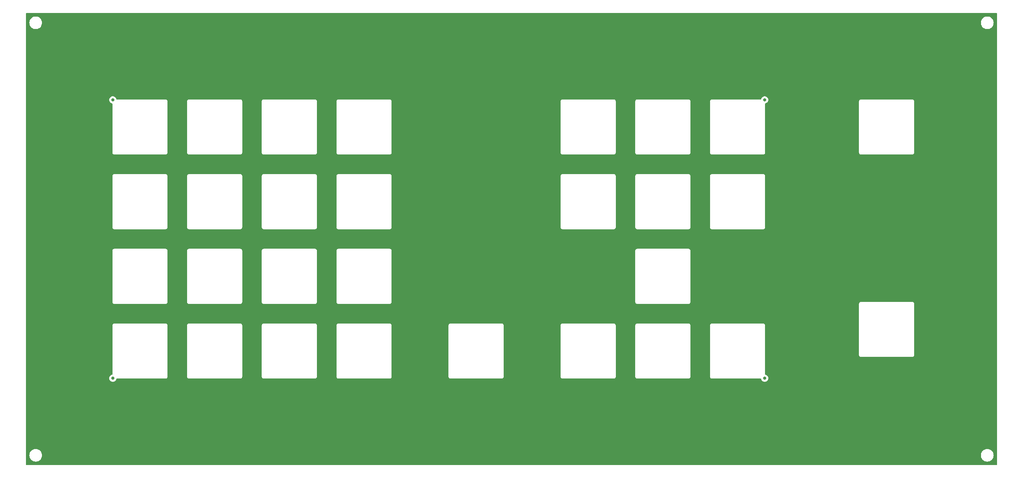
<source format=gbl>
%TF.GenerationSoftware,KiCad,Pcbnew,(6.0.7-1)-1*%
%TF.CreationDate,2022-09-14T08:45:18+02:00*%
%TF.ProjectId,yts-switchblade,7974732d-7377-4697-9463-68626c616465,rev?*%
%TF.SameCoordinates,Original*%
%TF.FileFunction,Copper,L2,Bot*%
%TF.FilePolarity,Positive*%
%FSLAX46Y46*%
G04 Gerber Fmt 4.6, Leading zero omitted, Abs format (unit mm)*
G04 Created by KiCad (PCBNEW (6.0.7-1)-1) date 2022-09-14 08:45:18*
%MOMM*%
%LPD*%
G01*
G04 APERTURE LIST*
%TA.AperFunction,ViaPad*%
%ADD10C,0.800000*%
%TD*%
G04 APERTURE END LIST*
D10*
%TO.N,*%
X211900000Y-124400000D03*
X46100000Y-124400000D03*
X46100000Y-53600000D03*
X211900000Y-124400000D03*
X211900000Y-53600000D03*
X211900000Y-124400000D03*
%TD*%
%TA.AperFunction,NonConductor*%
G36*
X270933621Y-31528502D02*
G01*
X270980114Y-31582158D01*
X270991500Y-31634500D01*
X270991500Y-146365500D01*
X270971498Y-146433621D01*
X270917842Y-146480114D01*
X270865500Y-146491500D01*
X24134500Y-146491500D01*
X24066379Y-146471498D01*
X24019886Y-146417842D01*
X24008500Y-146365500D01*
X24008500Y-144000000D01*
X24886526Y-144000000D01*
X24906391Y-144252403D01*
X24965495Y-144498591D01*
X25062384Y-144732502D01*
X25194672Y-144948376D01*
X25359102Y-145140898D01*
X25551624Y-145305328D01*
X25767498Y-145437616D01*
X25772068Y-145439509D01*
X25772072Y-145439511D01*
X25996836Y-145532611D01*
X26001409Y-145534505D01*
X26086032Y-145554821D01*
X26242784Y-145592454D01*
X26242790Y-145592455D01*
X26247597Y-145593609D01*
X26347416Y-145601465D01*
X26434345Y-145608307D01*
X26434352Y-145608307D01*
X26436801Y-145608500D01*
X26563199Y-145608500D01*
X26565648Y-145608307D01*
X26565655Y-145608307D01*
X26652584Y-145601465D01*
X26752403Y-145593609D01*
X26757210Y-145592455D01*
X26757216Y-145592454D01*
X26913968Y-145554821D01*
X26998591Y-145534505D01*
X27003164Y-145532611D01*
X27227928Y-145439511D01*
X27227932Y-145439509D01*
X27232502Y-145437616D01*
X27448376Y-145305328D01*
X27640898Y-145140898D01*
X27805328Y-144948376D01*
X27937616Y-144732502D01*
X28034505Y-144498591D01*
X28093609Y-144252403D01*
X28113474Y-144000000D01*
X266886526Y-144000000D01*
X266906391Y-144252403D01*
X266965495Y-144498591D01*
X267062384Y-144732502D01*
X267194672Y-144948376D01*
X267359102Y-145140898D01*
X267551624Y-145305328D01*
X267767498Y-145437616D01*
X267772068Y-145439509D01*
X267772072Y-145439511D01*
X267996836Y-145532611D01*
X268001409Y-145534505D01*
X268086032Y-145554821D01*
X268242784Y-145592454D01*
X268242790Y-145592455D01*
X268247597Y-145593609D01*
X268347416Y-145601465D01*
X268434345Y-145608307D01*
X268434352Y-145608307D01*
X268436801Y-145608500D01*
X268563199Y-145608500D01*
X268565648Y-145608307D01*
X268565655Y-145608307D01*
X268652584Y-145601465D01*
X268752403Y-145593609D01*
X268757210Y-145592455D01*
X268757216Y-145592454D01*
X268913968Y-145554821D01*
X268998591Y-145534505D01*
X269003164Y-145532611D01*
X269227928Y-145439511D01*
X269227932Y-145439509D01*
X269232502Y-145437616D01*
X269448376Y-145305328D01*
X269640898Y-145140898D01*
X269805328Y-144948376D01*
X269937616Y-144732502D01*
X270034505Y-144498591D01*
X270093609Y-144252403D01*
X270113474Y-144000000D01*
X270093609Y-143747597D01*
X270034505Y-143501409D01*
X269937616Y-143267498D01*
X269805328Y-143051624D01*
X269640898Y-142859102D01*
X269448376Y-142694672D01*
X269232502Y-142562384D01*
X269227932Y-142560491D01*
X269227928Y-142560489D01*
X269003164Y-142467389D01*
X269003162Y-142467388D01*
X268998591Y-142465495D01*
X268913968Y-142445179D01*
X268757216Y-142407546D01*
X268757210Y-142407545D01*
X268752403Y-142406391D01*
X268652584Y-142398535D01*
X268565655Y-142391693D01*
X268565648Y-142391693D01*
X268563199Y-142391500D01*
X268436801Y-142391500D01*
X268434352Y-142391693D01*
X268434345Y-142391693D01*
X268347416Y-142398535D01*
X268247597Y-142406391D01*
X268242790Y-142407545D01*
X268242784Y-142407546D01*
X268086032Y-142445179D01*
X268001409Y-142465495D01*
X267996838Y-142467388D01*
X267996836Y-142467389D01*
X267772072Y-142560489D01*
X267772068Y-142560491D01*
X267767498Y-142562384D01*
X267551624Y-142694672D01*
X267359102Y-142859102D01*
X267194672Y-143051624D01*
X267062384Y-143267498D01*
X266965495Y-143501409D01*
X266906391Y-143747597D01*
X266886526Y-144000000D01*
X28113474Y-144000000D01*
X28093609Y-143747597D01*
X28034505Y-143501409D01*
X27937616Y-143267498D01*
X27805328Y-143051624D01*
X27640898Y-142859102D01*
X27448376Y-142694672D01*
X27232502Y-142562384D01*
X27227932Y-142560491D01*
X27227928Y-142560489D01*
X27003164Y-142467389D01*
X27003162Y-142467388D01*
X26998591Y-142465495D01*
X26913968Y-142445179D01*
X26757216Y-142407546D01*
X26757210Y-142407545D01*
X26752403Y-142406391D01*
X26652584Y-142398535D01*
X26565655Y-142391693D01*
X26565648Y-142391693D01*
X26563199Y-142391500D01*
X26436801Y-142391500D01*
X26434352Y-142391693D01*
X26434345Y-142391693D01*
X26347416Y-142398535D01*
X26247597Y-142406391D01*
X26242790Y-142407545D01*
X26242784Y-142407546D01*
X26086032Y-142445179D01*
X26001409Y-142465495D01*
X25996838Y-142467388D01*
X25996836Y-142467389D01*
X25772072Y-142560489D01*
X25772068Y-142560491D01*
X25767498Y-142562384D01*
X25551624Y-142694672D01*
X25359102Y-142859102D01*
X25194672Y-143051624D01*
X25062384Y-143267498D01*
X24965495Y-143501409D01*
X24906391Y-143747597D01*
X24886526Y-144000000D01*
X24008500Y-144000000D01*
X24008500Y-124400000D01*
X45186496Y-124400000D01*
X45187186Y-124406565D01*
X45196848Y-124498490D01*
X45206458Y-124589928D01*
X45265473Y-124771556D01*
X45360960Y-124936944D01*
X45488747Y-125078866D01*
X45643248Y-125191118D01*
X45649276Y-125193802D01*
X45649278Y-125193803D01*
X45811681Y-125266109D01*
X45817712Y-125268794D01*
X45911113Y-125288647D01*
X45998056Y-125307128D01*
X45998061Y-125307128D01*
X46004513Y-125308500D01*
X46195487Y-125308500D01*
X46201939Y-125307128D01*
X46201944Y-125307128D01*
X46288887Y-125288647D01*
X46382288Y-125268794D01*
X46388319Y-125266109D01*
X46550722Y-125193803D01*
X46550724Y-125193802D01*
X46556752Y-125191118D01*
X46711253Y-125078866D01*
X46839040Y-124936944D01*
X46934527Y-124771556D01*
X46991711Y-124595563D01*
X47031785Y-124536958D01*
X47097182Y-124509321D01*
X47111544Y-124508500D01*
X59491377Y-124508500D01*
X59492148Y-124508502D01*
X59569721Y-124508976D01*
X59598152Y-124500850D01*
X59614915Y-124497272D01*
X59615753Y-124497152D01*
X59644187Y-124493080D01*
X59667564Y-124482451D01*
X59685087Y-124476004D01*
X59709771Y-124468949D01*
X59717365Y-124464157D01*
X59717368Y-124464156D01*
X59734780Y-124453170D01*
X59749865Y-124445030D01*
X59776782Y-124432792D01*
X59796235Y-124416030D01*
X59811239Y-124404927D01*
X59832958Y-124391224D01*
X59838897Y-124384499D01*
X59838901Y-124384496D01*
X59852532Y-124369062D01*
X59864724Y-124357018D01*
X59880327Y-124343573D01*
X59880329Y-124343570D01*
X59887127Y-124337713D01*
X59901094Y-124316165D01*
X59912385Y-124301291D01*
X59923431Y-124288783D01*
X59923432Y-124288782D01*
X59929378Y-124282049D01*
X59941943Y-124255287D01*
X59950263Y-124240309D01*
X59961471Y-124223017D01*
X59961473Y-124223012D01*
X59966352Y-124215485D01*
X59968922Y-124206892D01*
X59968924Y-124206887D01*
X59973711Y-124190880D01*
X59980372Y-124173436D01*
X59987467Y-124158324D01*
X59987468Y-124158322D01*
X59991281Y-124150200D01*
X59995830Y-124120983D01*
X59999613Y-124104268D01*
X60005515Y-124084534D01*
X60005516Y-124084528D01*
X60008086Y-124075934D01*
X60008124Y-124069721D01*
X64991024Y-124069721D01*
X64993491Y-124078352D01*
X64999150Y-124098153D01*
X65002728Y-124114915D01*
X65006920Y-124144187D01*
X65010634Y-124152355D01*
X65010634Y-124152356D01*
X65017548Y-124167562D01*
X65023996Y-124185086D01*
X65031051Y-124209771D01*
X65035843Y-124217365D01*
X65035844Y-124217368D01*
X65046830Y-124234780D01*
X65054969Y-124249863D01*
X65067208Y-124276782D01*
X65073069Y-124283584D01*
X65083970Y-124296235D01*
X65095073Y-124311239D01*
X65108776Y-124332958D01*
X65115501Y-124338897D01*
X65115504Y-124338901D01*
X65130938Y-124352532D01*
X65142982Y-124364724D01*
X65156427Y-124380327D01*
X65156430Y-124380329D01*
X65162287Y-124387127D01*
X65169816Y-124392007D01*
X65169817Y-124392008D01*
X65183835Y-124401094D01*
X65198709Y-124412385D01*
X65211217Y-124423431D01*
X65217951Y-124429378D01*
X65244711Y-124441942D01*
X65259691Y-124450263D01*
X65276983Y-124461471D01*
X65276988Y-124461473D01*
X65284515Y-124466352D01*
X65293108Y-124468922D01*
X65293113Y-124468924D01*
X65309120Y-124473711D01*
X65326564Y-124480372D01*
X65341676Y-124487467D01*
X65341678Y-124487468D01*
X65349800Y-124491281D01*
X65358667Y-124492662D01*
X65358668Y-124492662D01*
X65361353Y-124493080D01*
X65379017Y-124495830D01*
X65395732Y-124499613D01*
X65415466Y-124505515D01*
X65415472Y-124505516D01*
X65424066Y-124508086D01*
X65433037Y-124508141D01*
X65433038Y-124508141D01*
X65443097Y-124508202D01*
X65458506Y-124508296D01*
X65459289Y-124508329D01*
X65460386Y-124508500D01*
X65491377Y-124508500D01*
X65492147Y-124508502D01*
X65565785Y-124508952D01*
X65565786Y-124508952D01*
X65569721Y-124508976D01*
X65571065Y-124508592D01*
X65572410Y-124508500D01*
X78491377Y-124508500D01*
X78492148Y-124508502D01*
X78569721Y-124508976D01*
X78598152Y-124500850D01*
X78614915Y-124497272D01*
X78615753Y-124497152D01*
X78644187Y-124493080D01*
X78667564Y-124482451D01*
X78685087Y-124476004D01*
X78709771Y-124468949D01*
X78717365Y-124464157D01*
X78717368Y-124464156D01*
X78734780Y-124453170D01*
X78749865Y-124445030D01*
X78776782Y-124432792D01*
X78796235Y-124416030D01*
X78811239Y-124404927D01*
X78832958Y-124391224D01*
X78838897Y-124384499D01*
X78838901Y-124384496D01*
X78852532Y-124369062D01*
X78864724Y-124357018D01*
X78880327Y-124343573D01*
X78880329Y-124343570D01*
X78887127Y-124337713D01*
X78901094Y-124316165D01*
X78912385Y-124301291D01*
X78923431Y-124288783D01*
X78923432Y-124288782D01*
X78929378Y-124282049D01*
X78941943Y-124255287D01*
X78950263Y-124240309D01*
X78961471Y-124223017D01*
X78961473Y-124223012D01*
X78966352Y-124215485D01*
X78968922Y-124206892D01*
X78968924Y-124206887D01*
X78973711Y-124190880D01*
X78980372Y-124173436D01*
X78987467Y-124158324D01*
X78987468Y-124158322D01*
X78991281Y-124150200D01*
X78995830Y-124120983D01*
X78999613Y-124104268D01*
X79005515Y-124084534D01*
X79005516Y-124084528D01*
X79008086Y-124075934D01*
X79008124Y-124069721D01*
X83991024Y-124069721D01*
X83993491Y-124078352D01*
X83999150Y-124098153D01*
X84002728Y-124114915D01*
X84006920Y-124144187D01*
X84010634Y-124152355D01*
X84010634Y-124152356D01*
X84017548Y-124167562D01*
X84023996Y-124185086D01*
X84031051Y-124209771D01*
X84035843Y-124217365D01*
X84035844Y-124217368D01*
X84046830Y-124234780D01*
X84054969Y-124249863D01*
X84067208Y-124276782D01*
X84073069Y-124283584D01*
X84083970Y-124296235D01*
X84095073Y-124311239D01*
X84108776Y-124332958D01*
X84115501Y-124338897D01*
X84115504Y-124338901D01*
X84130938Y-124352532D01*
X84142982Y-124364724D01*
X84156427Y-124380327D01*
X84156430Y-124380329D01*
X84162287Y-124387127D01*
X84169816Y-124392007D01*
X84169817Y-124392008D01*
X84183835Y-124401094D01*
X84198709Y-124412385D01*
X84211217Y-124423431D01*
X84217951Y-124429378D01*
X84244711Y-124441942D01*
X84259691Y-124450263D01*
X84276983Y-124461471D01*
X84276988Y-124461473D01*
X84284515Y-124466352D01*
X84293108Y-124468922D01*
X84293113Y-124468924D01*
X84309120Y-124473711D01*
X84326564Y-124480372D01*
X84341676Y-124487467D01*
X84341678Y-124487468D01*
X84349800Y-124491281D01*
X84358667Y-124492662D01*
X84358668Y-124492662D01*
X84361353Y-124493080D01*
X84379017Y-124495830D01*
X84395732Y-124499613D01*
X84415466Y-124505515D01*
X84415472Y-124505516D01*
X84424066Y-124508086D01*
X84433037Y-124508141D01*
X84433038Y-124508141D01*
X84443097Y-124508202D01*
X84458506Y-124508296D01*
X84459289Y-124508329D01*
X84460386Y-124508500D01*
X84491377Y-124508500D01*
X84492147Y-124508502D01*
X84565785Y-124508952D01*
X84565786Y-124508952D01*
X84569721Y-124508976D01*
X84571065Y-124508592D01*
X84572410Y-124508500D01*
X97491377Y-124508500D01*
X97492148Y-124508502D01*
X97569721Y-124508976D01*
X97598152Y-124500850D01*
X97614915Y-124497272D01*
X97615753Y-124497152D01*
X97644187Y-124493080D01*
X97667564Y-124482451D01*
X97685087Y-124476004D01*
X97709771Y-124468949D01*
X97717365Y-124464157D01*
X97717368Y-124464156D01*
X97734780Y-124453170D01*
X97749865Y-124445030D01*
X97776782Y-124432792D01*
X97796235Y-124416030D01*
X97811239Y-124404927D01*
X97832958Y-124391224D01*
X97838897Y-124384499D01*
X97838901Y-124384496D01*
X97852532Y-124369062D01*
X97864724Y-124357018D01*
X97880327Y-124343573D01*
X97880329Y-124343570D01*
X97887127Y-124337713D01*
X97901094Y-124316165D01*
X97912385Y-124301291D01*
X97923431Y-124288783D01*
X97923432Y-124288782D01*
X97929378Y-124282049D01*
X97941943Y-124255287D01*
X97950263Y-124240309D01*
X97961471Y-124223017D01*
X97961473Y-124223012D01*
X97966352Y-124215485D01*
X97968922Y-124206892D01*
X97968924Y-124206887D01*
X97973711Y-124190880D01*
X97980372Y-124173436D01*
X97987467Y-124158324D01*
X97987468Y-124158322D01*
X97991281Y-124150200D01*
X97995830Y-124120983D01*
X97999613Y-124104268D01*
X98005515Y-124084534D01*
X98005516Y-124084528D01*
X98008086Y-124075934D01*
X98008124Y-124069721D01*
X102991024Y-124069721D01*
X102993491Y-124078352D01*
X102999150Y-124098153D01*
X103002728Y-124114915D01*
X103006920Y-124144187D01*
X103010634Y-124152355D01*
X103010634Y-124152356D01*
X103017548Y-124167562D01*
X103023996Y-124185086D01*
X103031051Y-124209771D01*
X103035843Y-124217365D01*
X103035844Y-124217368D01*
X103046830Y-124234780D01*
X103054969Y-124249863D01*
X103067208Y-124276782D01*
X103073069Y-124283584D01*
X103083970Y-124296235D01*
X103095073Y-124311239D01*
X103108776Y-124332958D01*
X103115501Y-124338897D01*
X103115504Y-124338901D01*
X103130938Y-124352532D01*
X103142982Y-124364724D01*
X103156427Y-124380327D01*
X103156430Y-124380329D01*
X103162287Y-124387127D01*
X103169816Y-124392007D01*
X103169817Y-124392008D01*
X103183835Y-124401094D01*
X103198709Y-124412385D01*
X103211217Y-124423431D01*
X103217951Y-124429378D01*
X103244711Y-124441942D01*
X103259691Y-124450263D01*
X103276983Y-124461471D01*
X103276988Y-124461473D01*
X103284515Y-124466352D01*
X103293108Y-124468922D01*
X103293113Y-124468924D01*
X103309120Y-124473711D01*
X103326564Y-124480372D01*
X103341676Y-124487467D01*
X103341678Y-124487468D01*
X103349800Y-124491281D01*
X103358667Y-124492662D01*
X103358668Y-124492662D01*
X103361353Y-124493080D01*
X103379017Y-124495830D01*
X103395732Y-124499613D01*
X103415466Y-124505515D01*
X103415472Y-124505516D01*
X103424066Y-124508086D01*
X103433037Y-124508141D01*
X103433038Y-124508141D01*
X103443097Y-124508202D01*
X103458506Y-124508296D01*
X103459289Y-124508329D01*
X103460386Y-124508500D01*
X103491377Y-124508500D01*
X103492147Y-124508502D01*
X103565785Y-124508952D01*
X103565786Y-124508952D01*
X103569721Y-124508976D01*
X103571065Y-124508592D01*
X103572410Y-124508500D01*
X116491377Y-124508500D01*
X116492148Y-124508502D01*
X116569721Y-124508976D01*
X116598152Y-124500850D01*
X116614915Y-124497272D01*
X116615753Y-124497152D01*
X116644187Y-124493080D01*
X116667564Y-124482451D01*
X116685087Y-124476004D01*
X116709771Y-124468949D01*
X116717365Y-124464157D01*
X116717368Y-124464156D01*
X116734780Y-124453170D01*
X116749865Y-124445030D01*
X116776782Y-124432792D01*
X116796235Y-124416030D01*
X116811239Y-124404927D01*
X116832958Y-124391224D01*
X116838897Y-124384499D01*
X116838901Y-124384496D01*
X116852532Y-124369062D01*
X116864724Y-124357018D01*
X116880327Y-124343573D01*
X116880329Y-124343570D01*
X116887127Y-124337713D01*
X116901094Y-124316165D01*
X116912385Y-124301291D01*
X116923431Y-124288783D01*
X116923432Y-124288782D01*
X116929378Y-124282049D01*
X116941943Y-124255287D01*
X116950263Y-124240309D01*
X116961471Y-124223017D01*
X116961473Y-124223012D01*
X116966352Y-124215485D01*
X116968922Y-124206892D01*
X116968924Y-124206887D01*
X116973711Y-124190880D01*
X116980372Y-124173436D01*
X116987467Y-124158324D01*
X116987468Y-124158322D01*
X116991281Y-124150200D01*
X116995830Y-124120983D01*
X116999613Y-124104268D01*
X117005515Y-124084534D01*
X117005516Y-124084528D01*
X117008086Y-124075934D01*
X117008124Y-124069721D01*
X131491024Y-124069721D01*
X131493491Y-124078352D01*
X131499150Y-124098153D01*
X131502728Y-124114915D01*
X131506920Y-124144187D01*
X131510634Y-124152355D01*
X131510634Y-124152356D01*
X131517548Y-124167562D01*
X131523996Y-124185086D01*
X131531051Y-124209771D01*
X131535843Y-124217365D01*
X131535844Y-124217368D01*
X131546830Y-124234780D01*
X131554969Y-124249863D01*
X131567208Y-124276782D01*
X131573069Y-124283584D01*
X131583970Y-124296235D01*
X131595073Y-124311239D01*
X131608776Y-124332958D01*
X131615501Y-124338897D01*
X131615504Y-124338901D01*
X131630938Y-124352532D01*
X131642982Y-124364724D01*
X131656427Y-124380327D01*
X131656430Y-124380329D01*
X131662287Y-124387127D01*
X131669816Y-124392007D01*
X131669817Y-124392008D01*
X131683835Y-124401094D01*
X131698709Y-124412385D01*
X131711217Y-124423431D01*
X131717951Y-124429378D01*
X131744711Y-124441942D01*
X131759691Y-124450263D01*
X131776983Y-124461471D01*
X131776988Y-124461473D01*
X131784515Y-124466352D01*
X131793108Y-124468922D01*
X131793113Y-124468924D01*
X131809120Y-124473711D01*
X131826564Y-124480372D01*
X131841676Y-124487467D01*
X131841678Y-124487468D01*
X131849800Y-124491281D01*
X131858667Y-124492662D01*
X131858668Y-124492662D01*
X131861353Y-124493080D01*
X131879017Y-124495830D01*
X131895732Y-124499613D01*
X131915466Y-124505515D01*
X131915472Y-124505516D01*
X131924066Y-124508086D01*
X131933037Y-124508141D01*
X131933038Y-124508141D01*
X131943097Y-124508202D01*
X131958506Y-124508296D01*
X131959289Y-124508329D01*
X131960386Y-124508500D01*
X131991377Y-124508500D01*
X131992147Y-124508502D01*
X132065785Y-124508952D01*
X132065786Y-124508952D01*
X132069721Y-124508976D01*
X132071065Y-124508592D01*
X132072410Y-124508500D01*
X144991377Y-124508500D01*
X144992148Y-124508502D01*
X145069721Y-124508976D01*
X145098152Y-124500850D01*
X145114915Y-124497272D01*
X145115753Y-124497152D01*
X145144187Y-124493080D01*
X145167564Y-124482451D01*
X145185087Y-124476004D01*
X145209771Y-124468949D01*
X145217365Y-124464157D01*
X145217368Y-124464156D01*
X145234780Y-124453170D01*
X145249865Y-124445030D01*
X145276782Y-124432792D01*
X145296235Y-124416030D01*
X145311239Y-124404927D01*
X145332958Y-124391224D01*
X145338897Y-124384499D01*
X145338901Y-124384496D01*
X145352532Y-124369062D01*
X145364724Y-124357018D01*
X145380327Y-124343573D01*
X145380329Y-124343570D01*
X145387127Y-124337713D01*
X145401094Y-124316165D01*
X145412385Y-124301291D01*
X145423431Y-124288783D01*
X145423432Y-124288782D01*
X145429378Y-124282049D01*
X145441943Y-124255287D01*
X145450263Y-124240309D01*
X145461471Y-124223017D01*
X145461473Y-124223012D01*
X145466352Y-124215485D01*
X145468922Y-124206892D01*
X145468924Y-124206887D01*
X145473711Y-124190880D01*
X145480372Y-124173436D01*
X145487467Y-124158324D01*
X145487468Y-124158322D01*
X145491281Y-124150200D01*
X145495830Y-124120983D01*
X145499613Y-124104268D01*
X145505515Y-124084534D01*
X145505516Y-124084528D01*
X145508086Y-124075934D01*
X145508124Y-124069721D01*
X159991024Y-124069721D01*
X159993491Y-124078352D01*
X159999150Y-124098153D01*
X160002728Y-124114915D01*
X160006920Y-124144187D01*
X160010634Y-124152355D01*
X160010634Y-124152356D01*
X160017548Y-124167562D01*
X160023996Y-124185086D01*
X160031051Y-124209771D01*
X160035843Y-124217365D01*
X160035844Y-124217368D01*
X160046830Y-124234780D01*
X160054969Y-124249863D01*
X160067208Y-124276782D01*
X160073069Y-124283584D01*
X160083970Y-124296235D01*
X160095073Y-124311239D01*
X160108776Y-124332958D01*
X160115501Y-124338897D01*
X160115504Y-124338901D01*
X160130938Y-124352532D01*
X160142982Y-124364724D01*
X160156427Y-124380327D01*
X160156430Y-124380329D01*
X160162287Y-124387127D01*
X160169816Y-124392007D01*
X160169817Y-124392008D01*
X160183835Y-124401094D01*
X160198709Y-124412385D01*
X160211217Y-124423431D01*
X160217951Y-124429378D01*
X160244711Y-124441942D01*
X160259691Y-124450263D01*
X160276983Y-124461471D01*
X160276988Y-124461473D01*
X160284515Y-124466352D01*
X160293108Y-124468922D01*
X160293113Y-124468924D01*
X160309120Y-124473711D01*
X160326564Y-124480372D01*
X160341676Y-124487467D01*
X160341678Y-124487468D01*
X160349800Y-124491281D01*
X160358667Y-124492662D01*
X160358668Y-124492662D01*
X160361353Y-124493080D01*
X160379017Y-124495830D01*
X160395732Y-124499613D01*
X160415466Y-124505515D01*
X160415472Y-124505516D01*
X160424066Y-124508086D01*
X160433037Y-124508141D01*
X160433038Y-124508141D01*
X160443097Y-124508202D01*
X160458506Y-124508296D01*
X160459289Y-124508329D01*
X160460386Y-124508500D01*
X160491377Y-124508500D01*
X160492147Y-124508502D01*
X160565785Y-124508952D01*
X160565786Y-124508952D01*
X160569721Y-124508976D01*
X160571065Y-124508592D01*
X160572410Y-124508500D01*
X173491377Y-124508500D01*
X173492148Y-124508502D01*
X173569721Y-124508976D01*
X173598152Y-124500850D01*
X173614915Y-124497272D01*
X173615753Y-124497152D01*
X173644187Y-124493080D01*
X173667564Y-124482451D01*
X173685087Y-124476004D01*
X173709771Y-124468949D01*
X173717365Y-124464157D01*
X173717368Y-124464156D01*
X173734780Y-124453170D01*
X173749865Y-124445030D01*
X173776782Y-124432792D01*
X173796235Y-124416030D01*
X173811239Y-124404927D01*
X173832958Y-124391224D01*
X173838897Y-124384499D01*
X173838901Y-124384496D01*
X173852532Y-124369062D01*
X173864724Y-124357018D01*
X173880327Y-124343573D01*
X173880329Y-124343570D01*
X173887127Y-124337713D01*
X173901094Y-124316165D01*
X173912385Y-124301291D01*
X173923431Y-124288783D01*
X173923432Y-124288782D01*
X173929378Y-124282049D01*
X173941943Y-124255287D01*
X173950263Y-124240309D01*
X173961471Y-124223017D01*
X173961473Y-124223012D01*
X173966352Y-124215485D01*
X173968922Y-124206892D01*
X173968924Y-124206887D01*
X173973711Y-124190880D01*
X173980372Y-124173436D01*
X173987467Y-124158324D01*
X173987468Y-124158322D01*
X173991281Y-124150200D01*
X173995830Y-124120983D01*
X173999613Y-124104268D01*
X174005515Y-124084534D01*
X174005516Y-124084528D01*
X174008086Y-124075934D01*
X174008124Y-124069721D01*
X178991024Y-124069721D01*
X178993491Y-124078352D01*
X178999150Y-124098153D01*
X179002728Y-124114915D01*
X179006920Y-124144187D01*
X179010634Y-124152355D01*
X179010634Y-124152356D01*
X179017548Y-124167562D01*
X179023996Y-124185086D01*
X179031051Y-124209771D01*
X179035843Y-124217365D01*
X179035844Y-124217368D01*
X179046830Y-124234780D01*
X179054969Y-124249863D01*
X179067208Y-124276782D01*
X179073069Y-124283584D01*
X179083970Y-124296235D01*
X179095073Y-124311239D01*
X179108776Y-124332958D01*
X179115501Y-124338897D01*
X179115504Y-124338901D01*
X179130938Y-124352532D01*
X179142982Y-124364724D01*
X179156427Y-124380327D01*
X179156430Y-124380329D01*
X179162287Y-124387127D01*
X179169816Y-124392007D01*
X179169817Y-124392008D01*
X179183835Y-124401094D01*
X179198709Y-124412385D01*
X179211217Y-124423431D01*
X179217951Y-124429378D01*
X179244711Y-124441942D01*
X179259691Y-124450263D01*
X179276983Y-124461471D01*
X179276988Y-124461473D01*
X179284515Y-124466352D01*
X179293108Y-124468922D01*
X179293113Y-124468924D01*
X179309120Y-124473711D01*
X179326564Y-124480372D01*
X179341676Y-124487467D01*
X179341678Y-124487468D01*
X179349800Y-124491281D01*
X179358667Y-124492662D01*
X179358668Y-124492662D01*
X179361353Y-124493080D01*
X179379017Y-124495830D01*
X179395732Y-124499613D01*
X179415466Y-124505515D01*
X179415472Y-124505516D01*
X179424066Y-124508086D01*
X179433037Y-124508141D01*
X179433038Y-124508141D01*
X179443097Y-124508202D01*
X179458506Y-124508296D01*
X179459289Y-124508329D01*
X179460386Y-124508500D01*
X179491377Y-124508500D01*
X179492147Y-124508502D01*
X179565785Y-124508952D01*
X179565786Y-124508952D01*
X179569721Y-124508976D01*
X179571065Y-124508592D01*
X179572410Y-124508500D01*
X192491377Y-124508500D01*
X192492148Y-124508502D01*
X192569721Y-124508976D01*
X192598152Y-124500850D01*
X192614915Y-124497272D01*
X192615753Y-124497152D01*
X192644187Y-124493080D01*
X192667564Y-124482451D01*
X192685087Y-124476004D01*
X192709771Y-124468949D01*
X192717365Y-124464157D01*
X192717368Y-124464156D01*
X192734780Y-124453170D01*
X192749865Y-124445030D01*
X192776782Y-124432792D01*
X192796235Y-124416030D01*
X192811239Y-124404927D01*
X192832958Y-124391224D01*
X192838897Y-124384499D01*
X192838901Y-124384496D01*
X192852532Y-124369062D01*
X192864724Y-124357018D01*
X192880327Y-124343573D01*
X192880329Y-124343570D01*
X192887127Y-124337713D01*
X192901094Y-124316165D01*
X192912385Y-124301291D01*
X192923431Y-124288783D01*
X192923432Y-124288782D01*
X192929378Y-124282049D01*
X192941943Y-124255287D01*
X192950263Y-124240309D01*
X192961471Y-124223017D01*
X192961473Y-124223012D01*
X192966352Y-124215485D01*
X192968922Y-124206892D01*
X192968924Y-124206887D01*
X192973711Y-124190880D01*
X192980372Y-124173436D01*
X192987467Y-124158324D01*
X192987468Y-124158322D01*
X192991281Y-124150200D01*
X192995830Y-124120983D01*
X192999613Y-124104268D01*
X193005515Y-124084534D01*
X193005516Y-124084528D01*
X193008086Y-124075934D01*
X193008124Y-124069721D01*
X197991024Y-124069721D01*
X197993491Y-124078352D01*
X197999150Y-124098153D01*
X198002728Y-124114915D01*
X198006920Y-124144187D01*
X198010634Y-124152355D01*
X198010634Y-124152356D01*
X198017548Y-124167562D01*
X198023996Y-124185086D01*
X198031051Y-124209771D01*
X198035843Y-124217365D01*
X198035844Y-124217368D01*
X198046830Y-124234780D01*
X198054969Y-124249863D01*
X198067208Y-124276782D01*
X198073069Y-124283584D01*
X198083970Y-124296235D01*
X198095073Y-124311239D01*
X198108776Y-124332958D01*
X198115501Y-124338897D01*
X198115504Y-124338901D01*
X198130938Y-124352532D01*
X198142982Y-124364724D01*
X198156427Y-124380327D01*
X198156430Y-124380329D01*
X198162287Y-124387127D01*
X198169816Y-124392007D01*
X198169817Y-124392008D01*
X198183835Y-124401094D01*
X198198709Y-124412385D01*
X198211217Y-124423431D01*
X198217951Y-124429378D01*
X198244711Y-124441942D01*
X198259691Y-124450263D01*
X198276983Y-124461471D01*
X198276988Y-124461473D01*
X198284515Y-124466352D01*
X198293108Y-124468922D01*
X198293113Y-124468924D01*
X198309120Y-124473711D01*
X198326564Y-124480372D01*
X198341676Y-124487467D01*
X198341678Y-124487468D01*
X198349800Y-124491281D01*
X198358667Y-124492662D01*
X198358668Y-124492662D01*
X198361353Y-124493080D01*
X198379017Y-124495830D01*
X198395732Y-124499613D01*
X198415466Y-124505515D01*
X198415472Y-124505516D01*
X198424066Y-124508086D01*
X198433037Y-124508141D01*
X198433038Y-124508141D01*
X198443097Y-124508202D01*
X198458506Y-124508296D01*
X198459289Y-124508329D01*
X198460386Y-124508500D01*
X198491377Y-124508500D01*
X198492147Y-124508502D01*
X198565785Y-124508952D01*
X198565786Y-124508952D01*
X198569721Y-124508976D01*
X198571065Y-124508592D01*
X198572410Y-124508500D01*
X210888456Y-124508500D01*
X210956577Y-124528502D01*
X211003070Y-124582158D01*
X211008289Y-124595562D01*
X211065473Y-124771556D01*
X211160960Y-124936944D01*
X211288747Y-125078866D01*
X211443248Y-125191118D01*
X211449276Y-125193802D01*
X211449278Y-125193803D01*
X211611681Y-125266109D01*
X211617712Y-125268794D01*
X211711113Y-125288647D01*
X211798056Y-125307128D01*
X211798061Y-125307128D01*
X211804513Y-125308500D01*
X211995487Y-125308500D01*
X212001939Y-125307128D01*
X212001944Y-125307128D01*
X212088887Y-125288647D01*
X212182288Y-125268794D01*
X212188319Y-125266109D01*
X212350722Y-125193803D01*
X212350724Y-125193802D01*
X212356752Y-125191118D01*
X212511253Y-125078866D01*
X212639040Y-124936944D01*
X212734527Y-124771556D01*
X212793542Y-124589928D01*
X212803153Y-124498490D01*
X212812814Y-124406565D01*
X212813504Y-124400000D01*
X212809113Y-124358218D01*
X212794232Y-124216635D01*
X212794232Y-124216633D01*
X212793542Y-124210072D01*
X212734527Y-124028444D01*
X212639040Y-123863056D01*
X212511253Y-123721134D01*
X212356752Y-123608882D01*
X212350724Y-123606198D01*
X212350722Y-123606197D01*
X212188319Y-123533891D01*
X212188318Y-123533891D01*
X212182288Y-123531206D01*
X212108303Y-123515480D01*
X212045830Y-123481752D01*
X212011508Y-123419602D01*
X212008500Y-123392233D01*
X212008500Y-118569721D01*
X235891024Y-118569721D01*
X235893491Y-118578352D01*
X235899150Y-118598153D01*
X235902728Y-118614915D01*
X235906920Y-118644187D01*
X235910634Y-118652355D01*
X235910634Y-118652356D01*
X235917548Y-118667562D01*
X235923996Y-118685086D01*
X235931051Y-118709771D01*
X235935843Y-118717365D01*
X235935844Y-118717368D01*
X235946830Y-118734780D01*
X235954969Y-118749863D01*
X235967208Y-118776782D01*
X235973069Y-118783584D01*
X235983970Y-118796235D01*
X235995073Y-118811239D01*
X236008776Y-118832958D01*
X236015501Y-118838897D01*
X236015504Y-118838901D01*
X236030938Y-118852532D01*
X236042982Y-118864724D01*
X236056427Y-118880327D01*
X236056430Y-118880329D01*
X236062287Y-118887127D01*
X236069816Y-118892007D01*
X236069817Y-118892008D01*
X236083835Y-118901094D01*
X236098709Y-118912385D01*
X236111217Y-118923431D01*
X236117951Y-118929378D01*
X236144711Y-118941942D01*
X236159691Y-118950263D01*
X236176983Y-118961471D01*
X236176988Y-118961473D01*
X236184515Y-118966352D01*
X236193108Y-118968922D01*
X236193113Y-118968924D01*
X236209120Y-118973711D01*
X236226564Y-118980372D01*
X236241676Y-118987467D01*
X236241678Y-118987468D01*
X236249800Y-118991281D01*
X236258667Y-118992662D01*
X236258668Y-118992662D01*
X236261353Y-118993080D01*
X236279017Y-118995830D01*
X236295732Y-118999613D01*
X236315466Y-119005515D01*
X236315472Y-119005516D01*
X236324066Y-119008086D01*
X236333037Y-119008141D01*
X236333038Y-119008141D01*
X236343097Y-119008202D01*
X236358506Y-119008296D01*
X236359289Y-119008329D01*
X236360386Y-119008500D01*
X236391377Y-119008500D01*
X236392147Y-119008502D01*
X236465785Y-119008952D01*
X236465786Y-119008952D01*
X236469721Y-119008976D01*
X236471065Y-119008592D01*
X236472410Y-119008500D01*
X249391377Y-119008500D01*
X249392148Y-119008502D01*
X249469721Y-119008976D01*
X249498152Y-119000850D01*
X249514915Y-118997272D01*
X249515753Y-118997152D01*
X249544187Y-118993080D01*
X249567564Y-118982451D01*
X249585087Y-118976004D01*
X249609771Y-118968949D01*
X249617365Y-118964157D01*
X249617368Y-118964156D01*
X249634780Y-118953170D01*
X249649865Y-118945030D01*
X249676782Y-118932792D01*
X249696235Y-118916030D01*
X249711239Y-118904927D01*
X249732958Y-118891224D01*
X249738897Y-118884499D01*
X249738901Y-118884496D01*
X249752532Y-118869062D01*
X249764724Y-118857018D01*
X249780327Y-118843573D01*
X249780329Y-118843570D01*
X249787127Y-118837713D01*
X249801094Y-118816165D01*
X249812385Y-118801291D01*
X249823431Y-118788783D01*
X249823432Y-118788782D01*
X249829378Y-118782049D01*
X249841943Y-118755287D01*
X249850263Y-118740309D01*
X249861471Y-118723017D01*
X249861473Y-118723012D01*
X249866352Y-118715485D01*
X249868922Y-118706892D01*
X249868924Y-118706887D01*
X249873711Y-118690880D01*
X249880372Y-118673436D01*
X249887467Y-118658324D01*
X249887468Y-118658322D01*
X249891281Y-118650200D01*
X249895830Y-118620983D01*
X249899613Y-118604268D01*
X249905515Y-118584534D01*
X249905516Y-118584528D01*
X249908086Y-118575934D01*
X249908296Y-118541494D01*
X249908329Y-118540711D01*
X249908500Y-118539614D01*
X249908500Y-118508623D01*
X249908502Y-118507853D01*
X249908952Y-118434215D01*
X249908952Y-118434214D01*
X249908976Y-118430279D01*
X249908592Y-118428935D01*
X249908500Y-118427590D01*
X249908500Y-105508623D01*
X249908502Y-105507853D01*
X249908740Y-105468924D01*
X249908976Y-105430279D01*
X249900850Y-105401847D01*
X249897272Y-105385085D01*
X249894352Y-105364698D01*
X249893080Y-105355813D01*
X249882451Y-105332436D01*
X249876004Y-105314913D01*
X249874348Y-105309120D01*
X249868949Y-105290229D01*
X249863788Y-105282049D01*
X249853170Y-105265220D01*
X249845030Y-105250135D01*
X249842564Y-105244711D01*
X249832792Y-105223218D01*
X249816030Y-105203765D01*
X249804927Y-105188761D01*
X249791224Y-105167042D01*
X249784499Y-105161103D01*
X249784496Y-105161099D01*
X249769062Y-105147468D01*
X249757018Y-105135276D01*
X249743573Y-105119673D01*
X249743570Y-105119671D01*
X249737713Y-105112873D01*
X249724438Y-105104268D01*
X249716165Y-105098906D01*
X249701291Y-105087615D01*
X249688783Y-105076569D01*
X249688782Y-105076568D01*
X249682049Y-105070622D01*
X249655287Y-105058057D01*
X249640309Y-105049737D01*
X249623017Y-105038529D01*
X249623012Y-105038527D01*
X249615485Y-105033648D01*
X249606892Y-105031078D01*
X249606887Y-105031076D01*
X249590880Y-105026289D01*
X249573436Y-105019628D01*
X249558324Y-105012533D01*
X249558322Y-105012532D01*
X249550200Y-105008719D01*
X249541333Y-105007338D01*
X249541332Y-105007338D01*
X249530478Y-105005648D01*
X249520983Y-105004170D01*
X249504268Y-105000387D01*
X249484534Y-104994485D01*
X249484528Y-104994484D01*
X249475934Y-104991914D01*
X249466963Y-104991859D01*
X249466962Y-104991859D01*
X249456903Y-104991798D01*
X249441494Y-104991704D01*
X249440711Y-104991671D01*
X249439614Y-104991500D01*
X249408623Y-104991500D01*
X249407853Y-104991498D01*
X249334215Y-104991048D01*
X249334214Y-104991048D01*
X249330279Y-104991024D01*
X249328935Y-104991408D01*
X249327590Y-104991500D01*
X236408623Y-104991500D01*
X236407853Y-104991498D01*
X236407037Y-104991493D01*
X236330279Y-104991024D01*
X236307918Y-104997415D01*
X236301847Y-104999150D01*
X236285085Y-105002728D01*
X236255813Y-105006920D01*
X236247645Y-105010634D01*
X236247644Y-105010634D01*
X236232438Y-105017548D01*
X236214914Y-105023996D01*
X236190229Y-105031051D01*
X236182635Y-105035843D01*
X236182632Y-105035844D01*
X236165220Y-105046830D01*
X236150137Y-105054969D01*
X236123218Y-105067208D01*
X236116416Y-105073069D01*
X236103765Y-105083970D01*
X236088761Y-105095073D01*
X236067042Y-105108776D01*
X236061103Y-105115501D01*
X236061099Y-105115504D01*
X236047468Y-105130938D01*
X236035276Y-105142982D01*
X236019673Y-105156427D01*
X236019671Y-105156430D01*
X236012873Y-105162287D01*
X236007993Y-105169816D01*
X236007992Y-105169817D01*
X235998906Y-105183835D01*
X235987615Y-105198709D01*
X235980393Y-105206887D01*
X235970622Y-105217951D01*
X235964312Y-105231391D01*
X235958058Y-105244711D01*
X235949737Y-105259691D01*
X235938529Y-105276983D01*
X235938527Y-105276988D01*
X235933648Y-105284515D01*
X235931078Y-105293108D01*
X235931076Y-105293113D01*
X235926289Y-105309120D01*
X235919628Y-105326564D01*
X235916626Y-105332958D01*
X235908719Y-105349800D01*
X235907338Y-105358667D01*
X235907338Y-105358668D01*
X235904170Y-105379015D01*
X235900387Y-105395732D01*
X235894485Y-105415466D01*
X235894484Y-105415472D01*
X235891914Y-105424066D01*
X235891859Y-105433037D01*
X235891859Y-105433038D01*
X235891704Y-105458497D01*
X235891671Y-105459289D01*
X235891500Y-105460386D01*
X235891500Y-105491377D01*
X235891498Y-105492147D01*
X235891396Y-105508921D01*
X235891024Y-105569721D01*
X235891408Y-105571065D01*
X235891500Y-105572410D01*
X235891500Y-118491377D01*
X235891498Y-118492147D01*
X235891024Y-118569721D01*
X212008500Y-118569721D01*
X212008500Y-111008623D01*
X212008502Y-111007853D01*
X212008800Y-110959102D01*
X212008976Y-110930279D01*
X212000850Y-110901847D01*
X211997272Y-110885085D01*
X211994352Y-110864698D01*
X211993080Y-110855813D01*
X211982451Y-110832436D01*
X211976004Y-110814913D01*
X211971416Y-110798862D01*
X211968949Y-110790229D01*
X211964156Y-110782632D01*
X211953170Y-110765220D01*
X211945030Y-110750135D01*
X211942564Y-110744711D01*
X211932792Y-110723218D01*
X211916030Y-110703765D01*
X211904927Y-110688761D01*
X211891224Y-110667042D01*
X211884499Y-110661103D01*
X211884496Y-110661099D01*
X211869062Y-110647468D01*
X211857018Y-110635276D01*
X211843573Y-110619673D01*
X211843570Y-110619671D01*
X211837713Y-110612873D01*
X211824009Y-110603990D01*
X211816165Y-110598906D01*
X211801291Y-110587615D01*
X211788783Y-110576569D01*
X211788782Y-110576568D01*
X211782049Y-110570622D01*
X211755287Y-110558057D01*
X211740309Y-110549737D01*
X211723017Y-110538529D01*
X211723012Y-110538527D01*
X211715485Y-110533648D01*
X211706892Y-110531078D01*
X211706887Y-110531076D01*
X211690880Y-110526289D01*
X211673436Y-110519628D01*
X211658324Y-110512533D01*
X211658322Y-110512532D01*
X211650200Y-110508719D01*
X211641333Y-110507338D01*
X211641332Y-110507338D01*
X211630478Y-110505648D01*
X211620983Y-110504170D01*
X211604268Y-110500387D01*
X211584534Y-110494485D01*
X211584528Y-110494484D01*
X211575934Y-110491914D01*
X211566963Y-110491859D01*
X211566962Y-110491859D01*
X211556903Y-110491798D01*
X211541494Y-110491704D01*
X211540711Y-110491671D01*
X211539614Y-110491500D01*
X211508623Y-110491500D01*
X211507853Y-110491498D01*
X211434215Y-110491048D01*
X211434214Y-110491048D01*
X211430279Y-110491024D01*
X211428935Y-110491408D01*
X211427590Y-110491500D01*
X198508623Y-110491500D01*
X198507853Y-110491498D01*
X198507037Y-110491493D01*
X198430279Y-110491024D01*
X198407918Y-110497415D01*
X198401847Y-110499150D01*
X198385085Y-110502728D01*
X198355813Y-110506920D01*
X198347645Y-110510634D01*
X198347644Y-110510634D01*
X198332438Y-110517548D01*
X198314914Y-110523996D01*
X198290229Y-110531051D01*
X198282635Y-110535843D01*
X198282632Y-110535844D01*
X198265220Y-110546830D01*
X198250137Y-110554969D01*
X198223218Y-110567208D01*
X198216416Y-110573069D01*
X198203765Y-110583970D01*
X198188761Y-110595073D01*
X198167042Y-110608776D01*
X198161103Y-110615501D01*
X198161099Y-110615504D01*
X198147468Y-110630938D01*
X198135276Y-110642982D01*
X198119673Y-110656427D01*
X198119671Y-110656430D01*
X198112873Y-110662287D01*
X198107993Y-110669816D01*
X198107992Y-110669817D01*
X198098906Y-110683835D01*
X198087615Y-110698709D01*
X198076569Y-110711217D01*
X198070622Y-110717951D01*
X198064312Y-110731391D01*
X198058058Y-110744711D01*
X198049737Y-110759691D01*
X198038529Y-110776983D01*
X198038527Y-110776988D01*
X198033648Y-110784515D01*
X198031078Y-110793108D01*
X198031076Y-110793113D01*
X198026289Y-110809120D01*
X198019628Y-110826564D01*
X198012533Y-110841676D01*
X198008719Y-110849800D01*
X198007338Y-110858667D01*
X198007338Y-110858668D01*
X198004170Y-110879015D01*
X198000387Y-110895732D01*
X197994485Y-110915466D01*
X197994484Y-110915472D01*
X197991914Y-110924066D01*
X197991859Y-110933037D01*
X197991859Y-110933038D01*
X197991704Y-110958497D01*
X197991671Y-110959289D01*
X197991500Y-110960386D01*
X197991500Y-110991377D01*
X197991498Y-110992147D01*
X197991024Y-111069721D01*
X197991408Y-111071065D01*
X197991500Y-111072410D01*
X197991500Y-123991377D01*
X197991498Y-123992147D01*
X197991024Y-124069721D01*
X193008124Y-124069721D01*
X193008296Y-124041494D01*
X193008329Y-124040711D01*
X193008500Y-124039614D01*
X193008500Y-124008623D01*
X193008502Y-124007853D01*
X193008952Y-123934215D01*
X193008952Y-123934214D01*
X193008976Y-123930279D01*
X193008592Y-123928935D01*
X193008500Y-123927590D01*
X193008500Y-111008623D01*
X193008502Y-111007853D01*
X193008800Y-110959102D01*
X193008976Y-110930279D01*
X193000850Y-110901847D01*
X192997272Y-110885085D01*
X192994352Y-110864698D01*
X192993080Y-110855813D01*
X192982451Y-110832436D01*
X192976004Y-110814913D01*
X192971416Y-110798862D01*
X192968949Y-110790229D01*
X192964156Y-110782632D01*
X192953170Y-110765220D01*
X192945030Y-110750135D01*
X192942564Y-110744711D01*
X192932792Y-110723218D01*
X192916030Y-110703765D01*
X192904927Y-110688761D01*
X192891224Y-110667042D01*
X192884499Y-110661103D01*
X192884496Y-110661099D01*
X192869062Y-110647468D01*
X192857018Y-110635276D01*
X192843573Y-110619673D01*
X192843570Y-110619671D01*
X192837713Y-110612873D01*
X192824009Y-110603990D01*
X192816165Y-110598906D01*
X192801291Y-110587615D01*
X192788783Y-110576569D01*
X192788782Y-110576568D01*
X192782049Y-110570622D01*
X192755287Y-110558057D01*
X192740309Y-110549737D01*
X192723017Y-110538529D01*
X192723012Y-110538527D01*
X192715485Y-110533648D01*
X192706892Y-110531078D01*
X192706887Y-110531076D01*
X192690880Y-110526289D01*
X192673436Y-110519628D01*
X192658324Y-110512533D01*
X192658322Y-110512532D01*
X192650200Y-110508719D01*
X192641333Y-110507338D01*
X192641332Y-110507338D01*
X192630478Y-110505648D01*
X192620983Y-110504170D01*
X192604268Y-110500387D01*
X192584534Y-110494485D01*
X192584528Y-110494484D01*
X192575934Y-110491914D01*
X192566963Y-110491859D01*
X192566962Y-110491859D01*
X192556903Y-110491798D01*
X192541494Y-110491704D01*
X192540711Y-110491671D01*
X192539614Y-110491500D01*
X192508623Y-110491500D01*
X192507853Y-110491498D01*
X192434215Y-110491048D01*
X192434214Y-110491048D01*
X192430279Y-110491024D01*
X192428935Y-110491408D01*
X192427590Y-110491500D01*
X179508623Y-110491500D01*
X179507853Y-110491498D01*
X179507037Y-110491493D01*
X179430279Y-110491024D01*
X179407918Y-110497415D01*
X179401847Y-110499150D01*
X179385085Y-110502728D01*
X179355813Y-110506920D01*
X179347645Y-110510634D01*
X179347644Y-110510634D01*
X179332438Y-110517548D01*
X179314914Y-110523996D01*
X179290229Y-110531051D01*
X179282635Y-110535843D01*
X179282632Y-110535844D01*
X179265220Y-110546830D01*
X179250137Y-110554969D01*
X179223218Y-110567208D01*
X179216416Y-110573069D01*
X179203765Y-110583970D01*
X179188761Y-110595073D01*
X179167042Y-110608776D01*
X179161103Y-110615501D01*
X179161099Y-110615504D01*
X179147468Y-110630938D01*
X179135276Y-110642982D01*
X179119673Y-110656427D01*
X179119671Y-110656430D01*
X179112873Y-110662287D01*
X179107993Y-110669816D01*
X179107992Y-110669817D01*
X179098906Y-110683835D01*
X179087615Y-110698709D01*
X179076569Y-110711217D01*
X179070622Y-110717951D01*
X179064312Y-110731391D01*
X179058058Y-110744711D01*
X179049737Y-110759691D01*
X179038529Y-110776983D01*
X179038527Y-110776988D01*
X179033648Y-110784515D01*
X179031078Y-110793108D01*
X179031076Y-110793113D01*
X179026289Y-110809120D01*
X179019628Y-110826564D01*
X179012533Y-110841676D01*
X179008719Y-110849800D01*
X179007338Y-110858667D01*
X179007338Y-110858668D01*
X179004170Y-110879015D01*
X179000387Y-110895732D01*
X178994485Y-110915466D01*
X178994484Y-110915472D01*
X178991914Y-110924066D01*
X178991859Y-110933037D01*
X178991859Y-110933038D01*
X178991704Y-110958497D01*
X178991671Y-110959289D01*
X178991500Y-110960386D01*
X178991500Y-110991377D01*
X178991498Y-110992147D01*
X178991024Y-111069721D01*
X178991408Y-111071065D01*
X178991500Y-111072410D01*
X178991500Y-123991377D01*
X178991498Y-123992147D01*
X178991024Y-124069721D01*
X174008124Y-124069721D01*
X174008296Y-124041494D01*
X174008329Y-124040711D01*
X174008500Y-124039614D01*
X174008500Y-124008623D01*
X174008502Y-124007853D01*
X174008952Y-123934215D01*
X174008952Y-123934214D01*
X174008976Y-123930279D01*
X174008592Y-123928935D01*
X174008500Y-123927590D01*
X174008500Y-111008623D01*
X174008502Y-111007853D01*
X174008800Y-110959102D01*
X174008976Y-110930279D01*
X174000850Y-110901847D01*
X173997272Y-110885085D01*
X173994352Y-110864698D01*
X173993080Y-110855813D01*
X173982451Y-110832436D01*
X173976004Y-110814913D01*
X173971416Y-110798862D01*
X173968949Y-110790229D01*
X173964156Y-110782632D01*
X173953170Y-110765220D01*
X173945030Y-110750135D01*
X173942564Y-110744711D01*
X173932792Y-110723218D01*
X173916030Y-110703765D01*
X173904927Y-110688761D01*
X173891224Y-110667042D01*
X173884499Y-110661103D01*
X173884496Y-110661099D01*
X173869062Y-110647468D01*
X173857018Y-110635276D01*
X173843573Y-110619673D01*
X173843570Y-110619671D01*
X173837713Y-110612873D01*
X173824009Y-110603990D01*
X173816165Y-110598906D01*
X173801291Y-110587615D01*
X173788783Y-110576569D01*
X173788782Y-110576568D01*
X173782049Y-110570622D01*
X173755287Y-110558057D01*
X173740309Y-110549737D01*
X173723017Y-110538529D01*
X173723012Y-110538527D01*
X173715485Y-110533648D01*
X173706892Y-110531078D01*
X173706887Y-110531076D01*
X173690880Y-110526289D01*
X173673436Y-110519628D01*
X173658324Y-110512533D01*
X173658322Y-110512532D01*
X173650200Y-110508719D01*
X173641333Y-110507338D01*
X173641332Y-110507338D01*
X173630478Y-110505648D01*
X173620983Y-110504170D01*
X173604268Y-110500387D01*
X173584534Y-110494485D01*
X173584528Y-110494484D01*
X173575934Y-110491914D01*
X173566963Y-110491859D01*
X173566962Y-110491859D01*
X173556903Y-110491798D01*
X173541494Y-110491704D01*
X173540711Y-110491671D01*
X173539614Y-110491500D01*
X173508623Y-110491500D01*
X173507853Y-110491498D01*
X173434215Y-110491048D01*
X173434214Y-110491048D01*
X173430279Y-110491024D01*
X173428935Y-110491408D01*
X173427590Y-110491500D01*
X160508623Y-110491500D01*
X160507853Y-110491498D01*
X160507037Y-110491493D01*
X160430279Y-110491024D01*
X160407918Y-110497415D01*
X160401847Y-110499150D01*
X160385085Y-110502728D01*
X160355813Y-110506920D01*
X160347645Y-110510634D01*
X160347644Y-110510634D01*
X160332438Y-110517548D01*
X160314914Y-110523996D01*
X160290229Y-110531051D01*
X160282635Y-110535843D01*
X160282632Y-110535844D01*
X160265220Y-110546830D01*
X160250137Y-110554969D01*
X160223218Y-110567208D01*
X160216416Y-110573069D01*
X160203765Y-110583970D01*
X160188761Y-110595073D01*
X160167042Y-110608776D01*
X160161103Y-110615501D01*
X160161099Y-110615504D01*
X160147468Y-110630938D01*
X160135276Y-110642982D01*
X160119673Y-110656427D01*
X160119671Y-110656430D01*
X160112873Y-110662287D01*
X160107993Y-110669816D01*
X160107992Y-110669817D01*
X160098906Y-110683835D01*
X160087615Y-110698709D01*
X160076569Y-110711217D01*
X160070622Y-110717951D01*
X160064312Y-110731391D01*
X160058058Y-110744711D01*
X160049737Y-110759691D01*
X160038529Y-110776983D01*
X160038527Y-110776988D01*
X160033648Y-110784515D01*
X160031078Y-110793108D01*
X160031076Y-110793113D01*
X160026289Y-110809120D01*
X160019628Y-110826564D01*
X160012533Y-110841676D01*
X160008719Y-110849800D01*
X160007338Y-110858667D01*
X160007338Y-110858668D01*
X160004170Y-110879015D01*
X160000387Y-110895732D01*
X159994485Y-110915466D01*
X159994484Y-110915472D01*
X159991914Y-110924066D01*
X159991859Y-110933037D01*
X159991859Y-110933038D01*
X159991704Y-110958497D01*
X159991671Y-110959289D01*
X159991500Y-110960386D01*
X159991500Y-110991377D01*
X159991498Y-110992147D01*
X159991024Y-111069721D01*
X159991408Y-111071065D01*
X159991500Y-111072410D01*
X159991500Y-123991377D01*
X159991498Y-123992147D01*
X159991024Y-124069721D01*
X145508124Y-124069721D01*
X145508296Y-124041494D01*
X145508329Y-124040711D01*
X145508500Y-124039614D01*
X145508500Y-124008623D01*
X145508502Y-124007853D01*
X145508952Y-123934215D01*
X145508952Y-123934214D01*
X145508976Y-123930279D01*
X145508592Y-123928935D01*
X145508500Y-123927590D01*
X145508500Y-111008623D01*
X145508502Y-111007853D01*
X145508800Y-110959102D01*
X145508976Y-110930279D01*
X145500850Y-110901847D01*
X145497272Y-110885085D01*
X145494352Y-110864698D01*
X145493080Y-110855813D01*
X145482451Y-110832436D01*
X145476004Y-110814913D01*
X145471416Y-110798862D01*
X145468949Y-110790229D01*
X145464156Y-110782632D01*
X145453170Y-110765220D01*
X145445030Y-110750135D01*
X145442564Y-110744711D01*
X145432792Y-110723218D01*
X145416030Y-110703765D01*
X145404927Y-110688761D01*
X145391224Y-110667042D01*
X145384499Y-110661103D01*
X145384496Y-110661099D01*
X145369062Y-110647468D01*
X145357018Y-110635276D01*
X145343573Y-110619673D01*
X145343570Y-110619671D01*
X145337713Y-110612873D01*
X145324009Y-110603990D01*
X145316165Y-110598906D01*
X145301291Y-110587615D01*
X145288783Y-110576569D01*
X145288782Y-110576568D01*
X145282049Y-110570622D01*
X145255287Y-110558057D01*
X145240309Y-110549737D01*
X145223017Y-110538529D01*
X145223012Y-110538527D01*
X145215485Y-110533648D01*
X145206892Y-110531078D01*
X145206887Y-110531076D01*
X145190880Y-110526289D01*
X145173436Y-110519628D01*
X145158324Y-110512533D01*
X145158322Y-110512532D01*
X145150200Y-110508719D01*
X145141333Y-110507338D01*
X145141332Y-110507338D01*
X145130478Y-110505648D01*
X145120983Y-110504170D01*
X145104268Y-110500387D01*
X145084534Y-110494485D01*
X145084528Y-110494484D01*
X145075934Y-110491914D01*
X145066963Y-110491859D01*
X145066962Y-110491859D01*
X145056903Y-110491798D01*
X145041494Y-110491704D01*
X145040711Y-110491671D01*
X145039614Y-110491500D01*
X145008623Y-110491500D01*
X145007853Y-110491498D01*
X144934215Y-110491048D01*
X144934214Y-110491048D01*
X144930279Y-110491024D01*
X144928935Y-110491408D01*
X144927590Y-110491500D01*
X132008623Y-110491500D01*
X132007853Y-110491498D01*
X132007037Y-110491493D01*
X131930279Y-110491024D01*
X131907918Y-110497415D01*
X131901847Y-110499150D01*
X131885085Y-110502728D01*
X131855813Y-110506920D01*
X131847645Y-110510634D01*
X131847644Y-110510634D01*
X131832438Y-110517548D01*
X131814914Y-110523996D01*
X131790229Y-110531051D01*
X131782635Y-110535843D01*
X131782632Y-110535844D01*
X131765220Y-110546830D01*
X131750137Y-110554969D01*
X131723218Y-110567208D01*
X131716416Y-110573069D01*
X131703765Y-110583970D01*
X131688761Y-110595073D01*
X131667042Y-110608776D01*
X131661103Y-110615501D01*
X131661099Y-110615504D01*
X131647468Y-110630938D01*
X131635276Y-110642982D01*
X131619673Y-110656427D01*
X131619671Y-110656430D01*
X131612873Y-110662287D01*
X131607993Y-110669816D01*
X131607992Y-110669817D01*
X131598906Y-110683835D01*
X131587615Y-110698709D01*
X131576569Y-110711217D01*
X131570622Y-110717951D01*
X131564312Y-110731391D01*
X131558058Y-110744711D01*
X131549737Y-110759691D01*
X131538529Y-110776983D01*
X131538527Y-110776988D01*
X131533648Y-110784515D01*
X131531078Y-110793108D01*
X131531076Y-110793113D01*
X131526289Y-110809120D01*
X131519628Y-110826564D01*
X131512533Y-110841676D01*
X131508719Y-110849800D01*
X131507338Y-110858667D01*
X131507338Y-110858668D01*
X131504170Y-110879015D01*
X131500387Y-110895732D01*
X131494485Y-110915466D01*
X131494484Y-110915472D01*
X131491914Y-110924066D01*
X131491859Y-110933037D01*
X131491859Y-110933038D01*
X131491704Y-110958497D01*
X131491671Y-110959289D01*
X131491500Y-110960386D01*
X131491500Y-110991377D01*
X131491498Y-110992147D01*
X131491024Y-111069721D01*
X131491408Y-111071065D01*
X131491500Y-111072410D01*
X131491500Y-123991377D01*
X131491498Y-123992147D01*
X131491024Y-124069721D01*
X117008124Y-124069721D01*
X117008296Y-124041494D01*
X117008329Y-124040711D01*
X117008500Y-124039614D01*
X117008500Y-124008623D01*
X117008502Y-124007853D01*
X117008952Y-123934215D01*
X117008952Y-123934214D01*
X117008976Y-123930279D01*
X117008592Y-123928935D01*
X117008500Y-123927590D01*
X117008500Y-111008623D01*
X117008502Y-111007853D01*
X117008800Y-110959102D01*
X117008976Y-110930279D01*
X117000850Y-110901847D01*
X116997272Y-110885085D01*
X116994352Y-110864698D01*
X116993080Y-110855813D01*
X116982451Y-110832436D01*
X116976004Y-110814913D01*
X116971416Y-110798862D01*
X116968949Y-110790229D01*
X116964156Y-110782632D01*
X116953170Y-110765220D01*
X116945030Y-110750135D01*
X116942564Y-110744711D01*
X116932792Y-110723218D01*
X116916030Y-110703765D01*
X116904927Y-110688761D01*
X116891224Y-110667042D01*
X116884499Y-110661103D01*
X116884496Y-110661099D01*
X116869062Y-110647468D01*
X116857018Y-110635276D01*
X116843573Y-110619673D01*
X116843570Y-110619671D01*
X116837713Y-110612873D01*
X116824009Y-110603990D01*
X116816165Y-110598906D01*
X116801291Y-110587615D01*
X116788783Y-110576569D01*
X116788782Y-110576568D01*
X116782049Y-110570622D01*
X116755287Y-110558057D01*
X116740309Y-110549737D01*
X116723017Y-110538529D01*
X116723012Y-110538527D01*
X116715485Y-110533648D01*
X116706892Y-110531078D01*
X116706887Y-110531076D01*
X116690880Y-110526289D01*
X116673436Y-110519628D01*
X116658324Y-110512533D01*
X116658322Y-110512532D01*
X116650200Y-110508719D01*
X116641333Y-110507338D01*
X116641332Y-110507338D01*
X116630478Y-110505648D01*
X116620983Y-110504170D01*
X116604268Y-110500387D01*
X116584534Y-110494485D01*
X116584528Y-110494484D01*
X116575934Y-110491914D01*
X116566963Y-110491859D01*
X116566962Y-110491859D01*
X116556903Y-110491798D01*
X116541494Y-110491704D01*
X116540711Y-110491671D01*
X116539614Y-110491500D01*
X116508623Y-110491500D01*
X116507853Y-110491498D01*
X116434215Y-110491048D01*
X116434214Y-110491048D01*
X116430279Y-110491024D01*
X116428935Y-110491408D01*
X116427590Y-110491500D01*
X103508623Y-110491500D01*
X103507853Y-110491498D01*
X103507037Y-110491493D01*
X103430279Y-110491024D01*
X103407918Y-110497415D01*
X103401847Y-110499150D01*
X103385085Y-110502728D01*
X103355813Y-110506920D01*
X103347645Y-110510634D01*
X103347644Y-110510634D01*
X103332438Y-110517548D01*
X103314914Y-110523996D01*
X103290229Y-110531051D01*
X103282635Y-110535843D01*
X103282632Y-110535844D01*
X103265220Y-110546830D01*
X103250137Y-110554969D01*
X103223218Y-110567208D01*
X103216416Y-110573069D01*
X103203765Y-110583970D01*
X103188761Y-110595073D01*
X103167042Y-110608776D01*
X103161103Y-110615501D01*
X103161099Y-110615504D01*
X103147468Y-110630938D01*
X103135276Y-110642982D01*
X103119673Y-110656427D01*
X103119671Y-110656430D01*
X103112873Y-110662287D01*
X103107993Y-110669816D01*
X103107992Y-110669817D01*
X103098906Y-110683835D01*
X103087615Y-110698709D01*
X103076569Y-110711217D01*
X103070622Y-110717951D01*
X103064312Y-110731391D01*
X103058058Y-110744711D01*
X103049737Y-110759691D01*
X103038529Y-110776983D01*
X103038527Y-110776988D01*
X103033648Y-110784515D01*
X103031078Y-110793108D01*
X103031076Y-110793113D01*
X103026289Y-110809120D01*
X103019628Y-110826564D01*
X103012533Y-110841676D01*
X103008719Y-110849800D01*
X103007338Y-110858667D01*
X103007338Y-110858668D01*
X103004170Y-110879015D01*
X103000387Y-110895732D01*
X102994485Y-110915466D01*
X102994484Y-110915472D01*
X102991914Y-110924066D01*
X102991859Y-110933037D01*
X102991859Y-110933038D01*
X102991704Y-110958497D01*
X102991671Y-110959289D01*
X102991500Y-110960386D01*
X102991500Y-110991377D01*
X102991498Y-110992147D01*
X102991024Y-111069721D01*
X102991408Y-111071065D01*
X102991500Y-111072410D01*
X102991500Y-123991377D01*
X102991498Y-123992147D01*
X102991024Y-124069721D01*
X98008124Y-124069721D01*
X98008296Y-124041494D01*
X98008329Y-124040711D01*
X98008500Y-124039614D01*
X98008500Y-124008623D01*
X98008502Y-124007853D01*
X98008952Y-123934215D01*
X98008952Y-123934214D01*
X98008976Y-123930279D01*
X98008592Y-123928935D01*
X98008500Y-123927590D01*
X98008500Y-111008623D01*
X98008502Y-111007853D01*
X98008800Y-110959102D01*
X98008976Y-110930279D01*
X98000850Y-110901847D01*
X97997272Y-110885085D01*
X97994352Y-110864698D01*
X97993080Y-110855813D01*
X97982451Y-110832436D01*
X97976004Y-110814913D01*
X97971416Y-110798862D01*
X97968949Y-110790229D01*
X97964156Y-110782632D01*
X97953170Y-110765220D01*
X97945030Y-110750135D01*
X97942564Y-110744711D01*
X97932792Y-110723218D01*
X97916030Y-110703765D01*
X97904927Y-110688761D01*
X97891224Y-110667042D01*
X97884499Y-110661103D01*
X97884496Y-110661099D01*
X97869062Y-110647468D01*
X97857018Y-110635276D01*
X97843573Y-110619673D01*
X97843570Y-110619671D01*
X97837713Y-110612873D01*
X97824009Y-110603990D01*
X97816165Y-110598906D01*
X97801291Y-110587615D01*
X97788783Y-110576569D01*
X97788782Y-110576568D01*
X97782049Y-110570622D01*
X97755287Y-110558057D01*
X97740309Y-110549737D01*
X97723017Y-110538529D01*
X97723012Y-110538527D01*
X97715485Y-110533648D01*
X97706892Y-110531078D01*
X97706887Y-110531076D01*
X97690880Y-110526289D01*
X97673436Y-110519628D01*
X97658324Y-110512533D01*
X97658322Y-110512532D01*
X97650200Y-110508719D01*
X97641333Y-110507338D01*
X97641332Y-110507338D01*
X97630478Y-110505648D01*
X97620983Y-110504170D01*
X97604268Y-110500387D01*
X97584534Y-110494485D01*
X97584528Y-110494484D01*
X97575934Y-110491914D01*
X97566963Y-110491859D01*
X97566962Y-110491859D01*
X97556903Y-110491798D01*
X97541494Y-110491704D01*
X97540711Y-110491671D01*
X97539614Y-110491500D01*
X97508623Y-110491500D01*
X97507853Y-110491498D01*
X97434215Y-110491048D01*
X97434214Y-110491048D01*
X97430279Y-110491024D01*
X97428935Y-110491408D01*
X97427590Y-110491500D01*
X84508623Y-110491500D01*
X84507853Y-110491498D01*
X84507037Y-110491493D01*
X84430279Y-110491024D01*
X84407918Y-110497415D01*
X84401847Y-110499150D01*
X84385085Y-110502728D01*
X84355813Y-110506920D01*
X84347645Y-110510634D01*
X84347644Y-110510634D01*
X84332438Y-110517548D01*
X84314914Y-110523996D01*
X84290229Y-110531051D01*
X84282635Y-110535843D01*
X84282632Y-110535844D01*
X84265220Y-110546830D01*
X84250137Y-110554969D01*
X84223218Y-110567208D01*
X84216416Y-110573069D01*
X84203765Y-110583970D01*
X84188761Y-110595073D01*
X84167042Y-110608776D01*
X84161103Y-110615501D01*
X84161099Y-110615504D01*
X84147468Y-110630938D01*
X84135276Y-110642982D01*
X84119673Y-110656427D01*
X84119671Y-110656430D01*
X84112873Y-110662287D01*
X84107993Y-110669816D01*
X84107992Y-110669817D01*
X84098906Y-110683835D01*
X84087615Y-110698709D01*
X84076569Y-110711217D01*
X84070622Y-110717951D01*
X84064312Y-110731391D01*
X84058058Y-110744711D01*
X84049737Y-110759691D01*
X84038529Y-110776983D01*
X84038527Y-110776988D01*
X84033648Y-110784515D01*
X84031078Y-110793108D01*
X84031076Y-110793113D01*
X84026289Y-110809120D01*
X84019628Y-110826564D01*
X84012533Y-110841676D01*
X84008719Y-110849800D01*
X84007338Y-110858667D01*
X84007338Y-110858668D01*
X84004170Y-110879015D01*
X84000387Y-110895732D01*
X83994485Y-110915466D01*
X83994484Y-110915472D01*
X83991914Y-110924066D01*
X83991859Y-110933037D01*
X83991859Y-110933038D01*
X83991704Y-110958497D01*
X83991671Y-110959289D01*
X83991500Y-110960386D01*
X83991500Y-110991377D01*
X83991498Y-110992147D01*
X83991024Y-111069721D01*
X83991408Y-111071065D01*
X83991500Y-111072410D01*
X83991500Y-123991377D01*
X83991498Y-123992147D01*
X83991024Y-124069721D01*
X79008124Y-124069721D01*
X79008296Y-124041494D01*
X79008329Y-124040711D01*
X79008500Y-124039614D01*
X79008500Y-124008623D01*
X79008502Y-124007853D01*
X79008952Y-123934215D01*
X79008952Y-123934214D01*
X79008976Y-123930279D01*
X79008592Y-123928935D01*
X79008500Y-123927590D01*
X79008500Y-111008623D01*
X79008502Y-111007853D01*
X79008800Y-110959102D01*
X79008976Y-110930279D01*
X79000850Y-110901847D01*
X78997272Y-110885085D01*
X78994352Y-110864698D01*
X78993080Y-110855813D01*
X78982451Y-110832436D01*
X78976004Y-110814913D01*
X78971416Y-110798862D01*
X78968949Y-110790229D01*
X78964156Y-110782632D01*
X78953170Y-110765220D01*
X78945030Y-110750135D01*
X78942564Y-110744711D01*
X78932792Y-110723218D01*
X78916030Y-110703765D01*
X78904927Y-110688761D01*
X78891224Y-110667042D01*
X78884499Y-110661103D01*
X78884496Y-110661099D01*
X78869062Y-110647468D01*
X78857018Y-110635276D01*
X78843573Y-110619673D01*
X78843570Y-110619671D01*
X78837713Y-110612873D01*
X78824009Y-110603990D01*
X78816165Y-110598906D01*
X78801291Y-110587615D01*
X78788783Y-110576569D01*
X78788782Y-110576568D01*
X78782049Y-110570622D01*
X78755287Y-110558057D01*
X78740309Y-110549737D01*
X78723017Y-110538529D01*
X78723012Y-110538527D01*
X78715485Y-110533648D01*
X78706892Y-110531078D01*
X78706887Y-110531076D01*
X78690880Y-110526289D01*
X78673436Y-110519628D01*
X78658324Y-110512533D01*
X78658322Y-110512532D01*
X78650200Y-110508719D01*
X78641333Y-110507338D01*
X78641332Y-110507338D01*
X78630478Y-110505648D01*
X78620983Y-110504170D01*
X78604268Y-110500387D01*
X78584534Y-110494485D01*
X78584528Y-110494484D01*
X78575934Y-110491914D01*
X78566963Y-110491859D01*
X78566962Y-110491859D01*
X78556903Y-110491798D01*
X78541494Y-110491704D01*
X78540711Y-110491671D01*
X78539614Y-110491500D01*
X78508623Y-110491500D01*
X78507853Y-110491498D01*
X78434215Y-110491048D01*
X78434214Y-110491048D01*
X78430279Y-110491024D01*
X78428935Y-110491408D01*
X78427590Y-110491500D01*
X65508623Y-110491500D01*
X65507853Y-110491498D01*
X65507037Y-110491493D01*
X65430279Y-110491024D01*
X65407918Y-110497415D01*
X65401847Y-110499150D01*
X65385085Y-110502728D01*
X65355813Y-110506920D01*
X65347645Y-110510634D01*
X65347644Y-110510634D01*
X65332438Y-110517548D01*
X65314914Y-110523996D01*
X65290229Y-110531051D01*
X65282635Y-110535843D01*
X65282632Y-110535844D01*
X65265220Y-110546830D01*
X65250137Y-110554969D01*
X65223218Y-110567208D01*
X65216416Y-110573069D01*
X65203765Y-110583970D01*
X65188761Y-110595073D01*
X65167042Y-110608776D01*
X65161103Y-110615501D01*
X65161099Y-110615504D01*
X65147468Y-110630938D01*
X65135276Y-110642982D01*
X65119673Y-110656427D01*
X65119671Y-110656430D01*
X65112873Y-110662287D01*
X65107993Y-110669816D01*
X65107992Y-110669817D01*
X65098906Y-110683835D01*
X65087615Y-110698709D01*
X65076569Y-110711217D01*
X65070622Y-110717951D01*
X65064312Y-110731391D01*
X65058058Y-110744711D01*
X65049737Y-110759691D01*
X65038529Y-110776983D01*
X65038527Y-110776988D01*
X65033648Y-110784515D01*
X65031078Y-110793108D01*
X65031076Y-110793113D01*
X65026289Y-110809120D01*
X65019628Y-110826564D01*
X65012533Y-110841676D01*
X65008719Y-110849800D01*
X65007338Y-110858667D01*
X65007338Y-110858668D01*
X65004170Y-110879015D01*
X65000387Y-110895732D01*
X64994485Y-110915466D01*
X64994484Y-110915472D01*
X64991914Y-110924066D01*
X64991859Y-110933037D01*
X64991859Y-110933038D01*
X64991704Y-110958497D01*
X64991671Y-110959289D01*
X64991500Y-110960386D01*
X64991500Y-110991377D01*
X64991498Y-110992147D01*
X64991024Y-111069721D01*
X64991408Y-111071065D01*
X64991500Y-111072410D01*
X64991500Y-123991377D01*
X64991498Y-123992147D01*
X64991024Y-124069721D01*
X60008124Y-124069721D01*
X60008296Y-124041494D01*
X60008329Y-124040711D01*
X60008500Y-124039614D01*
X60008500Y-124008623D01*
X60008502Y-124007853D01*
X60008952Y-123934215D01*
X60008952Y-123934214D01*
X60008976Y-123930279D01*
X60008592Y-123928935D01*
X60008500Y-123927590D01*
X60008500Y-111008623D01*
X60008502Y-111007853D01*
X60008800Y-110959102D01*
X60008976Y-110930279D01*
X60000850Y-110901847D01*
X59997272Y-110885085D01*
X59994352Y-110864698D01*
X59993080Y-110855813D01*
X59982451Y-110832436D01*
X59976004Y-110814913D01*
X59971416Y-110798862D01*
X59968949Y-110790229D01*
X59964156Y-110782632D01*
X59953170Y-110765220D01*
X59945030Y-110750135D01*
X59942564Y-110744711D01*
X59932792Y-110723218D01*
X59916030Y-110703765D01*
X59904927Y-110688761D01*
X59891224Y-110667042D01*
X59884499Y-110661103D01*
X59884496Y-110661099D01*
X59869062Y-110647468D01*
X59857018Y-110635276D01*
X59843573Y-110619673D01*
X59843570Y-110619671D01*
X59837713Y-110612873D01*
X59824009Y-110603990D01*
X59816165Y-110598906D01*
X59801291Y-110587615D01*
X59788783Y-110576569D01*
X59788782Y-110576568D01*
X59782049Y-110570622D01*
X59755287Y-110558057D01*
X59740309Y-110549737D01*
X59723017Y-110538529D01*
X59723012Y-110538527D01*
X59715485Y-110533648D01*
X59706892Y-110531078D01*
X59706887Y-110531076D01*
X59690880Y-110526289D01*
X59673436Y-110519628D01*
X59658324Y-110512533D01*
X59658322Y-110512532D01*
X59650200Y-110508719D01*
X59641333Y-110507338D01*
X59641332Y-110507338D01*
X59630478Y-110505648D01*
X59620983Y-110504170D01*
X59604268Y-110500387D01*
X59584534Y-110494485D01*
X59584528Y-110494484D01*
X59575934Y-110491914D01*
X59566963Y-110491859D01*
X59566962Y-110491859D01*
X59556903Y-110491798D01*
X59541494Y-110491704D01*
X59540711Y-110491671D01*
X59539614Y-110491500D01*
X59508623Y-110491500D01*
X59507853Y-110491498D01*
X59434215Y-110491048D01*
X59434214Y-110491048D01*
X59430279Y-110491024D01*
X59428935Y-110491408D01*
X59427590Y-110491500D01*
X46508623Y-110491500D01*
X46507853Y-110491498D01*
X46507037Y-110491493D01*
X46430279Y-110491024D01*
X46407918Y-110497415D01*
X46401847Y-110499150D01*
X46385085Y-110502728D01*
X46355813Y-110506920D01*
X46347645Y-110510634D01*
X46347644Y-110510634D01*
X46332438Y-110517548D01*
X46314914Y-110523996D01*
X46290229Y-110531051D01*
X46282635Y-110535843D01*
X46282632Y-110535844D01*
X46265220Y-110546830D01*
X46250137Y-110554969D01*
X46223218Y-110567208D01*
X46216416Y-110573069D01*
X46203765Y-110583970D01*
X46188761Y-110595073D01*
X46167042Y-110608776D01*
X46161103Y-110615501D01*
X46161099Y-110615504D01*
X46147468Y-110630938D01*
X46135276Y-110642982D01*
X46119673Y-110656427D01*
X46119671Y-110656430D01*
X46112873Y-110662287D01*
X46107993Y-110669816D01*
X46107992Y-110669817D01*
X46098906Y-110683835D01*
X46087615Y-110698709D01*
X46076569Y-110711217D01*
X46070622Y-110717951D01*
X46064312Y-110731391D01*
X46058058Y-110744711D01*
X46049737Y-110759691D01*
X46038529Y-110776983D01*
X46038527Y-110776988D01*
X46033648Y-110784515D01*
X46031078Y-110793108D01*
X46031076Y-110793113D01*
X46026289Y-110809120D01*
X46019628Y-110826564D01*
X46012533Y-110841676D01*
X46008719Y-110849800D01*
X46007338Y-110858667D01*
X46007338Y-110858668D01*
X46004170Y-110879015D01*
X46000387Y-110895732D01*
X45994485Y-110915466D01*
X45994484Y-110915472D01*
X45991914Y-110924066D01*
X45991859Y-110933037D01*
X45991859Y-110933038D01*
X45991704Y-110958497D01*
X45991671Y-110959289D01*
X45991500Y-110960386D01*
X45991500Y-110991377D01*
X45991498Y-110992147D01*
X45991024Y-111069721D01*
X45991408Y-111071065D01*
X45991500Y-111072410D01*
X45991500Y-123392233D01*
X45971498Y-123460354D01*
X45917842Y-123506847D01*
X45891698Y-123515480D01*
X45817712Y-123531206D01*
X45811682Y-123533891D01*
X45811681Y-123533891D01*
X45649278Y-123606197D01*
X45649276Y-123606198D01*
X45643248Y-123608882D01*
X45488747Y-123721134D01*
X45360960Y-123863056D01*
X45265473Y-124028444D01*
X45206458Y-124210072D01*
X45205768Y-124216633D01*
X45205768Y-124216635D01*
X45190887Y-124358218D01*
X45186496Y-124400000D01*
X24008500Y-124400000D01*
X24008500Y-105069721D01*
X45991024Y-105069721D01*
X45995258Y-105084534D01*
X45999150Y-105098153D01*
X46002728Y-105114915D01*
X46006920Y-105144187D01*
X46017312Y-105167042D01*
X46017548Y-105167562D01*
X46023996Y-105185086D01*
X46031051Y-105209771D01*
X46035843Y-105217365D01*
X46035844Y-105217368D01*
X46046830Y-105234780D01*
X46054969Y-105249863D01*
X46067208Y-105276782D01*
X46073069Y-105283584D01*
X46083970Y-105296235D01*
X46095073Y-105311239D01*
X46108776Y-105332958D01*
X46115501Y-105338897D01*
X46115504Y-105338901D01*
X46130938Y-105352532D01*
X46142982Y-105364724D01*
X46156427Y-105380327D01*
X46156430Y-105380329D01*
X46162287Y-105387127D01*
X46169816Y-105392007D01*
X46169817Y-105392008D01*
X46183835Y-105401094D01*
X46198709Y-105412385D01*
X46209198Y-105421648D01*
X46217951Y-105429378D01*
X46238986Y-105439254D01*
X46244711Y-105441942D01*
X46259691Y-105450263D01*
X46276983Y-105461471D01*
X46276988Y-105461473D01*
X46284515Y-105466352D01*
X46293108Y-105468922D01*
X46293113Y-105468924D01*
X46309120Y-105473711D01*
X46326564Y-105480372D01*
X46341676Y-105487467D01*
X46341678Y-105487468D01*
X46349800Y-105491281D01*
X46358667Y-105492662D01*
X46358668Y-105492662D01*
X46361353Y-105493080D01*
X46379017Y-105495830D01*
X46395732Y-105499613D01*
X46415466Y-105505515D01*
X46415472Y-105505516D01*
X46424066Y-105508086D01*
X46433037Y-105508141D01*
X46433038Y-105508141D01*
X46443097Y-105508202D01*
X46458506Y-105508296D01*
X46459289Y-105508329D01*
X46460386Y-105508500D01*
X46491377Y-105508500D01*
X46492147Y-105508502D01*
X46565785Y-105508952D01*
X46565786Y-105508952D01*
X46569721Y-105508976D01*
X46571065Y-105508592D01*
X46572410Y-105508500D01*
X59491377Y-105508500D01*
X59492148Y-105508502D01*
X59569721Y-105508976D01*
X59598152Y-105500850D01*
X59614915Y-105497272D01*
X59615753Y-105497152D01*
X59644187Y-105493080D01*
X59667564Y-105482451D01*
X59685087Y-105476004D01*
X59709771Y-105468949D01*
X59717365Y-105464157D01*
X59717368Y-105464156D01*
X59734780Y-105453170D01*
X59749865Y-105445030D01*
X59776782Y-105432792D01*
X59796235Y-105416030D01*
X59811239Y-105404927D01*
X59832958Y-105391224D01*
X59838897Y-105384499D01*
X59838901Y-105384496D01*
X59852532Y-105369062D01*
X59864724Y-105357018D01*
X59880327Y-105343573D01*
X59880329Y-105343570D01*
X59887127Y-105337713D01*
X59899848Y-105318088D01*
X59901094Y-105316165D01*
X59912385Y-105301291D01*
X59923431Y-105288783D01*
X59923432Y-105288782D01*
X59929378Y-105282049D01*
X59941943Y-105255287D01*
X59950263Y-105240309D01*
X59961471Y-105223017D01*
X59961473Y-105223012D01*
X59966352Y-105215485D01*
X59968922Y-105206892D01*
X59968924Y-105206887D01*
X59973711Y-105190880D01*
X59980372Y-105173436D01*
X59987467Y-105158324D01*
X59987468Y-105158322D01*
X59991281Y-105150200D01*
X59995830Y-105120983D01*
X59999613Y-105104268D01*
X60005515Y-105084534D01*
X60005516Y-105084528D01*
X60008086Y-105075934D01*
X60008124Y-105069721D01*
X64991024Y-105069721D01*
X64995258Y-105084534D01*
X64999150Y-105098153D01*
X65002728Y-105114915D01*
X65006920Y-105144187D01*
X65017312Y-105167042D01*
X65017548Y-105167562D01*
X65023996Y-105185086D01*
X65031051Y-105209771D01*
X65035843Y-105217365D01*
X65035844Y-105217368D01*
X65046830Y-105234780D01*
X65054969Y-105249863D01*
X65067208Y-105276782D01*
X65073069Y-105283584D01*
X65083970Y-105296235D01*
X65095073Y-105311239D01*
X65108776Y-105332958D01*
X65115501Y-105338897D01*
X65115504Y-105338901D01*
X65130938Y-105352532D01*
X65142982Y-105364724D01*
X65156427Y-105380327D01*
X65156430Y-105380329D01*
X65162287Y-105387127D01*
X65169816Y-105392007D01*
X65169817Y-105392008D01*
X65183835Y-105401094D01*
X65198709Y-105412385D01*
X65209198Y-105421648D01*
X65217951Y-105429378D01*
X65238986Y-105439254D01*
X65244711Y-105441942D01*
X65259691Y-105450263D01*
X65276983Y-105461471D01*
X65276988Y-105461473D01*
X65284515Y-105466352D01*
X65293108Y-105468922D01*
X65293113Y-105468924D01*
X65309120Y-105473711D01*
X65326564Y-105480372D01*
X65341676Y-105487467D01*
X65341678Y-105487468D01*
X65349800Y-105491281D01*
X65358667Y-105492662D01*
X65358668Y-105492662D01*
X65361353Y-105493080D01*
X65379017Y-105495830D01*
X65395732Y-105499613D01*
X65415466Y-105505515D01*
X65415472Y-105505516D01*
X65424066Y-105508086D01*
X65433037Y-105508141D01*
X65433038Y-105508141D01*
X65443097Y-105508202D01*
X65458506Y-105508296D01*
X65459289Y-105508329D01*
X65460386Y-105508500D01*
X65491377Y-105508500D01*
X65492147Y-105508502D01*
X65565785Y-105508952D01*
X65565786Y-105508952D01*
X65569721Y-105508976D01*
X65571065Y-105508592D01*
X65572410Y-105508500D01*
X78491377Y-105508500D01*
X78492148Y-105508502D01*
X78569721Y-105508976D01*
X78598152Y-105500850D01*
X78614915Y-105497272D01*
X78615753Y-105497152D01*
X78644187Y-105493080D01*
X78667564Y-105482451D01*
X78685087Y-105476004D01*
X78709771Y-105468949D01*
X78717365Y-105464157D01*
X78717368Y-105464156D01*
X78734780Y-105453170D01*
X78749865Y-105445030D01*
X78776782Y-105432792D01*
X78796235Y-105416030D01*
X78811239Y-105404927D01*
X78832958Y-105391224D01*
X78838897Y-105384499D01*
X78838901Y-105384496D01*
X78852532Y-105369062D01*
X78864724Y-105357018D01*
X78880327Y-105343573D01*
X78880329Y-105343570D01*
X78887127Y-105337713D01*
X78899848Y-105318088D01*
X78901094Y-105316165D01*
X78912385Y-105301291D01*
X78923431Y-105288783D01*
X78923432Y-105288782D01*
X78929378Y-105282049D01*
X78941943Y-105255287D01*
X78950263Y-105240309D01*
X78961471Y-105223017D01*
X78961473Y-105223012D01*
X78966352Y-105215485D01*
X78968922Y-105206892D01*
X78968924Y-105206887D01*
X78973711Y-105190880D01*
X78980372Y-105173436D01*
X78987467Y-105158324D01*
X78987468Y-105158322D01*
X78991281Y-105150200D01*
X78995830Y-105120983D01*
X78999613Y-105104268D01*
X79005515Y-105084534D01*
X79005516Y-105084528D01*
X79008086Y-105075934D01*
X79008124Y-105069721D01*
X83991024Y-105069721D01*
X83995258Y-105084534D01*
X83999150Y-105098153D01*
X84002728Y-105114915D01*
X84006920Y-105144187D01*
X84017312Y-105167042D01*
X84017548Y-105167562D01*
X84023996Y-105185086D01*
X84031051Y-105209771D01*
X84035843Y-105217365D01*
X84035844Y-105217368D01*
X84046830Y-105234780D01*
X84054969Y-105249863D01*
X84067208Y-105276782D01*
X84073069Y-105283584D01*
X84083970Y-105296235D01*
X84095073Y-105311239D01*
X84108776Y-105332958D01*
X84115501Y-105338897D01*
X84115504Y-105338901D01*
X84130938Y-105352532D01*
X84142982Y-105364724D01*
X84156427Y-105380327D01*
X84156430Y-105380329D01*
X84162287Y-105387127D01*
X84169816Y-105392007D01*
X84169817Y-105392008D01*
X84183835Y-105401094D01*
X84198709Y-105412385D01*
X84209198Y-105421648D01*
X84217951Y-105429378D01*
X84238986Y-105439254D01*
X84244711Y-105441942D01*
X84259691Y-105450263D01*
X84276983Y-105461471D01*
X84276988Y-105461473D01*
X84284515Y-105466352D01*
X84293108Y-105468922D01*
X84293113Y-105468924D01*
X84309120Y-105473711D01*
X84326564Y-105480372D01*
X84341676Y-105487467D01*
X84341678Y-105487468D01*
X84349800Y-105491281D01*
X84358667Y-105492662D01*
X84358668Y-105492662D01*
X84361353Y-105493080D01*
X84379017Y-105495830D01*
X84395732Y-105499613D01*
X84415466Y-105505515D01*
X84415472Y-105505516D01*
X84424066Y-105508086D01*
X84433037Y-105508141D01*
X84433038Y-105508141D01*
X84443097Y-105508202D01*
X84458506Y-105508296D01*
X84459289Y-105508329D01*
X84460386Y-105508500D01*
X84491377Y-105508500D01*
X84492147Y-105508502D01*
X84565785Y-105508952D01*
X84565786Y-105508952D01*
X84569721Y-105508976D01*
X84571065Y-105508592D01*
X84572410Y-105508500D01*
X97491377Y-105508500D01*
X97492148Y-105508502D01*
X97569721Y-105508976D01*
X97598152Y-105500850D01*
X97614915Y-105497272D01*
X97615753Y-105497152D01*
X97644187Y-105493080D01*
X97667564Y-105482451D01*
X97685087Y-105476004D01*
X97709771Y-105468949D01*
X97717365Y-105464157D01*
X97717368Y-105464156D01*
X97734780Y-105453170D01*
X97749865Y-105445030D01*
X97776782Y-105432792D01*
X97796235Y-105416030D01*
X97811239Y-105404927D01*
X97832958Y-105391224D01*
X97838897Y-105384499D01*
X97838901Y-105384496D01*
X97852532Y-105369062D01*
X97864724Y-105357018D01*
X97880327Y-105343573D01*
X97880329Y-105343570D01*
X97887127Y-105337713D01*
X97899848Y-105318088D01*
X97901094Y-105316165D01*
X97912385Y-105301291D01*
X97923431Y-105288783D01*
X97923432Y-105288782D01*
X97929378Y-105282049D01*
X97941943Y-105255287D01*
X97950263Y-105240309D01*
X97961471Y-105223017D01*
X97961473Y-105223012D01*
X97966352Y-105215485D01*
X97968922Y-105206892D01*
X97968924Y-105206887D01*
X97973711Y-105190880D01*
X97980372Y-105173436D01*
X97987467Y-105158324D01*
X97987468Y-105158322D01*
X97991281Y-105150200D01*
X97995830Y-105120983D01*
X97999613Y-105104268D01*
X98005515Y-105084534D01*
X98005516Y-105084528D01*
X98008086Y-105075934D01*
X98008124Y-105069721D01*
X102991024Y-105069721D01*
X102995258Y-105084534D01*
X102999150Y-105098153D01*
X103002728Y-105114915D01*
X103006920Y-105144187D01*
X103017312Y-105167042D01*
X103017548Y-105167562D01*
X103023996Y-105185086D01*
X103031051Y-105209771D01*
X103035843Y-105217365D01*
X103035844Y-105217368D01*
X103046830Y-105234780D01*
X103054969Y-105249863D01*
X103067208Y-105276782D01*
X103073069Y-105283584D01*
X103083970Y-105296235D01*
X103095073Y-105311239D01*
X103108776Y-105332958D01*
X103115501Y-105338897D01*
X103115504Y-105338901D01*
X103130938Y-105352532D01*
X103142982Y-105364724D01*
X103156427Y-105380327D01*
X103156430Y-105380329D01*
X103162287Y-105387127D01*
X103169816Y-105392007D01*
X103169817Y-105392008D01*
X103183835Y-105401094D01*
X103198709Y-105412385D01*
X103209198Y-105421648D01*
X103217951Y-105429378D01*
X103238986Y-105439254D01*
X103244711Y-105441942D01*
X103259691Y-105450263D01*
X103276983Y-105461471D01*
X103276988Y-105461473D01*
X103284515Y-105466352D01*
X103293108Y-105468922D01*
X103293113Y-105468924D01*
X103309120Y-105473711D01*
X103326564Y-105480372D01*
X103341676Y-105487467D01*
X103341678Y-105487468D01*
X103349800Y-105491281D01*
X103358667Y-105492662D01*
X103358668Y-105492662D01*
X103361353Y-105493080D01*
X103379017Y-105495830D01*
X103395732Y-105499613D01*
X103415466Y-105505515D01*
X103415472Y-105505516D01*
X103424066Y-105508086D01*
X103433037Y-105508141D01*
X103433038Y-105508141D01*
X103443097Y-105508202D01*
X103458506Y-105508296D01*
X103459289Y-105508329D01*
X103460386Y-105508500D01*
X103491377Y-105508500D01*
X103492147Y-105508502D01*
X103565785Y-105508952D01*
X103565786Y-105508952D01*
X103569721Y-105508976D01*
X103571065Y-105508592D01*
X103572410Y-105508500D01*
X116491377Y-105508500D01*
X116492148Y-105508502D01*
X116569721Y-105508976D01*
X116598152Y-105500850D01*
X116614915Y-105497272D01*
X116615753Y-105497152D01*
X116644187Y-105493080D01*
X116667564Y-105482451D01*
X116685087Y-105476004D01*
X116709771Y-105468949D01*
X116717365Y-105464157D01*
X116717368Y-105464156D01*
X116734780Y-105453170D01*
X116749865Y-105445030D01*
X116776782Y-105432792D01*
X116796235Y-105416030D01*
X116811239Y-105404927D01*
X116832958Y-105391224D01*
X116838897Y-105384499D01*
X116838901Y-105384496D01*
X116852532Y-105369062D01*
X116864724Y-105357018D01*
X116880327Y-105343573D01*
X116880329Y-105343570D01*
X116887127Y-105337713D01*
X116899848Y-105318088D01*
X116901094Y-105316165D01*
X116912385Y-105301291D01*
X116923431Y-105288783D01*
X116923432Y-105288782D01*
X116929378Y-105282049D01*
X116941943Y-105255287D01*
X116950263Y-105240309D01*
X116961471Y-105223017D01*
X116961473Y-105223012D01*
X116966352Y-105215485D01*
X116968922Y-105206892D01*
X116968924Y-105206887D01*
X116973711Y-105190880D01*
X116980372Y-105173436D01*
X116987467Y-105158324D01*
X116987468Y-105158322D01*
X116991281Y-105150200D01*
X116995830Y-105120983D01*
X116999613Y-105104268D01*
X117005515Y-105084534D01*
X117005516Y-105084528D01*
X117008086Y-105075934D01*
X117008124Y-105069721D01*
X178991024Y-105069721D01*
X178995258Y-105084534D01*
X178999150Y-105098153D01*
X179002728Y-105114915D01*
X179006920Y-105144187D01*
X179017312Y-105167042D01*
X179017548Y-105167562D01*
X179023996Y-105185086D01*
X179031051Y-105209771D01*
X179035843Y-105217365D01*
X179035844Y-105217368D01*
X179046830Y-105234780D01*
X179054969Y-105249863D01*
X179067208Y-105276782D01*
X179073069Y-105283584D01*
X179083970Y-105296235D01*
X179095073Y-105311239D01*
X179108776Y-105332958D01*
X179115501Y-105338897D01*
X179115504Y-105338901D01*
X179130938Y-105352532D01*
X179142982Y-105364724D01*
X179156427Y-105380327D01*
X179156430Y-105380329D01*
X179162287Y-105387127D01*
X179169816Y-105392007D01*
X179169817Y-105392008D01*
X179183835Y-105401094D01*
X179198709Y-105412385D01*
X179209198Y-105421648D01*
X179217951Y-105429378D01*
X179238986Y-105439254D01*
X179244711Y-105441942D01*
X179259691Y-105450263D01*
X179276983Y-105461471D01*
X179276988Y-105461473D01*
X179284515Y-105466352D01*
X179293108Y-105468922D01*
X179293113Y-105468924D01*
X179309120Y-105473711D01*
X179326564Y-105480372D01*
X179341676Y-105487467D01*
X179341678Y-105487468D01*
X179349800Y-105491281D01*
X179358667Y-105492662D01*
X179358668Y-105492662D01*
X179361353Y-105493080D01*
X179379017Y-105495830D01*
X179395732Y-105499613D01*
X179415466Y-105505515D01*
X179415472Y-105505516D01*
X179424066Y-105508086D01*
X179433037Y-105508141D01*
X179433038Y-105508141D01*
X179443097Y-105508202D01*
X179458506Y-105508296D01*
X179459289Y-105508329D01*
X179460386Y-105508500D01*
X179491377Y-105508500D01*
X179492147Y-105508502D01*
X179565785Y-105508952D01*
X179565786Y-105508952D01*
X179569721Y-105508976D01*
X179571065Y-105508592D01*
X179572410Y-105508500D01*
X192491377Y-105508500D01*
X192492148Y-105508502D01*
X192569721Y-105508976D01*
X192598152Y-105500850D01*
X192614915Y-105497272D01*
X192615753Y-105497152D01*
X192644187Y-105493080D01*
X192667564Y-105482451D01*
X192685087Y-105476004D01*
X192709771Y-105468949D01*
X192717365Y-105464157D01*
X192717368Y-105464156D01*
X192734780Y-105453170D01*
X192749865Y-105445030D01*
X192776782Y-105432792D01*
X192796235Y-105416030D01*
X192811239Y-105404927D01*
X192832958Y-105391224D01*
X192838897Y-105384499D01*
X192838901Y-105384496D01*
X192852532Y-105369062D01*
X192864724Y-105357018D01*
X192880327Y-105343573D01*
X192880329Y-105343570D01*
X192887127Y-105337713D01*
X192899848Y-105318088D01*
X192901094Y-105316165D01*
X192912385Y-105301291D01*
X192923431Y-105288783D01*
X192923432Y-105288782D01*
X192929378Y-105282049D01*
X192941943Y-105255287D01*
X192950263Y-105240309D01*
X192961471Y-105223017D01*
X192961473Y-105223012D01*
X192966352Y-105215485D01*
X192968922Y-105206892D01*
X192968924Y-105206887D01*
X192973711Y-105190880D01*
X192980372Y-105173436D01*
X192987467Y-105158324D01*
X192987468Y-105158322D01*
X192991281Y-105150200D01*
X192995830Y-105120983D01*
X192999613Y-105104268D01*
X193005515Y-105084534D01*
X193005516Y-105084528D01*
X193008086Y-105075934D01*
X193008296Y-105041494D01*
X193008329Y-105040711D01*
X193008500Y-105039614D01*
X193008500Y-105008623D01*
X193008502Y-105007853D01*
X193008952Y-104934215D01*
X193008952Y-104934214D01*
X193008976Y-104930279D01*
X193008592Y-104928935D01*
X193008500Y-104927590D01*
X193008500Y-92008623D01*
X193008502Y-92007853D01*
X193008800Y-91959102D01*
X193008976Y-91930279D01*
X193000850Y-91901847D01*
X192997272Y-91885085D01*
X192994352Y-91864698D01*
X192993080Y-91855813D01*
X192982451Y-91832436D01*
X192976004Y-91814913D01*
X192971416Y-91798862D01*
X192968949Y-91790229D01*
X192964156Y-91782632D01*
X192953170Y-91765220D01*
X192945030Y-91750135D01*
X192942564Y-91744711D01*
X192932792Y-91723218D01*
X192916030Y-91703765D01*
X192904927Y-91688761D01*
X192891224Y-91667042D01*
X192884499Y-91661103D01*
X192884496Y-91661099D01*
X192869062Y-91647468D01*
X192857018Y-91635276D01*
X192843573Y-91619673D01*
X192843570Y-91619671D01*
X192837713Y-91612873D01*
X192824009Y-91603990D01*
X192816165Y-91598906D01*
X192801291Y-91587615D01*
X192788783Y-91576569D01*
X192788782Y-91576568D01*
X192782049Y-91570622D01*
X192755287Y-91558057D01*
X192740309Y-91549737D01*
X192723017Y-91538529D01*
X192723012Y-91538527D01*
X192715485Y-91533648D01*
X192706892Y-91531078D01*
X192706887Y-91531076D01*
X192690880Y-91526289D01*
X192673436Y-91519628D01*
X192658324Y-91512533D01*
X192658322Y-91512532D01*
X192650200Y-91508719D01*
X192641333Y-91507338D01*
X192641332Y-91507338D01*
X192630478Y-91505648D01*
X192620983Y-91504170D01*
X192604268Y-91500387D01*
X192584534Y-91494485D01*
X192584528Y-91494484D01*
X192575934Y-91491914D01*
X192566963Y-91491859D01*
X192566962Y-91491859D01*
X192556903Y-91491798D01*
X192541494Y-91491704D01*
X192540711Y-91491671D01*
X192539614Y-91491500D01*
X192508623Y-91491500D01*
X192507853Y-91491498D01*
X192434215Y-91491048D01*
X192434214Y-91491048D01*
X192430279Y-91491024D01*
X192428935Y-91491408D01*
X192427590Y-91491500D01*
X179508623Y-91491500D01*
X179507853Y-91491498D01*
X179507037Y-91491493D01*
X179430279Y-91491024D01*
X179407918Y-91497415D01*
X179401847Y-91499150D01*
X179385085Y-91502728D01*
X179355813Y-91506920D01*
X179347645Y-91510634D01*
X179347644Y-91510634D01*
X179332438Y-91517548D01*
X179314914Y-91523996D01*
X179290229Y-91531051D01*
X179282635Y-91535843D01*
X179282632Y-91535844D01*
X179265220Y-91546830D01*
X179250137Y-91554969D01*
X179223218Y-91567208D01*
X179216416Y-91573069D01*
X179203765Y-91583970D01*
X179188761Y-91595073D01*
X179167042Y-91608776D01*
X179161103Y-91615501D01*
X179161099Y-91615504D01*
X179147468Y-91630938D01*
X179135276Y-91642982D01*
X179119673Y-91656427D01*
X179119671Y-91656430D01*
X179112873Y-91662287D01*
X179107993Y-91669816D01*
X179107992Y-91669817D01*
X179098906Y-91683835D01*
X179087615Y-91698709D01*
X179076569Y-91711217D01*
X179070622Y-91717951D01*
X179064312Y-91731391D01*
X179058058Y-91744711D01*
X179049737Y-91759691D01*
X179038529Y-91776983D01*
X179038527Y-91776988D01*
X179033648Y-91784515D01*
X179031078Y-91793108D01*
X179031076Y-91793113D01*
X179026289Y-91809120D01*
X179019628Y-91826564D01*
X179012533Y-91841676D01*
X179008719Y-91849800D01*
X179007338Y-91858667D01*
X179007338Y-91858668D01*
X179004170Y-91879015D01*
X179000387Y-91895732D01*
X178994485Y-91915466D01*
X178994484Y-91915472D01*
X178991914Y-91924066D01*
X178991859Y-91933037D01*
X178991859Y-91933038D01*
X178991704Y-91958497D01*
X178991671Y-91959289D01*
X178991500Y-91960386D01*
X178991500Y-91991377D01*
X178991498Y-91992147D01*
X178991024Y-92069721D01*
X178991408Y-92071065D01*
X178991500Y-92072410D01*
X178991500Y-104991377D01*
X178991499Y-104991914D01*
X178991024Y-105069721D01*
X117008124Y-105069721D01*
X117008296Y-105041494D01*
X117008329Y-105040711D01*
X117008500Y-105039614D01*
X117008500Y-105008623D01*
X117008502Y-105007853D01*
X117008952Y-104934215D01*
X117008952Y-104934214D01*
X117008976Y-104930279D01*
X117008592Y-104928935D01*
X117008500Y-104927590D01*
X117008500Y-92008623D01*
X117008502Y-92007853D01*
X117008800Y-91959102D01*
X117008976Y-91930279D01*
X117000850Y-91901847D01*
X116997272Y-91885085D01*
X116994352Y-91864698D01*
X116993080Y-91855813D01*
X116982451Y-91832436D01*
X116976004Y-91814913D01*
X116971416Y-91798862D01*
X116968949Y-91790229D01*
X116964156Y-91782632D01*
X116953170Y-91765220D01*
X116945030Y-91750135D01*
X116942564Y-91744711D01*
X116932792Y-91723218D01*
X116916030Y-91703765D01*
X116904927Y-91688761D01*
X116891224Y-91667042D01*
X116884499Y-91661103D01*
X116884496Y-91661099D01*
X116869062Y-91647468D01*
X116857018Y-91635276D01*
X116843573Y-91619673D01*
X116843570Y-91619671D01*
X116837713Y-91612873D01*
X116824009Y-91603990D01*
X116816165Y-91598906D01*
X116801291Y-91587615D01*
X116788783Y-91576569D01*
X116788782Y-91576568D01*
X116782049Y-91570622D01*
X116755287Y-91558057D01*
X116740309Y-91549737D01*
X116723017Y-91538529D01*
X116723012Y-91538527D01*
X116715485Y-91533648D01*
X116706892Y-91531078D01*
X116706887Y-91531076D01*
X116690880Y-91526289D01*
X116673436Y-91519628D01*
X116658324Y-91512533D01*
X116658322Y-91512532D01*
X116650200Y-91508719D01*
X116641333Y-91507338D01*
X116641332Y-91507338D01*
X116630478Y-91505648D01*
X116620983Y-91504170D01*
X116604268Y-91500387D01*
X116584534Y-91494485D01*
X116584528Y-91494484D01*
X116575934Y-91491914D01*
X116566963Y-91491859D01*
X116566962Y-91491859D01*
X116556903Y-91491798D01*
X116541494Y-91491704D01*
X116540711Y-91491671D01*
X116539614Y-91491500D01*
X116508623Y-91491500D01*
X116507853Y-91491498D01*
X116434215Y-91491048D01*
X116434214Y-91491048D01*
X116430279Y-91491024D01*
X116428935Y-91491408D01*
X116427590Y-91491500D01*
X103508623Y-91491500D01*
X103507853Y-91491498D01*
X103507037Y-91491493D01*
X103430279Y-91491024D01*
X103407918Y-91497415D01*
X103401847Y-91499150D01*
X103385085Y-91502728D01*
X103355813Y-91506920D01*
X103347645Y-91510634D01*
X103347644Y-91510634D01*
X103332438Y-91517548D01*
X103314914Y-91523996D01*
X103290229Y-91531051D01*
X103282635Y-91535843D01*
X103282632Y-91535844D01*
X103265220Y-91546830D01*
X103250137Y-91554969D01*
X103223218Y-91567208D01*
X103216416Y-91573069D01*
X103203765Y-91583970D01*
X103188761Y-91595073D01*
X103167042Y-91608776D01*
X103161103Y-91615501D01*
X103161099Y-91615504D01*
X103147468Y-91630938D01*
X103135276Y-91642982D01*
X103119673Y-91656427D01*
X103119671Y-91656430D01*
X103112873Y-91662287D01*
X103107993Y-91669816D01*
X103107992Y-91669817D01*
X103098906Y-91683835D01*
X103087615Y-91698709D01*
X103076569Y-91711217D01*
X103070622Y-91717951D01*
X103064312Y-91731391D01*
X103058058Y-91744711D01*
X103049737Y-91759691D01*
X103038529Y-91776983D01*
X103038527Y-91776988D01*
X103033648Y-91784515D01*
X103031078Y-91793108D01*
X103031076Y-91793113D01*
X103026289Y-91809120D01*
X103019628Y-91826564D01*
X103012533Y-91841676D01*
X103008719Y-91849800D01*
X103007338Y-91858667D01*
X103007338Y-91858668D01*
X103004170Y-91879015D01*
X103000387Y-91895732D01*
X102994485Y-91915466D01*
X102994484Y-91915472D01*
X102991914Y-91924066D01*
X102991859Y-91933037D01*
X102991859Y-91933038D01*
X102991704Y-91958497D01*
X102991671Y-91959289D01*
X102991500Y-91960386D01*
X102991500Y-91991377D01*
X102991498Y-91992147D01*
X102991024Y-92069721D01*
X102991408Y-92071065D01*
X102991500Y-92072410D01*
X102991500Y-104991377D01*
X102991499Y-104991914D01*
X102991024Y-105069721D01*
X98008124Y-105069721D01*
X98008296Y-105041494D01*
X98008329Y-105040711D01*
X98008500Y-105039614D01*
X98008500Y-105008623D01*
X98008502Y-105007853D01*
X98008952Y-104934215D01*
X98008952Y-104934214D01*
X98008976Y-104930279D01*
X98008592Y-104928935D01*
X98008500Y-104927590D01*
X98008500Y-92008623D01*
X98008502Y-92007853D01*
X98008800Y-91959102D01*
X98008976Y-91930279D01*
X98000850Y-91901847D01*
X97997272Y-91885085D01*
X97994352Y-91864698D01*
X97993080Y-91855813D01*
X97982451Y-91832436D01*
X97976004Y-91814913D01*
X97971416Y-91798862D01*
X97968949Y-91790229D01*
X97964156Y-91782632D01*
X97953170Y-91765220D01*
X97945030Y-91750135D01*
X97942564Y-91744711D01*
X97932792Y-91723218D01*
X97916030Y-91703765D01*
X97904927Y-91688761D01*
X97891224Y-91667042D01*
X97884499Y-91661103D01*
X97884496Y-91661099D01*
X97869062Y-91647468D01*
X97857018Y-91635276D01*
X97843573Y-91619673D01*
X97843570Y-91619671D01*
X97837713Y-91612873D01*
X97824009Y-91603990D01*
X97816165Y-91598906D01*
X97801291Y-91587615D01*
X97788783Y-91576569D01*
X97788782Y-91576568D01*
X97782049Y-91570622D01*
X97755287Y-91558057D01*
X97740309Y-91549737D01*
X97723017Y-91538529D01*
X97723012Y-91538527D01*
X97715485Y-91533648D01*
X97706892Y-91531078D01*
X97706887Y-91531076D01*
X97690880Y-91526289D01*
X97673436Y-91519628D01*
X97658324Y-91512533D01*
X97658322Y-91512532D01*
X97650200Y-91508719D01*
X97641333Y-91507338D01*
X97641332Y-91507338D01*
X97630478Y-91505648D01*
X97620983Y-91504170D01*
X97604268Y-91500387D01*
X97584534Y-91494485D01*
X97584528Y-91494484D01*
X97575934Y-91491914D01*
X97566963Y-91491859D01*
X97566962Y-91491859D01*
X97556903Y-91491798D01*
X97541494Y-91491704D01*
X97540711Y-91491671D01*
X97539614Y-91491500D01*
X97508623Y-91491500D01*
X97507853Y-91491498D01*
X97434215Y-91491048D01*
X97434214Y-91491048D01*
X97430279Y-91491024D01*
X97428935Y-91491408D01*
X97427590Y-91491500D01*
X84508623Y-91491500D01*
X84507853Y-91491498D01*
X84507037Y-91491493D01*
X84430279Y-91491024D01*
X84407918Y-91497415D01*
X84401847Y-91499150D01*
X84385085Y-91502728D01*
X84355813Y-91506920D01*
X84347645Y-91510634D01*
X84347644Y-91510634D01*
X84332438Y-91517548D01*
X84314914Y-91523996D01*
X84290229Y-91531051D01*
X84282635Y-91535843D01*
X84282632Y-91535844D01*
X84265220Y-91546830D01*
X84250137Y-91554969D01*
X84223218Y-91567208D01*
X84216416Y-91573069D01*
X84203765Y-91583970D01*
X84188761Y-91595073D01*
X84167042Y-91608776D01*
X84161103Y-91615501D01*
X84161099Y-91615504D01*
X84147468Y-91630938D01*
X84135276Y-91642982D01*
X84119673Y-91656427D01*
X84119671Y-91656430D01*
X84112873Y-91662287D01*
X84107993Y-91669816D01*
X84107992Y-91669817D01*
X84098906Y-91683835D01*
X84087615Y-91698709D01*
X84076569Y-91711217D01*
X84070622Y-91717951D01*
X84064312Y-91731391D01*
X84058058Y-91744711D01*
X84049737Y-91759691D01*
X84038529Y-91776983D01*
X84038527Y-91776988D01*
X84033648Y-91784515D01*
X84031078Y-91793108D01*
X84031076Y-91793113D01*
X84026289Y-91809120D01*
X84019628Y-91826564D01*
X84012533Y-91841676D01*
X84008719Y-91849800D01*
X84007338Y-91858667D01*
X84007338Y-91858668D01*
X84004170Y-91879015D01*
X84000387Y-91895732D01*
X83994485Y-91915466D01*
X83994484Y-91915472D01*
X83991914Y-91924066D01*
X83991859Y-91933037D01*
X83991859Y-91933038D01*
X83991704Y-91958497D01*
X83991671Y-91959289D01*
X83991500Y-91960386D01*
X83991500Y-91991377D01*
X83991498Y-91992147D01*
X83991024Y-92069721D01*
X83991408Y-92071065D01*
X83991500Y-92072410D01*
X83991500Y-104991377D01*
X83991499Y-104991914D01*
X83991024Y-105069721D01*
X79008124Y-105069721D01*
X79008296Y-105041494D01*
X79008329Y-105040711D01*
X79008500Y-105039614D01*
X79008500Y-105008623D01*
X79008502Y-105007853D01*
X79008952Y-104934215D01*
X79008952Y-104934214D01*
X79008976Y-104930279D01*
X79008592Y-104928935D01*
X79008500Y-104927590D01*
X79008500Y-92008623D01*
X79008502Y-92007853D01*
X79008800Y-91959102D01*
X79008976Y-91930279D01*
X79000850Y-91901847D01*
X78997272Y-91885085D01*
X78994352Y-91864698D01*
X78993080Y-91855813D01*
X78982451Y-91832436D01*
X78976004Y-91814913D01*
X78971416Y-91798862D01*
X78968949Y-91790229D01*
X78964156Y-91782632D01*
X78953170Y-91765220D01*
X78945030Y-91750135D01*
X78942564Y-91744711D01*
X78932792Y-91723218D01*
X78916030Y-91703765D01*
X78904927Y-91688761D01*
X78891224Y-91667042D01*
X78884499Y-91661103D01*
X78884496Y-91661099D01*
X78869062Y-91647468D01*
X78857018Y-91635276D01*
X78843573Y-91619673D01*
X78843570Y-91619671D01*
X78837713Y-91612873D01*
X78824009Y-91603990D01*
X78816165Y-91598906D01*
X78801291Y-91587615D01*
X78788783Y-91576569D01*
X78788782Y-91576568D01*
X78782049Y-91570622D01*
X78755287Y-91558057D01*
X78740309Y-91549737D01*
X78723017Y-91538529D01*
X78723012Y-91538527D01*
X78715485Y-91533648D01*
X78706892Y-91531078D01*
X78706887Y-91531076D01*
X78690880Y-91526289D01*
X78673436Y-91519628D01*
X78658324Y-91512533D01*
X78658322Y-91512532D01*
X78650200Y-91508719D01*
X78641333Y-91507338D01*
X78641332Y-91507338D01*
X78630478Y-91505648D01*
X78620983Y-91504170D01*
X78604268Y-91500387D01*
X78584534Y-91494485D01*
X78584528Y-91494484D01*
X78575934Y-91491914D01*
X78566963Y-91491859D01*
X78566962Y-91491859D01*
X78556903Y-91491798D01*
X78541494Y-91491704D01*
X78540711Y-91491671D01*
X78539614Y-91491500D01*
X78508623Y-91491500D01*
X78507853Y-91491498D01*
X78434215Y-91491048D01*
X78434214Y-91491048D01*
X78430279Y-91491024D01*
X78428935Y-91491408D01*
X78427590Y-91491500D01*
X65508623Y-91491500D01*
X65507853Y-91491498D01*
X65507037Y-91491493D01*
X65430279Y-91491024D01*
X65407918Y-91497415D01*
X65401847Y-91499150D01*
X65385085Y-91502728D01*
X65355813Y-91506920D01*
X65347645Y-91510634D01*
X65347644Y-91510634D01*
X65332438Y-91517548D01*
X65314914Y-91523996D01*
X65290229Y-91531051D01*
X65282635Y-91535843D01*
X65282632Y-91535844D01*
X65265220Y-91546830D01*
X65250137Y-91554969D01*
X65223218Y-91567208D01*
X65216416Y-91573069D01*
X65203765Y-91583970D01*
X65188761Y-91595073D01*
X65167042Y-91608776D01*
X65161103Y-91615501D01*
X65161099Y-91615504D01*
X65147468Y-91630938D01*
X65135276Y-91642982D01*
X65119673Y-91656427D01*
X65119671Y-91656430D01*
X65112873Y-91662287D01*
X65107993Y-91669816D01*
X65107992Y-91669817D01*
X65098906Y-91683835D01*
X65087615Y-91698709D01*
X65076569Y-91711217D01*
X65070622Y-91717951D01*
X65064312Y-91731391D01*
X65058058Y-91744711D01*
X65049737Y-91759691D01*
X65038529Y-91776983D01*
X65038527Y-91776988D01*
X65033648Y-91784515D01*
X65031078Y-91793108D01*
X65031076Y-91793113D01*
X65026289Y-91809120D01*
X65019628Y-91826564D01*
X65012533Y-91841676D01*
X65008719Y-91849800D01*
X65007338Y-91858667D01*
X65007338Y-91858668D01*
X65004170Y-91879015D01*
X65000387Y-91895732D01*
X64994485Y-91915466D01*
X64994484Y-91915472D01*
X64991914Y-91924066D01*
X64991859Y-91933037D01*
X64991859Y-91933038D01*
X64991704Y-91958497D01*
X64991671Y-91959289D01*
X64991500Y-91960386D01*
X64991500Y-91991377D01*
X64991498Y-91992147D01*
X64991024Y-92069721D01*
X64991408Y-92071065D01*
X64991500Y-92072410D01*
X64991500Y-104991377D01*
X64991499Y-104991914D01*
X64991024Y-105069721D01*
X60008124Y-105069721D01*
X60008296Y-105041494D01*
X60008329Y-105040711D01*
X60008500Y-105039614D01*
X60008500Y-105008623D01*
X60008502Y-105007853D01*
X60008952Y-104934215D01*
X60008952Y-104934214D01*
X60008976Y-104930279D01*
X60008592Y-104928935D01*
X60008500Y-104927590D01*
X60008500Y-92008623D01*
X60008502Y-92007853D01*
X60008800Y-91959102D01*
X60008976Y-91930279D01*
X60000850Y-91901847D01*
X59997272Y-91885085D01*
X59994352Y-91864698D01*
X59993080Y-91855813D01*
X59982451Y-91832436D01*
X59976004Y-91814913D01*
X59971416Y-91798862D01*
X59968949Y-91790229D01*
X59964156Y-91782632D01*
X59953170Y-91765220D01*
X59945030Y-91750135D01*
X59942564Y-91744711D01*
X59932792Y-91723218D01*
X59916030Y-91703765D01*
X59904927Y-91688761D01*
X59891224Y-91667042D01*
X59884499Y-91661103D01*
X59884496Y-91661099D01*
X59869062Y-91647468D01*
X59857018Y-91635276D01*
X59843573Y-91619673D01*
X59843570Y-91619671D01*
X59837713Y-91612873D01*
X59824009Y-91603990D01*
X59816165Y-91598906D01*
X59801291Y-91587615D01*
X59788783Y-91576569D01*
X59788782Y-91576568D01*
X59782049Y-91570622D01*
X59755287Y-91558057D01*
X59740309Y-91549737D01*
X59723017Y-91538529D01*
X59723012Y-91538527D01*
X59715485Y-91533648D01*
X59706892Y-91531078D01*
X59706887Y-91531076D01*
X59690880Y-91526289D01*
X59673436Y-91519628D01*
X59658324Y-91512533D01*
X59658322Y-91512532D01*
X59650200Y-91508719D01*
X59641333Y-91507338D01*
X59641332Y-91507338D01*
X59630478Y-91505648D01*
X59620983Y-91504170D01*
X59604268Y-91500387D01*
X59584534Y-91494485D01*
X59584528Y-91494484D01*
X59575934Y-91491914D01*
X59566963Y-91491859D01*
X59566962Y-91491859D01*
X59556903Y-91491798D01*
X59541494Y-91491704D01*
X59540711Y-91491671D01*
X59539614Y-91491500D01*
X59508623Y-91491500D01*
X59507853Y-91491498D01*
X59434215Y-91491048D01*
X59434214Y-91491048D01*
X59430279Y-91491024D01*
X59428935Y-91491408D01*
X59427590Y-91491500D01*
X46508623Y-91491500D01*
X46507853Y-91491498D01*
X46507037Y-91491493D01*
X46430279Y-91491024D01*
X46407918Y-91497415D01*
X46401847Y-91499150D01*
X46385085Y-91502728D01*
X46355813Y-91506920D01*
X46347645Y-91510634D01*
X46347644Y-91510634D01*
X46332438Y-91517548D01*
X46314914Y-91523996D01*
X46290229Y-91531051D01*
X46282635Y-91535843D01*
X46282632Y-91535844D01*
X46265220Y-91546830D01*
X46250137Y-91554969D01*
X46223218Y-91567208D01*
X46216416Y-91573069D01*
X46203765Y-91583970D01*
X46188761Y-91595073D01*
X46167042Y-91608776D01*
X46161103Y-91615501D01*
X46161099Y-91615504D01*
X46147468Y-91630938D01*
X46135276Y-91642982D01*
X46119673Y-91656427D01*
X46119671Y-91656430D01*
X46112873Y-91662287D01*
X46107993Y-91669816D01*
X46107992Y-91669817D01*
X46098906Y-91683835D01*
X46087615Y-91698709D01*
X46076569Y-91711217D01*
X46070622Y-91717951D01*
X46064312Y-91731391D01*
X46058058Y-91744711D01*
X46049737Y-91759691D01*
X46038529Y-91776983D01*
X46038527Y-91776988D01*
X46033648Y-91784515D01*
X46031078Y-91793108D01*
X46031076Y-91793113D01*
X46026289Y-91809120D01*
X46019628Y-91826564D01*
X46012533Y-91841676D01*
X46008719Y-91849800D01*
X46007338Y-91858667D01*
X46007338Y-91858668D01*
X46004170Y-91879015D01*
X46000387Y-91895732D01*
X45994485Y-91915466D01*
X45994484Y-91915472D01*
X45991914Y-91924066D01*
X45991859Y-91933037D01*
X45991859Y-91933038D01*
X45991704Y-91958497D01*
X45991671Y-91959289D01*
X45991500Y-91960386D01*
X45991500Y-91991377D01*
X45991498Y-91992147D01*
X45991024Y-92069721D01*
X45991408Y-92071065D01*
X45991500Y-92072410D01*
X45991500Y-104991377D01*
X45991499Y-104991914D01*
X45991024Y-105069721D01*
X24008500Y-105069721D01*
X24008500Y-86069721D01*
X45991024Y-86069721D01*
X45993491Y-86078352D01*
X45999150Y-86098153D01*
X46002728Y-86114915D01*
X46006920Y-86144187D01*
X46010634Y-86152355D01*
X46010634Y-86152356D01*
X46017548Y-86167562D01*
X46023996Y-86185086D01*
X46031051Y-86209771D01*
X46035843Y-86217365D01*
X46035844Y-86217368D01*
X46046830Y-86234780D01*
X46054969Y-86249863D01*
X46067208Y-86276782D01*
X46073069Y-86283584D01*
X46083970Y-86296235D01*
X46095073Y-86311239D01*
X46108776Y-86332958D01*
X46115501Y-86338897D01*
X46115504Y-86338901D01*
X46130938Y-86352532D01*
X46142982Y-86364724D01*
X46156427Y-86380327D01*
X46156430Y-86380329D01*
X46162287Y-86387127D01*
X46169816Y-86392007D01*
X46169817Y-86392008D01*
X46183835Y-86401094D01*
X46198709Y-86412385D01*
X46211217Y-86423431D01*
X46217951Y-86429378D01*
X46244711Y-86441942D01*
X46259691Y-86450263D01*
X46276983Y-86461471D01*
X46276988Y-86461473D01*
X46284515Y-86466352D01*
X46293108Y-86468922D01*
X46293113Y-86468924D01*
X46309120Y-86473711D01*
X46326564Y-86480372D01*
X46341676Y-86487467D01*
X46341678Y-86487468D01*
X46349800Y-86491281D01*
X46358667Y-86492662D01*
X46358668Y-86492662D01*
X46361353Y-86493080D01*
X46379017Y-86495830D01*
X46395732Y-86499613D01*
X46415466Y-86505515D01*
X46415472Y-86505516D01*
X46424066Y-86508086D01*
X46433037Y-86508141D01*
X46433038Y-86508141D01*
X46443097Y-86508202D01*
X46458506Y-86508296D01*
X46459289Y-86508329D01*
X46460386Y-86508500D01*
X46491377Y-86508500D01*
X46492147Y-86508502D01*
X46565785Y-86508952D01*
X46565786Y-86508952D01*
X46569721Y-86508976D01*
X46571065Y-86508592D01*
X46572410Y-86508500D01*
X59491377Y-86508500D01*
X59492148Y-86508502D01*
X59569721Y-86508976D01*
X59598152Y-86500850D01*
X59614915Y-86497272D01*
X59615753Y-86497152D01*
X59644187Y-86493080D01*
X59667564Y-86482451D01*
X59685087Y-86476004D01*
X59709771Y-86468949D01*
X59717365Y-86464157D01*
X59717368Y-86464156D01*
X59734780Y-86453170D01*
X59749865Y-86445030D01*
X59776782Y-86432792D01*
X59796235Y-86416030D01*
X59811239Y-86404927D01*
X59832958Y-86391224D01*
X59838897Y-86384499D01*
X59838901Y-86384496D01*
X59852532Y-86369062D01*
X59864724Y-86357018D01*
X59880327Y-86343573D01*
X59880329Y-86343570D01*
X59887127Y-86337713D01*
X59901094Y-86316165D01*
X59912385Y-86301291D01*
X59923431Y-86288783D01*
X59923432Y-86288782D01*
X59929378Y-86282049D01*
X59941943Y-86255287D01*
X59950263Y-86240309D01*
X59961471Y-86223017D01*
X59961473Y-86223012D01*
X59966352Y-86215485D01*
X59968922Y-86206892D01*
X59968924Y-86206887D01*
X59973711Y-86190880D01*
X59980372Y-86173436D01*
X59987467Y-86158324D01*
X59987468Y-86158322D01*
X59991281Y-86150200D01*
X59995830Y-86120983D01*
X59999613Y-86104268D01*
X60005515Y-86084534D01*
X60005516Y-86084528D01*
X60008086Y-86075934D01*
X60008124Y-86069721D01*
X64991024Y-86069721D01*
X64993491Y-86078352D01*
X64999150Y-86098153D01*
X65002728Y-86114915D01*
X65006920Y-86144187D01*
X65010634Y-86152355D01*
X65010634Y-86152356D01*
X65017548Y-86167562D01*
X65023996Y-86185086D01*
X65031051Y-86209771D01*
X65035843Y-86217365D01*
X65035844Y-86217368D01*
X65046830Y-86234780D01*
X65054969Y-86249863D01*
X65067208Y-86276782D01*
X65073069Y-86283584D01*
X65083970Y-86296235D01*
X65095073Y-86311239D01*
X65108776Y-86332958D01*
X65115501Y-86338897D01*
X65115504Y-86338901D01*
X65130938Y-86352532D01*
X65142982Y-86364724D01*
X65156427Y-86380327D01*
X65156430Y-86380329D01*
X65162287Y-86387127D01*
X65169816Y-86392007D01*
X65169817Y-86392008D01*
X65183835Y-86401094D01*
X65198709Y-86412385D01*
X65211217Y-86423431D01*
X65217951Y-86429378D01*
X65244711Y-86441942D01*
X65259691Y-86450263D01*
X65276983Y-86461471D01*
X65276988Y-86461473D01*
X65284515Y-86466352D01*
X65293108Y-86468922D01*
X65293113Y-86468924D01*
X65309120Y-86473711D01*
X65326564Y-86480372D01*
X65341676Y-86487467D01*
X65341678Y-86487468D01*
X65349800Y-86491281D01*
X65358667Y-86492662D01*
X65358668Y-86492662D01*
X65361353Y-86493080D01*
X65379017Y-86495830D01*
X65395732Y-86499613D01*
X65415466Y-86505515D01*
X65415472Y-86505516D01*
X65424066Y-86508086D01*
X65433037Y-86508141D01*
X65433038Y-86508141D01*
X65443097Y-86508202D01*
X65458506Y-86508296D01*
X65459289Y-86508329D01*
X65460386Y-86508500D01*
X65491377Y-86508500D01*
X65492147Y-86508502D01*
X65565785Y-86508952D01*
X65565786Y-86508952D01*
X65569721Y-86508976D01*
X65571065Y-86508592D01*
X65572410Y-86508500D01*
X78491377Y-86508500D01*
X78492148Y-86508502D01*
X78569721Y-86508976D01*
X78598152Y-86500850D01*
X78614915Y-86497272D01*
X78615753Y-86497152D01*
X78644187Y-86493080D01*
X78667564Y-86482451D01*
X78685087Y-86476004D01*
X78709771Y-86468949D01*
X78717365Y-86464157D01*
X78717368Y-86464156D01*
X78734780Y-86453170D01*
X78749865Y-86445030D01*
X78776782Y-86432792D01*
X78796235Y-86416030D01*
X78811239Y-86404927D01*
X78832958Y-86391224D01*
X78838897Y-86384499D01*
X78838901Y-86384496D01*
X78852532Y-86369062D01*
X78864724Y-86357018D01*
X78880327Y-86343573D01*
X78880329Y-86343570D01*
X78887127Y-86337713D01*
X78901094Y-86316165D01*
X78912385Y-86301291D01*
X78923431Y-86288783D01*
X78923432Y-86288782D01*
X78929378Y-86282049D01*
X78941943Y-86255287D01*
X78950263Y-86240309D01*
X78961471Y-86223017D01*
X78961473Y-86223012D01*
X78966352Y-86215485D01*
X78968922Y-86206892D01*
X78968924Y-86206887D01*
X78973711Y-86190880D01*
X78980372Y-86173436D01*
X78987467Y-86158324D01*
X78987468Y-86158322D01*
X78991281Y-86150200D01*
X78995830Y-86120983D01*
X78999613Y-86104268D01*
X79005515Y-86084534D01*
X79005516Y-86084528D01*
X79008086Y-86075934D01*
X79008124Y-86069721D01*
X83991024Y-86069721D01*
X83993491Y-86078352D01*
X83999150Y-86098153D01*
X84002728Y-86114915D01*
X84006920Y-86144187D01*
X84010634Y-86152355D01*
X84010634Y-86152356D01*
X84017548Y-86167562D01*
X84023996Y-86185086D01*
X84031051Y-86209771D01*
X84035843Y-86217365D01*
X84035844Y-86217368D01*
X84046830Y-86234780D01*
X84054969Y-86249863D01*
X84067208Y-86276782D01*
X84073069Y-86283584D01*
X84083970Y-86296235D01*
X84095073Y-86311239D01*
X84108776Y-86332958D01*
X84115501Y-86338897D01*
X84115504Y-86338901D01*
X84130938Y-86352532D01*
X84142982Y-86364724D01*
X84156427Y-86380327D01*
X84156430Y-86380329D01*
X84162287Y-86387127D01*
X84169816Y-86392007D01*
X84169817Y-86392008D01*
X84183835Y-86401094D01*
X84198709Y-86412385D01*
X84211217Y-86423431D01*
X84217951Y-86429378D01*
X84244711Y-86441942D01*
X84259691Y-86450263D01*
X84276983Y-86461471D01*
X84276988Y-86461473D01*
X84284515Y-86466352D01*
X84293108Y-86468922D01*
X84293113Y-86468924D01*
X84309120Y-86473711D01*
X84326564Y-86480372D01*
X84341676Y-86487467D01*
X84341678Y-86487468D01*
X84349800Y-86491281D01*
X84358667Y-86492662D01*
X84358668Y-86492662D01*
X84361353Y-86493080D01*
X84379017Y-86495830D01*
X84395732Y-86499613D01*
X84415466Y-86505515D01*
X84415472Y-86505516D01*
X84424066Y-86508086D01*
X84433037Y-86508141D01*
X84433038Y-86508141D01*
X84443097Y-86508202D01*
X84458506Y-86508296D01*
X84459289Y-86508329D01*
X84460386Y-86508500D01*
X84491377Y-86508500D01*
X84492147Y-86508502D01*
X84565785Y-86508952D01*
X84565786Y-86508952D01*
X84569721Y-86508976D01*
X84571065Y-86508592D01*
X84572410Y-86508500D01*
X97491377Y-86508500D01*
X97492148Y-86508502D01*
X97569721Y-86508976D01*
X97598152Y-86500850D01*
X97614915Y-86497272D01*
X97615753Y-86497152D01*
X97644187Y-86493080D01*
X97667564Y-86482451D01*
X97685087Y-86476004D01*
X97709771Y-86468949D01*
X97717365Y-86464157D01*
X97717368Y-86464156D01*
X97734780Y-86453170D01*
X97749865Y-86445030D01*
X97776782Y-86432792D01*
X97796235Y-86416030D01*
X97811239Y-86404927D01*
X97832958Y-86391224D01*
X97838897Y-86384499D01*
X97838901Y-86384496D01*
X97852532Y-86369062D01*
X97864724Y-86357018D01*
X97880327Y-86343573D01*
X97880329Y-86343570D01*
X97887127Y-86337713D01*
X97901094Y-86316165D01*
X97912385Y-86301291D01*
X97923431Y-86288783D01*
X97923432Y-86288782D01*
X97929378Y-86282049D01*
X97941943Y-86255287D01*
X97950263Y-86240309D01*
X97961471Y-86223017D01*
X97961473Y-86223012D01*
X97966352Y-86215485D01*
X97968922Y-86206892D01*
X97968924Y-86206887D01*
X97973711Y-86190880D01*
X97980372Y-86173436D01*
X97987467Y-86158324D01*
X97987468Y-86158322D01*
X97991281Y-86150200D01*
X97995830Y-86120983D01*
X97999613Y-86104268D01*
X98005515Y-86084534D01*
X98005516Y-86084528D01*
X98008086Y-86075934D01*
X98008124Y-86069721D01*
X102991024Y-86069721D01*
X102993491Y-86078352D01*
X102999150Y-86098153D01*
X103002728Y-86114915D01*
X103006920Y-86144187D01*
X103010634Y-86152355D01*
X103010634Y-86152356D01*
X103017548Y-86167562D01*
X103023996Y-86185086D01*
X103031051Y-86209771D01*
X103035843Y-86217365D01*
X103035844Y-86217368D01*
X103046830Y-86234780D01*
X103054969Y-86249863D01*
X103067208Y-86276782D01*
X103073069Y-86283584D01*
X103083970Y-86296235D01*
X103095073Y-86311239D01*
X103108776Y-86332958D01*
X103115501Y-86338897D01*
X103115504Y-86338901D01*
X103130938Y-86352532D01*
X103142982Y-86364724D01*
X103156427Y-86380327D01*
X103156430Y-86380329D01*
X103162287Y-86387127D01*
X103169816Y-86392007D01*
X103169817Y-86392008D01*
X103183835Y-86401094D01*
X103198709Y-86412385D01*
X103211217Y-86423431D01*
X103217951Y-86429378D01*
X103244711Y-86441942D01*
X103259691Y-86450263D01*
X103276983Y-86461471D01*
X103276988Y-86461473D01*
X103284515Y-86466352D01*
X103293108Y-86468922D01*
X103293113Y-86468924D01*
X103309120Y-86473711D01*
X103326564Y-86480372D01*
X103341676Y-86487467D01*
X103341678Y-86487468D01*
X103349800Y-86491281D01*
X103358667Y-86492662D01*
X103358668Y-86492662D01*
X103361353Y-86493080D01*
X103379017Y-86495830D01*
X103395732Y-86499613D01*
X103415466Y-86505515D01*
X103415472Y-86505516D01*
X103424066Y-86508086D01*
X103433037Y-86508141D01*
X103433038Y-86508141D01*
X103443097Y-86508202D01*
X103458506Y-86508296D01*
X103459289Y-86508329D01*
X103460386Y-86508500D01*
X103491377Y-86508500D01*
X103492147Y-86508502D01*
X103565785Y-86508952D01*
X103565786Y-86508952D01*
X103569721Y-86508976D01*
X103571065Y-86508592D01*
X103572410Y-86508500D01*
X116491377Y-86508500D01*
X116492148Y-86508502D01*
X116569721Y-86508976D01*
X116598152Y-86500850D01*
X116614915Y-86497272D01*
X116615753Y-86497152D01*
X116644187Y-86493080D01*
X116667564Y-86482451D01*
X116685087Y-86476004D01*
X116709771Y-86468949D01*
X116717365Y-86464157D01*
X116717368Y-86464156D01*
X116734780Y-86453170D01*
X116749865Y-86445030D01*
X116776782Y-86432792D01*
X116796235Y-86416030D01*
X116811239Y-86404927D01*
X116832958Y-86391224D01*
X116838897Y-86384499D01*
X116838901Y-86384496D01*
X116852532Y-86369062D01*
X116864724Y-86357018D01*
X116880327Y-86343573D01*
X116880329Y-86343570D01*
X116887127Y-86337713D01*
X116901094Y-86316165D01*
X116912385Y-86301291D01*
X116923431Y-86288783D01*
X116923432Y-86288782D01*
X116929378Y-86282049D01*
X116941943Y-86255287D01*
X116950263Y-86240309D01*
X116961471Y-86223017D01*
X116961473Y-86223012D01*
X116966352Y-86215485D01*
X116968922Y-86206892D01*
X116968924Y-86206887D01*
X116973711Y-86190880D01*
X116980372Y-86173436D01*
X116987467Y-86158324D01*
X116987468Y-86158322D01*
X116991281Y-86150200D01*
X116995830Y-86120983D01*
X116999613Y-86104268D01*
X117005515Y-86084534D01*
X117005516Y-86084528D01*
X117008086Y-86075934D01*
X117008124Y-86069721D01*
X159991024Y-86069721D01*
X159993491Y-86078352D01*
X159999150Y-86098153D01*
X160002728Y-86114915D01*
X160006920Y-86144187D01*
X160010634Y-86152355D01*
X160010634Y-86152356D01*
X160017548Y-86167562D01*
X160023996Y-86185086D01*
X160031051Y-86209771D01*
X160035843Y-86217365D01*
X160035844Y-86217368D01*
X160046830Y-86234780D01*
X160054969Y-86249863D01*
X160067208Y-86276782D01*
X160073069Y-86283584D01*
X160083970Y-86296235D01*
X160095073Y-86311239D01*
X160108776Y-86332958D01*
X160115501Y-86338897D01*
X160115504Y-86338901D01*
X160130938Y-86352532D01*
X160142982Y-86364724D01*
X160156427Y-86380327D01*
X160156430Y-86380329D01*
X160162287Y-86387127D01*
X160169816Y-86392007D01*
X160169817Y-86392008D01*
X160183835Y-86401094D01*
X160198709Y-86412385D01*
X160211217Y-86423431D01*
X160217951Y-86429378D01*
X160244711Y-86441942D01*
X160259691Y-86450263D01*
X160276983Y-86461471D01*
X160276988Y-86461473D01*
X160284515Y-86466352D01*
X160293108Y-86468922D01*
X160293113Y-86468924D01*
X160309120Y-86473711D01*
X160326564Y-86480372D01*
X160341676Y-86487467D01*
X160341678Y-86487468D01*
X160349800Y-86491281D01*
X160358667Y-86492662D01*
X160358668Y-86492662D01*
X160361353Y-86493080D01*
X160379017Y-86495830D01*
X160395732Y-86499613D01*
X160415466Y-86505515D01*
X160415472Y-86505516D01*
X160424066Y-86508086D01*
X160433037Y-86508141D01*
X160433038Y-86508141D01*
X160443097Y-86508202D01*
X160458506Y-86508296D01*
X160459289Y-86508329D01*
X160460386Y-86508500D01*
X160491377Y-86508500D01*
X160492147Y-86508502D01*
X160565785Y-86508952D01*
X160565786Y-86508952D01*
X160569721Y-86508976D01*
X160571065Y-86508592D01*
X160572410Y-86508500D01*
X173491377Y-86508500D01*
X173492148Y-86508502D01*
X173569721Y-86508976D01*
X173598152Y-86500850D01*
X173614915Y-86497272D01*
X173615753Y-86497152D01*
X173644187Y-86493080D01*
X173667564Y-86482451D01*
X173685087Y-86476004D01*
X173709771Y-86468949D01*
X173717365Y-86464157D01*
X173717368Y-86464156D01*
X173734780Y-86453170D01*
X173749865Y-86445030D01*
X173776782Y-86432792D01*
X173796235Y-86416030D01*
X173811239Y-86404927D01*
X173832958Y-86391224D01*
X173838897Y-86384499D01*
X173838901Y-86384496D01*
X173852532Y-86369062D01*
X173864724Y-86357018D01*
X173880327Y-86343573D01*
X173880329Y-86343570D01*
X173887127Y-86337713D01*
X173901094Y-86316165D01*
X173912385Y-86301291D01*
X173923431Y-86288783D01*
X173923432Y-86288782D01*
X173929378Y-86282049D01*
X173941943Y-86255287D01*
X173950263Y-86240309D01*
X173961471Y-86223017D01*
X173961473Y-86223012D01*
X173966352Y-86215485D01*
X173968922Y-86206892D01*
X173968924Y-86206887D01*
X173973711Y-86190880D01*
X173980372Y-86173436D01*
X173987467Y-86158324D01*
X173987468Y-86158322D01*
X173991281Y-86150200D01*
X173995830Y-86120983D01*
X173999613Y-86104268D01*
X174005515Y-86084534D01*
X174005516Y-86084528D01*
X174008086Y-86075934D01*
X174008124Y-86069721D01*
X178991024Y-86069721D01*
X178993491Y-86078352D01*
X178999150Y-86098153D01*
X179002728Y-86114915D01*
X179006920Y-86144187D01*
X179010634Y-86152355D01*
X179010634Y-86152356D01*
X179017548Y-86167562D01*
X179023996Y-86185086D01*
X179031051Y-86209771D01*
X179035843Y-86217365D01*
X179035844Y-86217368D01*
X179046830Y-86234780D01*
X179054969Y-86249863D01*
X179067208Y-86276782D01*
X179073069Y-86283584D01*
X179083970Y-86296235D01*
X179095073Y-86311239D01*
X179108776Y-86332958D01*
X179115501Y-86338897D01*
X179115504Y-86338901D01*
X179130938Y-86352532D01*
X179142982Y-86364724D01*
X179156427Y-86380327D01*
X179156430Y-86380329D01*
X179162287Y-86387127D01*
X179169816Y-86392007D01*
X179169817Y-86392008D01*
X179183835Y-86401094D01*
X179198709Y-86412385D01*
X179211217Y-86423431D01*
X179217951Y-86429378D01*
X179244711Y-86441942D01*
X179259691Y-86450263D01*
X179276983Y-86461471D01*
X179276988Y-86461473D01*
X179284515Y-86466352D01*
X179293108Y-86468922D01*
X179293113Y-86468924D01*
X179309120Y-86473711D01*
X179326564Y-86480372D01*
X179341676Y-86487467D01*
X179341678Y-86487468D01*
X179349800Y-86491281D01*
X179358667Y-86492662D01*
X179358668Y-86492662D01*
X179361353Y-86493080D01*
X179379017Y-86495830D01*
X179395732Y-86499613D01*
X179415466Y-86505515D01*
X179415472Y-86505516D01*
X179424066Y-86508086D01*
X179433037Y-86508141D01*
X179433038Y-86508141D01*
X179443097Y-86508202D01*
X179458506Y-86508296D01*
X179459289Y-86508329D01*
X179460386Y-86508500D01*
X179491377Y-86508500D01*
X179492147Y-86508502D01*
X179565785Y-86508952D01*
X179565786Y-86508952D01*
X179569721Y-86508976D01*
X179571065Y-86508592D01*
X179572410Y-86508500D01*
X192491377Y-86508500D01*
X192492148Y-86508502D01*
X192569721Y-86508976D01*
X192598152Y-86500850D01*
X192614915Y-86497272D01*
X192615753Y-86497152D01*
X192644187Y-86493080D01*
X192667564Y-86482451D01*
X192685087Y-86476004D01*
X192709771Y-86468949D01*
X192717365Y-86464157D01*
X192717368Y-86464156D01*
X192734780Y-86453170D01*
X192749865Y-86445030D01*
X192776782Y-86432792D01*
X192796235Y-86416030D01*
X192811239Y-86404927D01*
X192832958Y-86391224D01*
X192838897Y-86384499D01*
X192838901Y-86384496D01*
X192852532Y-86369062D01*
X192864724Y-86357018D01*
X192880327Y-86343573D01*
X192880329Y-86343570D01*
X192887127Y-86337713D01*
X192901094Y-86316165D01*
X192912385Y-86301291D01*
X192923431Y-86288783D01*
X192923432Y-86288782D01*
X192929378Y-86282049D01*
X192941943Y-86255287D01*
X192950263Y-86240309D01*
X192961471Y-86223017D01*
X192961473Y-86223012D01*
X192966352Y-86215485D01*
X192968922Y-86206892D01*
X192968924Y-86206887D01*
X192973711Y-86190880D01*
X192980372Y-86173436D01*
X192987467Y-86158324D01*
X192987468Y-86158322D01*
X192991281Y-86150200D01*
X192995830Y-86120983D01*
X192999613Y-86104268D01*
X193005515Y-86084534D01*
X193005516Y-86084528D01*
X193008086Y-86075934D01*
X193008124Y-86069721D01*
X197991024Y-86069721D01*
X197993491Y-86078352D01*
X197999150Y-86098153D01*
X198002728Y-86114915D01*
X198006920Y-86144187D01*
X198010634Y-86152355D01*
X198010634Y-86152356D01*
X198017548Y-86167562D01*
X198023996Y-86185086D01*
X198031051Y-86209771D01*
X198035843Y-86217365D01*
X198035844Y-86217368D01*
X198046830Y-86234780D01*
X198054969Y-86249863D01*
X198067208Y-86276782D01*
X198073069Y-86283584D01*
X198083970Y-86296235D01*
X198095073Y-86311239D01*
X198108776Y-86332958D01*
X198115501Y-86338897D01*
X198115504Y-86338901D01*
X198130938Y-86352532D01*
X198142982Y-86364724D01*
X198156427Y-86380327D01*
X198156430Y-86380329D01*
X198162287Y-86387127D01*
X198169816Y-86392007D01*
X198169817Y-86392008D01*
X198183835Y-86401094D01*
X198198709Y-86412385D01*
X198211217Y-86423431D01*
X198217951Y-86429378D01*
X198244711Y-86441942D01*
X198259691Y-86450263D01*
X198276983Y-86461471D01*
X198276988Y-86461473D01*
X198284515Y-86466352D01*
X198293108Y-86468922D01*
X198293113Y-86468924D01*
X198309120Y-86473711D01*
X198326564Y-86480372D01*
X198341676Y-86487467D01*
X198341678Y-86487468D01*
X198349800Y-86491281D01*
X198358667Y-86492662D01*
X198358668Y-86492662D01*
X198361353Y-86493080D01*
X198379017Y-86495830D01*
X198395732Y-86499613D01*
X198415466Y-86505515D01*
X198415472Y-86505516D01*
X198424066Y-86508086D01*
X198433037Y-86508141D01*
X198433038Y-86508141D01*
X198443097Y-86508202D01*
X198458506Y-86508296D01*
X198459289Y-86508329D01*
X198460386Y-86508500D01*
X198491377Y-86508500D01*
X198492147Y-86508502D01*
X198565785Y-86508952D01*
X198565786Y-86508952D01*
X198569721Y-86508976D01*
X198571065Y-86508592D01*
X198572410Y-86508500D01*
X211491377Y-86508500D01*
X211492148Y-86508502D01*
X211569721Y-86508976D01*
X211598152Y-86500850D01*
X211614915Y-86497272D01*
X211615753Y-86497152D01*
X211644187Y-86493080D01*
X211667564Y-86482451D01*
X211685087Y-86476004D01*
X211709771Y-86468949D01*
X211717365Y-86464157D01*
X211717368Y-86464156D01*
X211734780Y-86453170D01*
X211749865Y-86445030D01*
X211776782Y-86432792D01*
X211796235Y-86416030D01*
X211811239Y-86404927D01*
X211832958Y-86391224D01*
X211838897Y-86384499D01*
X211838901Y-86384496D01*
X211852532Y-86369062D01*
X211864724Y-86357018D01*
X211880327Y-86343573D01*
X211880329Y-86343570D01*
X211887127Y-86337713D01*
X211901094Y-86316165D01*
X211912385Y-86301291D01*
X211923431Y-86288783D01*
X211923432Y-86288782D01*
X211929378Y-86282049D01*
X211941943Y-86255287D01*
X211950263Y-86240309D01*
X211961471Y-86223017D01*
X211961473Y-86223012D01*
X211966352Y-86215485D01*
X211968922Y-86206892D01*
X211968924Y-86206887D01*
X211973711Y-86190880D01*
X211980372Y-86173436D01*
X211987467Y-86158324D01*
X211987468Y-86158322D01*
X211991281Y-86150200D01*
X211995830Y-86120983D01*
X211999613Y-86104268D01*
X212005515Y-86084534D01*
X212005516Y-86084528D01*
X212008086Y-86075934D01*
X212008296Y-86041494D01*
X212008329Y-86040711D01*
X212008500Y-86039614D01*
X212008500Y-86008623D01*
X212008502Y-86007853D01*
X212008952Y-85934215D01*
X212008952Y-85934214D01*
X212008976Y-85930279D01*
X212008592Y-85928935D01*
X212008500Y-85927590D01*
X212008500Y-73008623D01*
X212008502Y-73007853D01*
X212008800Y-72959102D01*
X212008976Y-72930279D01*
X212000850Y-72901847D01*
X211997272Y-72885085D01*
X211994352Y-72864698D01*
X211993080Y-72855813D01*
X211982451Y-72832436D01*
X211976004Y-72814913D01*
X211971416Y-72798862D01*
X211968949Y-72790229D01*
X211964156Y-72782632D01*
X211953170Y-72765220D01*
X211945030Y-72750135D01*
X211942564Y-72744711D01*
X211932792Y-72723218D01*
X211916030Y-72703765D01*
X211904927Y-72688761D01*
X211891224Y-72667042D01*
X211884499Y-72661103D01*
X211884496Y-72661099D01*
X211869062Y-72647468D01*
X211857018Y-72635276D01*
X211843573Y-72619673D01*
X211843570Y-72619671D01*
X211837713Y-72612873D01*
X211824009Y-72603990D01*
X211816165Y-72598906D01*
X211801291Y-72587615D01*
X211788783Y-72576569D01*
X211788782Y-72576568D01*
X211782049Y-72570622D01*
X211755287Y-72558057D01*
X211740309Y-72549737D01*
X211723017Y-72538529D01*
X211723012Y-72538527D01*
X211715485Y-72533648D01*
X211706892Y-72531078D01*
X211706887Y-72531076D01*
X211690880Y-72526289D01*
X211673436Y-72519628D01*
X211658324Y-72512533D01*
X211658322Y-72512532D01*
X211650200Y-72508719D01*
X211641333Y-72507338D01*
X211641332Y-72507338D01*
X211630478Y-72505648D01*
X211620983Y-72504170D01*
X211604268Y-72500387D01*
X211584534Y-72494485D01*
X211584528Y-72494484D01*
X211575934Y-72491914D01*
X211566963Y-72491859D01*
X211566962Y-72491859D01*
X211556903Y-72491798D01*
X211541494Y-72491704D01*
X211540711Y-72491671D01*
X211539614Y-72491500D01*
X211508623Y-72491500D01*
X211507853Y-72491498D01*
X211434215Y-72491048D01*
X211434214Y-72491048D01*
X211430279Y-72491024D01*
X211428935Y-72491408D01*
X211427590Y-72491500D01*
X198508623Y-72491500D01*
X198507853Y-72491498D01*
X198507037Y-72491493D01*
X198430279Y-72491024D01*
X198407918Y-72497415D01*
X198401847Y-72499150D01*
X198385085Y-72502728D01*
X198355813Y-72506920D01*
X198347645Y-72510634D01*
X198347644Y-72510634D01*
X198332438Y-72517548D01*
X198314914Y-72523996D01*
X198290229Y-72531051D01*
X198282635Y-72535843D01*
X198282632Y-72535844D01*
X198265220Y-72546830D01*
X198250137Y-72554969D01*
X198223218Y-72567208D01*
X198216416Y-72573069D01*
X198203765Y-72583970D01*
X198188761Y-72595073D01*
X198167042Y-72608776D01*
X198161103Y-72615501D01*
X198161099Y-72615504D01*
X198147468Y-72630938D01*
X198135276Y-72642982D01*
X198119673Y-72656427D01*
X198119671Y-72656430D01*
X198112873Y-72662287D01*
X198107993Y-72669816D01*
X198107992Y-72669817D01*
X198098906Y-72683835D01*
X198087615Y-72698709D01*
X198076569Y-72711217D01*
X198070622Y-72717951D01*
X198064312Y-72731391D01*
X198058058Y-72744711D01*
X198049737Y-72759691D01*
X198038529Y-72776983D01*
X198038527Y-72776988D01*
X198033648Y-72784515D01*
X198031078Y-72793108D01*
X198031076Y-72793113D01*
X198026289Y-72809120D01*
X198019628Y-72826564D01*
X198012533Y-72841676D01*
X198008719Y-72849800D01*
X198007338Y-72858667D01*
X198007338Y-72858668D01*
X198004170Y-72879015D01*
X198000387Y-72895732D01*
X197994485Y-72915466D01*
X197994484Y-72915472D01*
X197991914Y-72924066D01*
X197991859Y-72933037D01*
X197991859Y-72933038D01*
X197991704Y-72958497D01*
X197991671Y-72959289D01*
X197991500Y-72960386D01*
X197991500Y-72991377D01*
X197991498Y-72992147D01*
X197991024Y-73069721D01*
X197991408Y-73071065D01*
X197991500Y-73072410D01*
X197991500Y-85991377D01*
X197991498Y-85992147D01*
X197991024Y-86069721D01*
X193008124Y-86069721D01*
X193008296Y-86041494D01*
X193008329Y-86040711D01*
X193008500Y-86039614D01*
X193008500Y-86008623D01*
X193008502Y-86007853D01*
X193008952Y-85934215D01*
X193008952Y-85934214D01*
X193008976Y-85930279D01*
X193008592Y-85928935D01*
X193008500Y-85927590D01*
X193008500Y-73008623D01*
X193008502Y-73007853D01*
X193008800Y-72959102D01*
X193008976Y-72930279D01*
X193000850Y-72901847D01*
X192997272Y-72885085D01*
X192994352Y-72864698D01*
X192993080Y-72855813D01*
X192982451Y-72832436D01*
X192976004Y-72814913D01*
X192971416Y-72798862D01*
X192968949Y-72790229D01*
X192964156Y-72782632D01*
X192953170Y-72765220D01*
X192945030Y-72750135D01*
X192942564Y-72744711D01*
X192932792Y-72723218D01*
X192916030Y-72703765D01*
X192904927Y-72688761D01*
X192891224Y-72667042D01*
X192884499Y-72661103D01*
X192884496Y-72661099D01*
X192869062Y-72647468D01*
X192857018Y-72635276D01*
X192843573Y-72619673D01*
X192843570Y-72619671D01*
X192837713Y-72612873D01*
X192824009Y-72603990D01*
X192816165Y-72598906D01*
X192801291Y-72587615D01*
X192788783Y-72576569D01*
X192788782Y-72576568D01*
X192782049Y-72570622D01*
X192755287Y-72558057D01*
X192740309Y-72549737D01*
X192723017Y-72538529D01*
X192723012Y-72538527D01*
X192715485Y-72533648D01*
X192706892Y-72531078D01*
X192706887Y-72531076D01*
X192690880Y-72526289D01*
X192673436Y-72519628D01*
X192658324Y-72512533D01*
X192658322Y-72512532D01*
X192650200Y-72508719D01*
X192641333Y-72507338D01*
X192641332Y-72507338D01*
X192630478Y-72505648D01*
X192620983Y-72504170D01*
X192604268Y-72500387D01*
X192584534Y-72494485D01*
X192584528Y-72494484D01*
X192575934Y-72491914D01*
X192566963Y-72491859D01*
X192566962Y-72491859D01*
X192556903Y-72491798D01*
X192541494Y-72491704D01*
X192540711Y-72491671D01*
X192539614Y-72491500D01*
X192508623Y-72491500D01*
X192507853Y-72491498D01*
X192434215Y-72491048D01*
X192434214Y-72491048D01*
X192430279Y-72491024D01*
X192428935Y-72491408D01*
X192427590Y-72491500D01*
X179508623Y-72491500D01*
X179507853Y-72491498D01*
X179507037Y-72491493D01*
X179430279Y-72491024D01*
X179407918Y-72497415D01*
X179401847Y-72499150D01*
X179385085Y-72502728D01*
X179355813Y-72506920D01*
X179347645Y-72510634D01*
X179347644Y-72510634D01*
X179332438Y-72517548D01*
X179314914Y-72523996D01*
X179290229Y-72531051D01*
X179282635Y-72535843D01*
X179282632Y-72535844D01*
X179265220Y-72546830D01*
X179250137Y-72554969D01*
X179223218Y-72567208D01*
X179216416Y-72573069D01*
X179203765Y-72583970D01*
X179188761Y-72595073D01*
X179167042Y-72608776D01*
X179161103Y-72615501D01*
X179161099Y-72615504D01*
X179147468Y-72630938D01*
X179135276Y-72642982D01*
X179119673Y-72656427D01*
X179119671Y-72656430D01*
X179112873Y-72662287D01*
X179107993Y-72669816D01*
X179107992Y-72669817D01*
X179098906Y-72683835D01*
X179087615Y-72698709D01*
X179076569Y-72711217D01*
X179070622Y-72717951D01*
X179064312Y-72731391D01*
X179058058Y-72744711D01*
X179049737Y-72759691D01*
X179038529Y-72776983D01*
X179038527Y-72776988D01*
X179033648Y-72784515D01*
X179031078Y-72793108D01*
X179031076Y-72793113D01*
X179026289Y-72809120D01*
X179019628Y-72826564D01*
X179012533Y-72841676D01*
X179008719Y-72849800D01*
X179007338Y-72858667D01*
X179007338Y-72858668D01*
X179004170Y-72879015D01*
X179000387Y-72895732D01*
X178994485Y-72915466D01*
X178994484Y-72915472D01*
X178991914Y-72924066D01*
X178991859Y-72933037D01*
X178991859Y-72933038D01*
X178991704Y-72958497D01*
X178991671Y-72959289D01*
X178991500Y-72960386D01*
X178991500Y-72991377D01*
X178991498Y-72992147D01*
X178991024Y-73069721D01*
X178991408Y-73071065D01*
X178991500Y-73072410D01*
X178991500Y-85991377D01*
X178991498Y-85992147D01*
X178991024Y-86069721D01*
X174008124Y-86069721D01*
X174008296Y-86041494D01*
X174008329Y-86040711D01*
X174008500Y-86039614D01*
X174008500Y-86008623D01*
X174008502Y-86007853D01*
X174008952Y-85934215D01*
X174008952Y-85934214D01*
X174008976Y-85930279D01*
X174008592Y-85928935D01*
X174008500Y-85927590D01*
X174008500Y-73008623D01*
X174008502Y-73007853D01*
X174008800Y-72959102D01*
X174008976Y-72930279D01*
X174000850Y-72901847D01*
X173997272Y-72885085D01*
X173994352Y-72864698D01*
X173993080Y-72855813D01*
X173982451Y-72832436D01*
X173976004Y-72814913D01*
X173971416Y-72798862D01*
X173968949Y-72790229D01*
X173964156Y-72782632D01*
X173953170Y-72765220D01*
X173945030Y-72750135D01*
X173942564Y-72744711D01*
X173932792Y-72723218D01*
X173916030Y-72703765D01*
X173904927Y-72688761D01*
X173891224Y-72667042D01*
X173884499Y-72661103D01*
X173884496Y-72661099D01*
X173869062Y-72647468D01*
X173857018Y-72635276D01*
X173843573Y-72619673D01*
X173843570Y-72619671D01*
X173837713Y-72612873D01*
X173824009Y-72603990D01*
X173816165Y-72598906D01*
X173801291Y-72587615D01*
X173788783Y-72576569D01*
X173788782Y-72576568D01*
X173782049Y-72570622D01*
X173755287Y-72558057D01*
X173740309Y-72549737D01*
X173723017Y-72538529D01*
X173723012Y-72538527D01*
X173715485Y-72533648D01*
X173706892Y-72531078D01*
X173706887Y-72531076D01*
X173690880Y-72526289D01*
X173673436Y-72519628D01*
X173658324Y-72512533D01*
X173658322Y-72512532D01*
X173650200Y-72508719D01*
X173641333Y-72507338D01*
X173641332Y-72507338D01*
X173630478Y-72505648D01*
X173620983Y-72504170D01*
X173604268Y-72500387D01*
X173584534Y-72494485D01*
X173584528Y-72494484D01*
X173575934Y-72491914D01*
X173566963Y-72491859D01*
X173566962Y-72491859D01*
X173556903Y-72491798D01*
X173541494Y-72491704D01*
X173540711Y-72491671D01*
X173539614Y-72491500D01*
X173508623Y-72491500D01*
X173507853Y-72491498D01*
X173434215Y-72491048D01*
X173434214Y-72491048D01*
X173430279Y-72491024D01*
X173428935Y-72491408D01*
X173427590Y-72491500D01*
X160508623Y-72491500D01*
X160507853Y-72491498D01*
X160507037Y-72491493D01*
X160430279Y-72491024D01*
X160407918Y-72497415D01*
X160401847Y-72499150D01*
X160385085Y-72502728D01*
X160355813Y-72506920D01*
X160347645Y-72510634D01*
X160347644Y-72510634D01*
X160332438Y-72517548D01*
X160314914Y-72523996D01*
X160290229Y-72531051D01*
X160282635Y-72535843D01*
X160282632Y-72535844D01*
X160265220Y-72546830D01*
X160250137Y-72554969D01*
X160223218Y-72567208D01*
X160216416Y-72573069D01*
X160203765Y-72583970D01*
X160188761Y-72595073D01*
X160167042Y-72608776D01*
X160161103Y-72615501D01*
X160161099Y-72615504D01*
X160147468Y-72630938D01*
X160135276Y-72642982D01*
X160119673Y-72656427D01*
X160119671Y-72656430D01*
X160112873Y-72662287D01*
X160107993Y-72669816D01*
X160107992Y-72669817D01*
X160098906Y-72683835D01*
X160087615Y-72698709D01*
X160076569Y-72711217D01*
X160070622Y-72717951D01*
X160064312Y-72731391D01*
X160058058Y-72744711D01*
X160049737Y-72759691D01*
X160038529Y-72776983D01*
X160038527Y-72776988D01*
X160033648Y-72784515D01*
X160031078Y-72793108D01*
X160031076Y-72793113D01*
X160026289Y-72809120D01*
X160019628Y-72826564D01*
X160012533Y-72841676D01*
X160008719Y-72849800D01*
X160007338Y-72858667D01*
X160007338Y-72858668D01*
X160004170Y-72879015D01*
X160000387Y-72895732D01*
X159994485Y-72915466D01*
X159994484Y-72915472D01*
X159991914Y-72924066D01*
X159991859Y-72933037D01*
X159991859Y-72933038D01*
X159991704Y-72958497D01*
X159991671Y-72959289D01*
X159991500Y-72960386D01*
X159991500Y-72991377D01*
X159991498Y-72992147D01*
X159991024Y-73069721D01*
X159991408Y-73071065D01*
X159991500Y-73072410D01*
X159991500Y-85991377D01*
X159991498Y-85992147D01*
X159991024Y-86069721D01*
X117008124Y-86069721D01*
X117008296Y-86041494D01*
X117008329Y-86040711D01*
X117008500Y-86039614D01*
X117008500Y-86008623D01*
X117008502Y-86007853D01*
X117008952Y-85934215D01*
X117008952Y-85934214D01*
X117008976Y-85930279D01*
X117008592Y-85928935D01*
X117008500Y-85927590D01*
X117008500Y-73008623D01*
X117008502Y-73007853D01*
X117008800Y-72959102D01*
X117008976Y-72930279D01*
X117000850Y-72901847D01*
X116997272Y-72885085D01*
X116994352Y-72864698D01*
X116993080Y-72855813D01*
X116982451Y-72832436D01*
X116976004Y-72814913D01*
X116971416Y-72798862D01*
X116968949Y-72790229D01*
X116964156Y-72782632D01*
X116953170Y-72765220D01*
X116945030Y-72750135D01*
X116942564Y-72744711D01*
X116932792Y-72723218D01*
X116916030Y-72703765D01*
X116904927Y-72688761D01*
X116891224Y-72667042D01*
X116884499Y-72661103D01*
X116884496Y-72661099D01*
X116869062Y-72647468D01*
X116857018Y-72635276D01*
X116843573Y-72619673D01*
X116843570Y-72619671D01*
X116837713Y-72612873D01*
X116824009Y-72603990D01*
X116816165Y-72598906D01*
X116801291Y-72587615D01*
X116788783Y-72576569D01*
X116788782Y-72576568D01*
X116782049Y-72570622D01*
X116755287Y-72558057D01*
X116740309Y-72549737D01*
X116723017Y-72538529D01*
X116723012Y-72538527D01*
X116715485Y-72533648D01*
X116706892Y-72531078D01*
X116706887Y-72531076D01*
X116690880Y-72526289D01*
X116673436Y-72519628D01*
X116658324Y-72512533D01*
X116658322Y-72512532D01*
X116650200Y-72508719D01*
X116641333Y-72507338D01*
X116641332Y-72507338D01*
X116630478Y-72505648D01*
X116620983Y-72504170D01*
X116604268Y-72500387D01*
X116584534Y-72494485D01*
X116584528Y-72494484D01*
X116575934Y-72491914D01*
X116566963Y-72491859D01*
X116566962Y-72491859D01*
X116556903Y-72491798D01*
X116541494Y-72491704D01*
X116540711Y-72491671D01*
X116539614Y-72491500D01*
X116508623Y-72491500D01*
X116507853Y-72491498D01*
X116434215Y-72491048D01*
X116434214Y-72491048D01*
X116430279Y-72491024D01*
X116428935Y-72491408D01*
X116427590Y-72491500D01*
X103508623Y-72491500D01*
X103507853Y-72491498D01*
X103507037Y-72491493D01*
X103430279Y-72491024D01*
X103407918Y-72497415D01*
X103401847Y-72499150D01*
X103385085Y-72502728D01*
X103355813Y-72506920D01*
X103347645Y-72510634D01*
X103347644Y-72510634D01*
X103332438Y-72517548D01*
X103314914Y-72523996D01*
X103290229Y-72531051D01*
X103282635Y-72535843D01*
X103282632Y-72535844D01*
X103265220Y-72546830D01*
X103250137Y-72554969D01*
X103223218Y-72567208D01*
X103216416Y-72573069D01*
X103203765Y-72583970D01*
X103188761Y-72595073D01*
X103167042Y-72608776D01*
X103161103Y-72615501D01*
X103161099Y-72615504D01*
X103147468Y-72630938D01*
X103135276Y-72642982D01*
X103119673Y-72656427D01*
X103119671Y-72656430D01*
X103112873Y-72662287D01*
X103107993Y-72669816D01*
X103107992Y-72669817D01*
X103098906Y-72683835D01*
X103087615Y-72698709D01*
X103076569Y-72711217D01*
X103070622Y-72717951D01*
X103064312Y-72731391D01*
X103058058Y-72744711D01*
X103049737Y-72759691D01*
X103038529Y-72776983D01*
X103038527Y-72776988D01*
X103033648Y-72784515D01*
X103031078Y-72793108D01*
X103031076Y-72793113D01*
X103026289Y-72809120D01*
X103019628Y-72826564D01*
X103012533Y-72841676D01*
X103008719Y-72849800D01*
X103007338Y-72858667D01*
X103007338Y-72858668D01*
X103004170Y-72879015D01*
X103000387Y-72895732D01*
X102994485Y-72915466D01*
X102994484Y-72915472D01*
X102991914Y-72924066D01*
X102991859Y-72933037D01*
X102991859Y-72933038D01*
X102991704Y-72958497D01*
X102991671Y-72959289D01*
X102991500Y-72960386D01*
X102991500Y-72991377D01*
X102991498Y-72992147D01*
X102991024Y-73069721D01*
X102991408Y-73071065D01*
X102991500Y-73072410D01*
X102991500Y-85991377D01*
X102991498Y-85992147D01*
X102991024Y-86069721D01*
X98008124Y-86069721D01*
X98008296Y-86041494D01*
X98008329Y-86040711D01*
X98008500Y-86039614D01*
X98008500Y-86008623D01*
X98008502Y-86007853D01*
X98008952Y-85934215D01*
X98008952Y-85934214D01*
X98008976Y-85930279D01*
X98008592Y-85928935D01*
X98008500Y-85927590D01*
X98008500Y-73008623D01*
X98008502Y-73007853D01*
X98008800Y-72959102D01*
X98008976Y-72930279D01*
X98000850Y-72901847D01*
X97997272Y-72885085D01*
X97994352Y-72864698D01*
X97993080Y-72855813D01*
X97982451Y-72832436D01*
X97976004Y-72814913D01*
X97971416Y-72798862D01*
X97968949Y-72790229D01*
X97964156Y-72782632D01*
X97953170Y-72765220D01*
X97945030Y-72750135D01*
X97942564Y-72744711D01*
X97932792Y-72723218D01*
X97916030Y-72703765D01*
X97904927Y-72688761D01*
X97891224Y-72667042D01*
X97884499Y-72661103D01*
X97884496Y-72661099D01*
X97869062Y-72647468D01*
X97857018Y-72635276D01*
X97843573Y-72619673D01*
X97843570Y-72619671D01*
X97837713Y-72612873D01*
X97824009Y-72603990D01*
X97816165Y-72598906D01*
X97801291Y-72587615D01*
X97788783Y-72576569D01*
X97788782Y-72576568D01*
X97782049Y-72570622D01*
X97755287Y-72558057D01*
X97740309Y-72549737D01*
X97723017Y-72538529D01*
X97723012Y-72538527D01*
X97715485Y-72533648D01*
X97706892Y-72531078D01*
X97706887Y-72531076D01*
X97690880Y-72526289D01*
X97673436Y-72519628D01*
X97658324Y-72512533D01*
X97658322Y-72512532D01*
X97650200Y-72508719D01*
X97641333Y-72507338D01*
X97641332Y-72507338D01*
X97630478Y-72505648D01*
X97620983Y-72504170D01*
X97604268Y-72500387D01*
X97584534Y-72494485D01*
X97584528Y-72494484D01*
X97575934Y-72491914D01*
X97566963Y-72491859D01*
X97566962Y-72491859D01*
X97556903Y-72491798D01*
X97541494Y-72491704D01*
X97540711Y-72491671D01*
X97539614Y-72491500D01*
X97508623Y-72491500D01*
X97507853Y-72491498D01*
X97434215Y-72491048D01*
X97434214Y-72491048D01*
X97430279Y-72491024D01*
X97428935Y-72491408D01*
X97427590Y-72491500D01*
X84508623Y-72491500D01*
X84507853Y-72491498D01*
X84507037Y-72491493D01*
X84430279Y-72491024D01*
X84407918Y-72497415D01*
X84401847Y-72499150D01*
X84385085Y-72502728D01*
X84355813Y-72506920D01*
X84347645Y-72510634D01*
X84347644Y-72510634D01*
X84332438Y-72517548D01*
X84314914Y-72523996D01*
X84290229Y-72531051D01*
X84282635Y-72535843D01*
X84282632Y-72535844D01*
X84265220Y-72546830D01*
X84250137Y-72554969D01*
X84223218Y-72567208D01*
X84216416Y-72573069D01*
X84203765Y-72583970D01*
X84188761Y-72595073D01*
X84167042Y-72608776D01*
X84161103Y-72615501D01*
X84161099Y-72615504D01*
X84147468Y-72630938D01*
X84135276Y-72642982D01*
X84119673Y-72656427D01*
X84119671Y-72656430D01*
X84112873Y-72662287D01*
X84107993Y-72669816D01*
X84107992Y-72669817D01*
X84098906Y-72683835D01*
X84087615Y-72698709D01*
X84076569Y-72711217D01*
X84070622Y-72717951D01*
X84064312Y-72731391D01*
X84058058Y-72744711D01*
X84049737Y-72759691D01*
X84038529Y-72776983D01*
X84038527Y-72776988D01*
X84033648Y-72784515D01*
X84031078Y-72793108D01*
X84031076Y-72793113D01*
X84026289Y-72809120D01*
X84019628Y-72826564D01*
X84012533Y-72841676D01*
X84008719Y-72849800D01*
X84007338Y-72858667D01*
X84007338Y-72858668D01*
X84004170Y-72879015D01*
X84000387Y-72895732D01*
X83994485Y-72915466D01*
X83994484Y-72915472D01*
X83991914Y-72924066D01*
X83991859Y-72933037D01*
X83991859Y-72933038D01*
X83991704Y-72958497D01*
X83991671Y-72959289D01*
X83991500Y-72960386D01*
X83991500Y-72991377D01*
X83991498Y-72992147D01*
X83991024Y-73069721D01*
X83991408Y-73071065D01*
X83991500Y-73072410D01*
X83991500Y-85991377D01*
X83991498Y-85992147D01*
X83991024Y-86069721D01*
X79008124Y-86069721D01*
X79008296Y-86041494D01*
X79008329Y-86040711D01*
X79008500Y-86039614D01*
X79008500Y-86008623D01*
X79008502Y-86007853D01*
X79008952Y-85934215D01*
X79008952Y-85934214D01*
X79008976Y-85930279D01*
X79008592Y-85928935D01*
X79008500Y-85927590D01*
X79008500Y-73008623D01*
X79008502Y-73007853D01*
X79008800Y-72959102D01*
X79008976Y-72930279D01*
X79000850Y-72901847D01*
X78997272Y-72885085D01*
X78994352Y-72864698D01*
X78993080Y-72855813D01*
X78982451Y-72832436D01*
X78976004Y-72814913D01*
X78971416Y-72798862D01*
X78968949Y-72790229D01*
X78964156Y-72782632D01*
X78953170Y-72765220D01*
X78945030Y-72750135D01*
X78942564Y-72744711D01*
X78932792Y-72723218D01*
X78916030Y-72703765D01*
X78904927Y-72688761D01*
X78891224Y-72667042D01*
X78884499Y-72661103D01*
X78884496Y-72661099D01*
X78869062Y-72647468D01*
X78857018Y-72635276D01*
X78843573Y-72619673D01*
X78843570Y-72619671D01*
X78837713Y-72612873D01*
X78824009Y-72603990D01*
X78816165Y-72598906D01*
X78801291Y-72587615D01*
X78788783Y-72576569D01*
X78788782Y-72576568D01*
X78782049Y-72570622D01*
X78755287Y-72558057D01*
X78740309Y-72549737D01*
X78723017Y-72538529D01*
X78723012Y-72538527D01*
X78715485Y-72533648D01*
X78706892Y-72531078D01*
X78706887Y-72531076D01*
X78690880Y-72526289D01*
X78673436Y-72519628D01*
X78658324Y-72512533D01*
X78658322Y-72512532D01*
X78650200Y-72508719D01*
X78641333Y-72507338D01*
X78641332Y-72507338D01*
X78630478Y-72505648D01*
X78620983Y-72504170D01*
X78604268Y-72500387D01*
X78584534Y-72494485D01*
X78584528Y-72494484D01*
X78575934Y-72491914D01*
X78566963Y-72491859D01*
X78566962Y-72491859D01*
X78556903Y-72491798D01*
X78541494Y-72491704D01*
X78540711Y-72491671D01*
X78539614Y-72491500D01*
X78508623Y-72491500D01*
X78507853Y-72491498D01*
X78434215Y-72491048D01*
X78434214Y-72491048D01*
X78430279Y-72491024D01*
X78428935Y-72491408D01*
X78427590Y-72491500D01*
X65508623Y-72491500D01*
X65507853Y-72491498D01*
X65507037Y-72491493D01*
X65430279Y-72491024D01*
X65407918Y-72497415D01*
X65401847Y-72499150D01*
X65385085Y-72502728D01*
X65355813Y-72506920D01*
X65347645Y-72510634D01*
X65347644Y-72510634D01*
X65332438Y-72517548D01*
X65314914Y-72523996D01*
X65290229Y-72531051D01*
X65282635Y-72535843D01*
X65282632Y-72535844D01*
X65265220Y-72546830D01*
X65250137Y-72554969D01*
X65223218Y-72567208D01*
X65216416Y-72573069D01*
X65203765Y-72583970D01*
X65188761Y-72595073D01*
X65167042Y-72608776D01*
X65161103Y-72615501D01*
X65161099Y-72615504D01*
X65147468Y-72630938D01*
X65135276Y-72642982D01*
X65119673Y-72656427D01*
X65119671Y-72656430D01*
X65112873Y-72662287D01*
X65107993Y-72669816D01*
X65107992Y-72669817D01*
X65098906Y-72683835D01*
X65087615Y-72698709D01*
X65076569Y-72711217D01*
X65070622Y-72717951D01*
X65064312Y-72731391D01*
X65058058Y-72744711D01*
X65049737Y-72759691D01*
X65038529Y-72776983D01*
X65038527Y-72776988D01*
X65033648Y-72784515D01*
X65031078Y-72793108D01*
X65031076Y-72793113D01*
X65026289Y-72809120D01*
X65019628Y-72826564D01*
X65012533Y-72841676D01*
X65008719Y-72849800D01*
X65007338Y-72858667D01*
X65007338Y-72858668D01*
X65004170Y-72879015D01*
X65000387Y-72895732D01*
X64994485Y-72915466D01*
X64994484Y-72915472D01*
X64991914Y-72924066D01*
X64991859Y-72933037D01*
X64991859Y-72933038D01*
X64991704Y-72958497D01*
X64991671Y-72959289D01*
X64991500Y-72960386D01*
X64991500Y-72991377D01*
X64991498Y-72992147D01*
X64991024Y-73069721D01*
X64991408Y-73071065D01*
X64991500Y-73072410D01*
X64991500Y-85991377D01*
X64991498Y-85992147D01*
X64991024Y-86069721D01*
X60008124Y-86069721D01*
X60008296Y-86041494D01*
X60008329Y-86040711D01*
X60008500Y-86039614D01*
X60008500Y-86008623D01*
X60008502Y-86007853D01*
X60008952Y-85934215D01*
X60008952Y-85934214D01*
X60008976Y-85930279D01*
X60008592Y-85928935D01*
X60008500Y-85927590D01*
X60008500Y-73008623D01*
X60008502Y-73007853D01*
X60008800Y-72959102D01*
X60008976Y-72930279D01*
X60000850Y-72901847D01*
X59997272Y-72885085D01*
X59994352Y-72864698D01*
X59993080Y-72855813D01*
X59982451Y-72832436D01*
X59976004Y-72814913D01*
X59971416Y-72798862D01*
X59968949Y-72790229D01*
X59964156Y-72782632D01*
X59953170Y-72765220D01*
X59945030Y-72750135D01*
X59942564Y-72744711D01*
X59932792Y-72723218D01*
X59916030Y-72703765D01*
X59904927Y-72688761D01*
X59891224Y-72667042D01*
X59884499Y-72661103D01*
X59884496Y-72661099D01*
X59869062Y-72647468D01*
X59857018Y-72635276D01*
X59843573Y-72619673D01*
X59843570Y-72619671D01*
X59837713Y-72612873D01*
X59824009Y-72603990D01*
X59816165Y-72598906D01*
X59801291Y-72587615D01*
X59788783Y-72576569D01*
X59788782Y-72576568D01*
X59782049Y-72570622D01*
X59755287Y-72558057D01*
X59740309Y-72549737D01*
X59723017Y-72538529D01*
X59723012Y-72538527D01*
X59715485Y-72533648D01*
X59706892Y-72531078D01*
X59706887Y-72531076D01*
X59690880Y-72526289D01*
X59673436Y-72519628D01*
X59658324Y-72512533D01*
X59658322Y-72512532D01*
X59650200Y-72508719D01*
X59641333Y-72507338D01*
X59641332Y-72507338D01*
X59630478Y-72505648D01*
X59620983Y-72504170D01*
X59604268Y-72500387D01*
X59584534Y-72494485D01*
X59584528Y-72494484D01*
X59575934Y-72491914D01*
X59566963Y-72491859D01*
X59566962Y-72491859D01*
X59556903Y-72491798D01*
X59541494Y-72491704D01*
X59540711Y-72491671D01*
X59539614Y-72491500D01*
X59508623Y-72491500D01*
X59507853Y-72491498D01*
X59434215Y-72491048D01*
X59434214Y-72491048D01*
X59430279Y-72491024D01*
X59428935Y-72491408D01*
X59427590Y-72491500D01*
X46508623Y-72491500D01*
X46507853Y-72491498D01*
X46507037Y-72491493D01*
X46430279Y-72491024D01*
X46407918Y-72497415D01*
X46401847Y-72499150D01*
X46385085Y-72502728D01*
X46355813Y-72506920D01*
X46347645Y-72510634D01*
X46347644Y-72510634D01*
X46332438Y-72517548D01*
X46314914Y-72523996D01*
X46290229Y-72531051D01*
X46282635Y-72535843D01*
X46282632Y-72535844D01*
X46265220Y-72546830D01*
X46250137Y-72554969D01*
X46223218Y-72567208D01*
X46216416Y-72573069D01*
X46203765Y-72583970D01*
X46188761Y-72595073D01*
X46167042Y-72608776D01*
X46161103Y-72615501D01*
X46161099Y-72615504D01*
X46147468Y-72630938D01*
X46135276Y-72642982D01*
X46119673Y-72656427D01*
X46119671Y-72656430D01*
X46112873Y-72662287D01*
X46107993Y-72669816D01*
X46107992Y-72669817D01*
X46098906Y-72683835D01*
X46087615Y-72698709D01*
X46076569Y-72711217D01*
X46070622Y-72717951D01*
X46064312Y-72731391D01*
X46058058Y-72744711D01*
X46049737Y-72759691D01*
X46038529Y-72776983D01*
X46038527Y-72776988D01*
X46033648Y-72784515D01*
X46031078Y-72793108D01*
X46031076Y-72793113D01*
X46026289Y-72809120D01*
X46019628Y-72826564D01*
X46012533Y-72841676D01*
X46008719Y-72849800D01*
X46007338Y-72858667D01*
X46007338Y-72858668D01*
X46004170Y-72879015D01*
X46000387Y-72895732D01*
X45994485Y-72915466D01*
X45994484Y-72915472D01*
X45991914Y-72924066D01*
X45991859Y-72933037D01*
X45991859Y-72933038D01*
X45991704Y-72958497D01*
X45991671Y-72959289D01*
X45991500Y-72960386D01*
X45991500Y-72991377D01*
X45991498Y-72992147D01*
X45991024Y-73069721D01*
X45991408Y-73071065D01*
X45991500Y-73072410D01*
X45991500Y-85991377D01*
X45991498Y-85992147D01*
X45991024Y-86069721D01*
X24008500Y-86069721D01*
X24008500Y-53600000D01*
X45186496Y-53600000D01*
X45187186Y-53606565D01*
X45202276Y-53750135D01*
X45206458Y-53789928D01*
X45265473Y-53971556D01*
X45360960Y-54136944D01*
X45488747Y-54278866D01*
X45643248Y-54391118D01*
X45649276Y-54393802D01*
X45649278Y-54393803D01*
X45811681Y-54466109D01*
X45817712Y-54468794D01*
X45891697Y-54484520D01*
X45954170Y-54518248D01*
X45988492Y-54580398D01*
X45991500Y-54607767D01*
X45991500Y-66991377D01*
X45991498Y-66992147D01*
X45991024Y-67069721D01*
X45993491Y-67078352D01*
X45999150Y-67098153D01*
X46002728Y-67114915D01*
X46006920Y-67144187D01*
X46010634Y-67152355D01*
X46010634Y-67152356D01*
X46017548Y-67167562D01*
X46023996Y-67185086D01*
X46031051Y-67209771D01*
X46035843Y-67217365D01*
X46035844Y-67217368D01*
X46046830Y-67234780D01*
X46054969Y-67249863D01*
X46067208Y-67276782D01*
X46073069Y-67283584D01*
X46083970Y-67296235D01*
X46095073Y-67311239D01*
X46108776Y-67332958D01*
X46115501Y-67338897D01*
X46115504Y-67338901D01*
X46130938Y-67352532D01*
X46142982Y-67364724D01*
X46156427Y-67380327D01*
X46156430Y-67380329D01*
X46162287Y-67387127D01*
X46169816Y-67392007D01*
X46169817Y-67392008D01*
X46183835Y-67401094D01*
X46198709Y-67412385D01*
X46211217Y-67423431D01*
X46217951Y-67429378D01*
X46244711Y-67441942D01*
X46259691Y-67450263D01*
X46276983Y-67461471D01*
X46276988Y-67461473D01*
X46284515Y-67466352D01*
X46293108Y-67468922D01*
X46293113Y-67468924D01*
X46309120Y-67473711D01*
X46326564Y-67480372D01*
X46341676Y-67487467D01*
X46341678Y-67487468D01*
X46349800Y-67491281D01*
X46358667Y-67492662D01*
X46358668Y-67492662D01*
X46361353Y-67493080D01*
X46379017Y-67495830D01*
X46395732Y-67499613D01*
X46415466Y-67505515D01*
X46415472Y-67505516D01*
X46424066Y-67508086D01*
X46433037Y-67508141D01*
X46433038Y-67508141D01*
X46443097Y-67508202D01*
X46458506Y-67508296D01*
X46459289Y-67508329D01*
X46460386Y-67508500D01*
X46491377Y-67508500D01*
X46492147Y-67508502D01*
X46565785Y-67508952D01*
X46565786Y-67508952D01*
X46569721Y-67508976D01*
X46571065Y-67508592D01*
X46572410Y-67508500D01*
X59491377Y-67508500D01*
X59492148Y-67508502D01*
X59569721Y-67508976D01*
X59598152Y-67500850D01*
X59614915Y-67497272D01*
X59615753Y-67497152D01*
X59644187Y-67493080D01*
X59667564Y-67482451D01*
X59685087Y-67476004D01*
X59709771Y-67468949D01*
X59717365Y-67464157D01*
X59717368Y-67464156D01*
X59734780Y-67453170D01*
X59749865Y-67445030D01*
X59776782Y-67432792D01*
X59796235Y-67416030D01*
X59811239Y-67404927D01*
X59832958Y-67391224D01*
X59838897Y-67384499D01*
X59838901Y-67384496D01*
X59852532Y-67369062D01*
X59864724Y-67357018D01*
X59880327Y-67343573D01*
X59880329Y-67343570D01*
X59887127Y-67337713D01*
X59901094Y-67316165D01*
X59912385Y-67301291D01*
X59923431Y-67288783D01*
X59923432Y-67288782D01*
X59929378Y-67282049D01*
X59941943Y-67255287D01*
X59950263Y-67240309D01*
X59961471Y-67223017D01*
X59961473Y-67223012D01*
X59966352Y-67215485D01*
X59968922Y-67206892D01*
X59968924Y-67206887D01*
X59973711Y-67190880D01*
X59980372Y-67173436D01*
X59987467Y-67158324D01*
X59987468Y-67158322D01*
X59991281Y-67150200D01*
X59995830Y-67120983D01*
X59999613Y-67104268D01*
X60005515Y-67084534D01*
X60005516Y-67084528D01*
X60008086Y-67075934D01*
X60008124Y-67069721D01*
X64991024Y-67069721D01*
X64993491Y-67078352D01*
X64999150Y-67098153D01*
X65002728Y-67114915D01*
X65006920Y-67144187D01*
X65010634Y-67152355D01*
X65010634Y-67152356D01*
X65017548Y-67167562D01*
X65023996Y-67185086D01*
X65031051Y-67209771D01*
X65035843Y-67217365D01*
X65035844Y-67217368D01*
X65046830Y-67234780D01*
X65054969Y-67249863D01*
X65067208Y-67276782D01*
X65073069Y-67283584D01*
X65083970Y-67296235D01*
X65095073Y-67311239D01*
X65108776Y-67332958D01*
X65115501Y-67338897D01*
X65115504Y-67338901D01*
X65130938Y-67352532D01*
X65142982Y-67364724D01*
X65156427Y-67380327D01*
X65156430Y-67380329D01*
X65162287Y-67387127D01*
X65169816Y-67392007D01*
X65169817Y-67392008D01*
X65183835Y-67401094D01*
X65198709Y-67412385D01*
X65211217Y-67423431D01*
X65217951Y-67429378D01*
X65244711Y-67441942D01*
X65259691Y-67450263D01*
X65276983Y-67461471D01*
X65276988Y-67461473D01*
X65284515Y-67466352D01*
X65293108Y-67468922D01*
X65293113Y-67468924D01*
X65309120Y-67473711D01*
X65326564Y-67480372D01*
X65341676Y-67487467D01*
X65341678Y-67487468D01*
X65349800Y-67491281D01*
X65358667Y-67492662D01*
X65358668Y-67492662D01*
X65361353Y-67493080D01*
X65379017Y-67495830D01*
X65395732Y-67499613D01*
X65415466Y-67505515D01*
X65415472Y-67505516D01*
X65424066Y-67508086D01*
X65433037Y-67508141D01*
X65433038Y-67508141D01*
X65443097Y-67508202D01*
X65458506Y-67508296D01*
X65459289Y-67508329D01*
X65460386Y-67508500D01*
X65491377Y-67508500D01*
X65492147Y-67508502D01*
X65565785Y-67508952D01*
X65565786Y-67508952D01*
X65569721Y-67508976D01*
X65571065Y-67508592D01*
X65572410Y-67508500D01*
X78491377Y-67508500D01*
X78492148Y-67508502D01*
X78569721Y-67508976D01*
X78598152Y-67500850D01*
X78614915Y-67497272D01*
X78615753Y-67497152D01*
X78644187Y-67493080D01*
X78667564Y-67482451D01*
X78685087Y-67476004D01*
X78709771Y-67468949D01*
X78717365Y-67464157D01*
X78717368Y-67464156D01*
X78734780Y-67453170D01*
X78749865Y-67445030D01*
X78776782Y-67432792D01*
X78796235Y-67416030D01*
X78811239Y-67404927D01*
X78832958Y-67391224D01*
X78838897Y-67384499D01*
X78838901Y-67384496D01*
X78852532Y-67369062D01*
X78864724Y-67357018D01*
X78880327Y-67343573D01*
X78880329Y-67343570D01*
X78887127Y-67337713D01*
X78901094Y-67316165D01*
X78912385Y-67301291D01*
X78923431Y-67288783D01*
X78923432Y-67288782D01*
X78929378Y-67282049D01*
X78941943Y-67255287D01*
X78950263Y-67240309D01*
X78961471Y-67223017D01*
X78961473Y-67223012D01*
X78966352Y-67215485D01*
X78968922Y-67206892D01*
X78968924Y-67206887D01*
X78973711Y-67190880D01*
X78980372Y-67173436D01*
X78987467Y-67158324D01*
X78987468Y-67158322D01*
X78991281Y-67150200D01*
X78995830Y-67120983D01*
X78999613Y-67104268D01*
X79005515Y-67084534D01*
X79005516Y-67084528D01*
X79008086Y-67075934D01*
X79008124Y-67069721D01*
X83991024Y-67069721D01*
X83993491Y-67078352D01*
X83999150Y-67098153D01*
X84002728Y-67114915D01*
X84006920Y-67144187D01*
X84010634Y-67152355D01*
X84010634Y-67152356D01*
X84017548Y-67167562D01*
X84023996Y-67185086D01*
X84031051Y-67209771D01*
X84035843Y-67217365D01*
X84035844Y-67217368D01*
X84046830Y-67234780D01*
X84054969Y-67249863D01*
X84067208Y-67276782D01*
X84073069Y-67283584D01*
X84083970Y-67296235D01*
X84095073Y-67311239D01*
X84108776Y-67332958D01*
X84115501Y-67338897D01*
X84115504Y-67338901D01*
X84130938Y-67352532D01*
X84142982Y-67364724D01*
X84156427Y-67380327D01*
X84156430Y-67380329D01*
X84162287Y-67387127D01*
X84169816Y-67392007D01*
X84169817Y-67392008D01*
X84183835Y-67401094D01*
X84198709Y-67412385D01*
X84211217Y-67423431D01*
X84217951Y-67429378D01*
X84244711Y-67441942D01*
X84259691Y-67450263D01*
X84276983Y-67461471D01*
X84276988Y-67461473D01*
X84284515Y-67466352D01*
X84293108Y-67468922D01*
X84293113Y-67468924D01*
X84309120Y-67473711D01*
X84326564Y-67480372D01*
X84341676Y-67487467D01*
X84341678Y-67487468D01*
X84349800Y-67491281D01*
X84358667Y-67492662D01*
X84358668Y-67492662D01*
X84361353Y-67493080D01*
X84379017Y-67495830D01*
X84395732Y-67499613D01*
X84415466Y-67505515D01*
X84415472Y-67505516D01*
X84424066Y-67508086D01*
X84433037Y-67508141D01*
X84433038Y-67508141D01*
X84443097Y-67508202D01*
X84458506Y-67508296D01*
X84459289Y-67508329D01*
X84460386Y-67508500D01*
X84491377Y-67508500D01*
X84492147Y-67508502D01*
X84565785Y-67508952D01*
X84565786Y-67508952D01*
X84569721Y-67508976D01*
X84571065Y-67508592D01*
X84572410Y-67508500D01*
X97491377Y-67508500D01*
X97492148Y-67508502D01*
X97569721Y-67508976D01*
X97598152Y-67500850D01*
X97614915Y-67497272D01*
X97615753Y-67497152D01*
X97644187Y-67493080D01*
X97667564Y-67482451D01*
X97685087Y-67476004D01*
X97709771Y-67468949D01*
X97717365Y-67464157D01*
X97717368Y-67464156D01*
X97734780Y-67453170D01*
X97749865Y-67445030D01*
X97776782Y-67432792D01*
X97796235Y-67416030D01*
X97811239Y-67404927D01*
X97832958Y-67391224D01*
X97838897Y-67384499D01*
X97838901Y-67384496D01*
X97852532Y-67369062D01*
X97864724Y-67357018D01*
X97880327Y-67343573D01*
X97880329Y-67343570D01*
X97887127Y-67337713D01*
X97901094Y-67316165D01*
X97912385Y-67301291D01*
X97923431Y-67288783D01*
X97923432Y-67288782D01*
X97929378Y-67282049D01*
X97941943Y-67255287D01*
X97950263Y-67240309D01*
X97961471Y-67223017D01*
X97961473Y-67223012D01*
X97966352Y-67215485D01*
X97968922Y-67206892D01*
X97968924Y-67206887D01*
X97973711Y-67190880D01*
X97980372Y-67173436D01*
X97987467Y-67158324D01*
X97987468Y-67158322D01*
X97991281Y-67150200D01*
X97995830Y-67120983D01*
X97999613Y-67104268D01*
X98005515Y-67084534D01*
X98005516Y-67084528D01*
X98008086Y-67075934D01*
X98008124Y-67069721D01*
X102991024Y-67069721D01*
X102993491Y-67078352D01*
X102999150Y-67098153D01*
X103002728Y-67114915D01*
X103006920Y-67144187D01*
X103010634Y-67152355D01*
X103010634Y-67152356D01*
X103017548Y-67167562D01*
X103023996Y-67185086D01*
X103031051Y-67209771D01*
X103035843Y-67217365D01*
X103035844Y-67217368D01*
X103046830Y-67234780D01*
X103054969Y-67249863D01*
X103067208Y-67276782D01*
X103073069Y-67283584D01*
X103083970Y-67296235D01*
X103095073Y-67311239D01*
X103108776Y-67332958D01*
X103115501Y-67338897D01*
X103115504Y-67338901D01*
X103130938Y-67352532D01*
X103142982Y-67364724D01*
X103156427Y-67380327D01*
X103156430Y-67380329D01*
X103162287Y-67387127D01*
X103169816Y-67392007D01*
X103169817Y-67392008D01*
X103183835Y-67401094D01*
X103198709Y-67412385D01*
X103211217Y-67423431D01*
X103217951Y-67429378D01*
X103244711Y-67441942D01*
X103259691Y-67450263D01*
X103276983Y-67461471D01*
X103276988Y-67461473D01*
X103284515Y-67466352D01*
X103293108Y-67468922D01*
X103293113Y-67468924D01*
X103309120Y-67473711D01*
X103326564Y-67480372D01*
X103341676Y-67487467D01*
X103341678Y-67487468D01*
X103349800Y-67491281D01*
X103358667Y-67492662D01*
X103358668Y-67492662D01*
X103361353Y-67493080D01*
X103379017Y-67495830D01*
X103395732Y-67499613D01*
X103415466Y-67505515D01*
X103415472Y-67505516D01*
X103424066Y-67508086D01*
X103433037Y-67508141D01*
X103433038Y-67508141D01*
X103443097Y-67508202D01*
X103458506Y-67508296D01*
X103459289Y-67508329D01*
X103460386Y-67508500D01*
X103491377Y-67508500D01*
X103492147Y-67508502D01*
X103565785Y-67508952D01*
X103565786Y-67508952D01*
X103569721Y-67508976D01*
X103571065Y-67508592D01*
X103572410Y-67508500D01*
X116491377Y-67508500D01*
X116492148Y-67508502D01*
X116569721Y-67508976D01*
X116598152Y-67500850D01*
X116614915Y-67497272D01*
X116615753Y-67497152D01*
X116644187Y-67493080D01*
X116667564Y-67482451D01*
X116685087Y-67476004D01*
X116709771Y-67468949D01*
X116717365Y-67464157D01*
X116717368Y-67464156D01*
X116734780Y-67453170D01*
X116749865Y-67445030D01*
X116776782Y-67432792D01*
X116796235Y-67416030D01*
X116811239Y-67404927D01*
X116832958Y-67391224D01*
X116838897Y-67384499D01*
X116838901Y-67384496D01*
X116852532Y-67369062D01*
X116864724Y-67357018D01*
X116880327Y-67343573D01*
X116880329Y-67343570D01*
X116887127Y-67337713D01*
X116901094Y-67316165D01*
X116912385Y-67301291D01*
X116923431Y-67288783D01*
X116923432Y-67288782D01*
X116929378Y-67282049D01*
X116941943Y-67255287D01*
X116950263Y-67240309D01*
X116961471Y-67223017D01*
X116961473Y-67223012D01*
X116966352Y-67215485D01*
X116968922Y-67206892D01*
X116968924Y-67206887D01*
X116973711Y-67190880D01*
X116980372Y-67173436D01*
X116987467Y-67158324D01*
X116987468Y-67158322D01*
X116991281Y-67150200D01*
X116995830Y-67120983D01*
X116999613Y-67104268D01*
X117005515Y-67084534D01*
X117005516Y-67084528D01*
X117008086Y-67075934D01*
X117008124Y-67069721D01*
X159991024Y-67069721D01*
X159993491Y-67078352D01*
X159999150Y-67098153D01*
X160002728Y-67114915D01*
X160006920Y-67144187D01*
X160010634Y-67152355D01*
X160010634Y-67152356D01*
X160017548Y-67167562D01*
X160023996Y-67185086D01*
X160031051Y-67209771D01*
X160035843Y-67217365D01*
X160035844Y-67217368D01*
X160046830Y-67234780D01*
X160054969Y-67249863D01*
X160067208Y-67276782D01*
X160073069Y-67283584D01*
X160083970Y-67296235D01*
X160095073Y-67311239D01*
X160108776Y-67332958D01*
X160115501Y-67338897D01*
X160115504Y-67338901D01*
X160130938Y-67352532D01*
X160142982Y-67364724D01*
X160156427Y-67380327D01*
X160156430Y-67380329D01*
X160162287Y-67387127D01*
X160169816Y-67392007D01*
X160169817Y-67392008D01*
X160183835Y-67401094D01*
X160198709Y-67412385D01*
X160211217Y-67423431D01*
X160217951Y-67429378D01*
X160244711Y-67441942D01*
X160259691Y-67450263D01*
X160276983Y-67461471D01*
X160276988Y-67461473D01*
X160284515Y-67466352D01*
X160293108Y-67468922D01*
X160293113Y-67468924D01*
X160309120Y-67473711D01*
X160326564Y-67480372D01*
X160341676Y-67487467D01*
X160341678Y-67487468D01*
X160349800Y-67491281D01*
X160358667Y-67492662D01*
X160358668Y-67492662D01*
X160361353Y-67493080D01*
X160379017Y-67495830D01*
X160395732Y-67499613D01*
X160415466Y-67505515D01*
X160415472Y-67505516D01*
X160424066Y-67508086D01*
X160433037Y-67508141D01*
X160433038Y-67508141D01*
X160443097Y-67508202D01*
X160458506Y-67508296D01*
X160459289Y-67508329D01*
X160460386Y-67508500D01*
X160491377Y-67508500D01*
X160492147Y-67508502D01*
X160565785Y-67508952D01*
X160565786Y-67508952D01*
X160569721Y-67508976D01*
X160571065Y-67508592D01*
X160572410Y-67508500D01*
X173491377Y-67508500D01*
X173492148Y-67508502D01*
X173569721Y-67508976D01*
X173598152Y-67500850D01*
X173614915Y-67497272D01*
X173615753Y-67497152D01*
X173644187Y-67493080D01*
X173667564Y-67482451D01*
X173685087Y-67476004D01*
X173709771Y-67468949D01*
X173717365Y-67464157D01*
X173717368Y-67464156D01*
X173734780Y-67453170D01*
X173749865Y-67445030D01*
X173776782Y-67432792D01*
X173796235Y-67416030D01*
X173811239Y-67404927D01*
X173832958Y-67391224D01*
X173838897Y-67384499D01*
X173838901Y-67384496D01*
X173852532Y-67369062D01*
X173864724Y-67357018D01*
X173880327Y-67343573D01*
X173880329Y-67343570D01*
X173887127Y-67337713D01*
X173901094Y-67316165D01*
X173912385Y-67301291D01*
X173923431Y-67288783D01*
X173923432Y-67288782D01*
X173929378Y-67282049D01*
X173941943Y-67255287D01*
X173950263Y-67240309D01*
X173961471Y-67223017D01*
X173961473Y-67223012D01*
X173966352Y-67215485D01*
X173968922Y-67206892D01*
X173968924Y-67206887D01*
X173973711Y-67190880D01*
X173980372Y-67173436D01*
X173987467Y-67158324D01*
X173987468Y-67158322D01*
X173991281Y-67150200D01*
X173995830Y-67120983D01*
X173999613Y-67104268D01*
X174005515Y-67084534D01*
X174005516Y-67084528D01*
X174008086Y-67075934D01*
X174008124Y-67069721D01*
X178991024Y-67069721D01*
X178993491Y-67078352D01*
X178999150Y-67098153D01*
X179002728Y-67114915D01*
X179006920Y-67144187D01*
X179010634Y-67152355D01*
X179010634Y-67152356D01*
X179017548Y-67167562D01*
X179023996Y-67185086D01*
X179031051Y-67209771D01*
X179035843Y-67217365D01*
X179035844Y-67217368D01*
X179046830Y-67234780D01*
X179054969Y-67249863D01*
X179067208Y-67276782D01*
X179073069Y-67283584D01*
X179083970Y-67296235D01*
X179095073Y-67311239D01*
X179108776Y-67332958D01*
X179115501Y-67338897D01*
X179115504Y-67338901D01*
X179130938Y-67352532D01*
X179142982Y-67364724D01*
X179156427Y-67380327D01*
X179156430Y-67380329D01*
X179162287Y-67387127D01*
X179169816Y-67392007D01*
X179169817Y-67392008D01*
X179183835Y-67401094D01*
X179198709Y-67412385D01*
X179211217Y-67423431D01*
X179217951Y-67429378D01*
X179244711Y-67441942D01*
X179259691Y-67450263D01*
X179276983Y-67461471D01*
X179276988Y-67461473D01*
X179284515Y-67466352D01*
X179293108Y-67468922D01*
X179293113Y-67468924D01*
X179309120Y-67473711D01*
X179326564Y-67480372D01*
X179341676Y-67487467D01*
X179341678Y-67487468D01*
X179349800Y-67491281D01*
X179358667Y-67492662D01*
X179358668Y-67492662D01*
X179361353Y-67493080D01*
X179379017Y-67495830D01*
X179395732Y-67499613D01*
X179415466Y-67505515D01*
X179415472Y-67505516D01*
X179424066Y-67508086D01*
X179433037Y-67508141D01*
X179433038Y-67508141D01*
X179443097Y-67508202D01*
X179458506Y-67508296D01*
X179459289Y-67508329D01*
X179460386Y-67508500D01*
X179491377Y-67508500D01*
X179492147Y-67508502D01*
X179565785Y-67508952D01*
X179565786Y-67508952D01*
X179569721Y-67508976D01*
X179571065Y-67508592D01*
X179572410Y-67508500D01*
X192491377Y-67508500D01*
X192492148Y-67508502D01*
X192569721Y-67508976D01*
X192598152Y-67500850D01*
X192614915Y-67497272D01*
X192615753Y-67497152D01*
X192644187Y-67493080D01*
X192667564Y-67482451D01*
X192685087Y-67476004D01*
X192709771Y-67468949D01*
X192717365Y-67464157D01*
X192717368Y-67464156D01*
X192734780Y-67453170D01*
X192749865Y-67445030D01*
X192776782Y-67432792D01*
X192796235Y-67416030D01*
X192811239Y-67404927D01*
X192832958Y-67391224D01*
X192838897Y-67384499D01*
X192838901Y-67384496D01*
X192852532Y-67369062D01*
X192864724Y-67357018D01*
X192880327Y-67343573D01*
X192880329Y-67343570D01*
X192887127Y-67337713D01*
X192901094Y-67316165D01*
X192912385Y-67301291D01*
X192923431Y-67288783D01*
X192923432Y-67288782D01*
X192929378Y-67282049D01*
X192941943Y-67255287D01*
X192950263Y-67240309D01*
X192961471Y-67223017D01*
X192961473Y-67223012D01*
X192966352Y-67215485D01*
X192968922Y-67206892D01*
X192968924Y-67206887D01*
X192973711Y-67190880D01*
X192980372Y-67173436D01*
X192987467Y-67158324D01*
X192987468Y-67158322D01*
X192991281Y-67150200D01*
X192995830Y-67120983D01*
X192999613Y-67104268D01*
X193005515Y-67084534D01*
X193005516Y-67084528D01*
X193008086Y-67075934D01*
X193008124Y-67069721D01*
X197991024Y-67069721D01*
X197993491Y-67078352D01*
X197999150Y-67098153D01*
X198002728Y-67114915D01*
X198006920Y-67144187D01*
X198010634Y-67152355D01*
X198010634Y-67152356D01*
X198017548Y-67167562D01*
X198023996Y-67185086D01*
X198031051Y-67209771D01*
X198035843Y-67217365D01*
X198035844Y-67217368D01*
X198046830Y-67234780D01*
X198054969Y-67249863D01*
X198067208Y-67276782D01*
X198073069Y-67283584D01*
X198083970Y-67296235D01*
X198095073Y-67311239D01*
X198108776Y-67332958D01*
X198115501Y-67338897D01*
X198115504Y-67338901D01*
X198130938Y-67352532D01*
X198142982Y-67364724D01*
X198156427Y-67380327D01*
X198156430Y-67380329D01*
X198162287Y-67387127D01*
X198169816Y-67392007D01*
X198169817Y-67392008D01*
X198183835Y-67401094D01*
X198198709Y-67412385D01*
X198211217Y-67423431D01*
X198217951Y-67429378D01*
X198244711Y-67441942D01*
X198259691Y-67450263D01*
X198276983Y-67461471D01*
X198276988Y-67461473D01*
X198284515Y-67466352D01*
X198293108Y-67468922D01*
X198293113Y-67468924D01*
X198309120Y-67473711D01*
X198326564Y-67480372D01*
X198341676Y-67487467D01*
X198341678Y-67487468D01*
X198349800Y-67491281D01*
X198358667Y-67492662D01*
X198358668Y-67492662D01*
X198361353Y-67493080D01*
X198379017Y-67495830D01*
X198395732Y-67499613D01*
X198415466Y-67505515D01*
X198415472Y-67505516D01*
X198424066Y-67508086D01*
X198433037Y-67508141D01*
X198433038Y-67508141D01*
X198443097Y-67508202D01*
X198458506Y-67508296D01*
X198459289Y-67508329D01*
X198460386Y-67508500D01*
X198491377Y-67508500D01*
X198492147Y-67508502D01*
X198565785Y-67508952D01*
X198565786Y-67508952D01*
X198569721Y-67508976D01*
X198571065Y-67508592D01*
X198572410Y-67508500D01*
X211491377Y-67508500D01*
X211492148Y-67508502D01*
X211569721Y-67508976D01*
X211598152Y-67500850D01*
X211614915Y-67497272D01*
X211615753Y-67497152D01*
X211644187Y-67493080D01*
X211667564Y-67482451D01*
X211685087Y-67476004D01*
X211709771Y-67468949D01*
X211717365Y-67464157D01*
X211717368Y-67464156D01*
X211734780Y-67453170D01*
X211749865Y-67445030D01*
X211776782Y-67432792D01*
X211796235Y-67416030D01*
X211811239Y-67404927D01*
X211832958Y-67391224D01*
X211838897Y-67384499D01*
X211838901Y-67384496D01*
X211852532Y-67369062D01*
X211864724Y-67357018D01*
X211880327Y-67343573D01*
X211880329Y-67343570D01*
X211887127Y-67337713D01*
X211901094Y-67316165D01*
X211912385Y-67301291D01*
X211923431Y-67288783D01*
X211923432Y-67288782D01*
X211929378Y-67282049D01*
X211941943Y-67255287D01*
X211950263Y-67240309D01*
X211961471Y-67223017D01*
X211961473Y-67223012D01*
X211966352Y-67215485D01*
X211968922Y-67206892D01*
X211968924Y-67206887D01*
X211973711Y-67190880D01*
X211980372Y-67173436D01*
X211987467Y-67158324D01*
X211987468Y-67158322D01*
X211991281Y-67150200D01*
X211995830Y-67120983D01*
X211999613Y-67104268D01*
X212005515Y-67084534D01*
X212005516Y-67084528D01*
X212008086Y-67075934D01*
X212008124Y-67069721D01*
X235891024Y-67069721D01*
X235893491Y-67078352D01*
X235899150Y-67098153D01*
X235902728Y-67114915D01*
X235906920Y-67144187D01*
X235910634Y-67152355D01*
X235910634Y-67152356D01*
X235917548Y-67167562D01*
X235923996Y-67185086D01*
X235931051Y-67209771D01*
X235935843Y-67217365D01*
X235935844Y-67217368D01*
X235946830Y-67234780D01*
X235954969Y-67249863D01*
X235967208Y-67276782D01*
X235973069Y-67283584D01*
X235983970Y-67296235D01*
X235995073Y-67311239D01*
X236008776Y-67332958D01*
X236015501Y-67338897D01*
X236015504Y-67338901D01*
X236030938Y-67352532D01*
X236042982Y-67364724D01*
X236056427Y-67380327D01*
X236056430Y-67380329D01*
X236062287Y-67387127D01*
X236069816Y-67392007D01*
X236069817Y-67392008D01*
X236083835Y-67401094D01*
X236098709Y-67412385D01*
X236111217Y-67423431D01*
X236117951Y-67429378D01*
X236144711Y-67441942D01*
X236159691Y-67450263D01*
X236176983Y-67461471D01*
X236176988Y-67461473D01*
X236184515Y-67466352D01*
X236193108Y-67468922D01*
X236193113Y-67468924D01*
X236209120Y-67473711D01*
X236226564Y-67480372D01*
X236241676Y-67487467D01*
X236241678Y-67487468D01*
X236249800Y-67491281D01*
X236258667Y-67492662D01*
X236258668Y-67492662D01*
X236261353Y-67493080D01*
X236279017Y-67495830D01*
X236295732Y-67499613D01*
X236315466Y-67505515D01*
X236315472Y-67505516D01*
X236324066Y-67508086D01*
X236333037Y-67508141D01*
X236333038Y-67508141D01*
X236343097Y-67508202D01*
X236358506Y-67508296D01*
X236359289Y-67508329D01*
X236360386Y-67508500D01*
X236391377Y-67508500D01*
X236392147Y-67508502D01*
X236465785Y-67508952D01*
X236465786Y-67508952D01*
X236469721Y-67508976D01*
X236471065Y-67508592D01*
X236472410Y-67508500D01*
X249391377Y-67508500D01*
X249392148Y-67508502D01*
X249469721Y-67508976D01*
X249498152Y-67500850D01*
X249514915Y-67497272D01*
X249515753Y-67497152D01*
X249544187Y-67493080D01*
X249567564Y-67482451D01*
X249585087Y-67476004D01*
X249609771Y-67468949D01*
X249617365Y-67464157D01*
X249617368Y-67464156D01*
X249634780Y-67453170D01*
X249649865Y-67445030D01*
X249676782Y-67432792D01*
X249696235Y-67416030D01*
X249711239Y-67404927D01*
X249732958Y-67391224D01*
X249738897Y-67384499D01*
X249738901Y-67384496D01*
X249752532Y-67369062D01*
X249764724Y-67357018D01*
X249780327Y-67343573D01*
X249780329Y-67343570D01*
X249787127Y-67337713D01*
X249801094Y-67316165D01*
X249812385Y-67301291D01*
X249823431Y-67288783D01*
X249823432Y-67288782D01*
X249829378Y-67282049D01*
X249841943Y-67255287D01*
X249850263Y-67240309D01*
X249861471Y-67223017D01*
X249861473Y-67223012D01*
X249866352Y-67215485D01*
X249868922Y-67206892D01*
X249868924Y-67206887D01*
X249873711Y-67190880D01*
X249880372Y-67173436D01*
X249887467Y-67158324D01*
X249887468Y-67158322D01*
X249891281Y-67150200D01*
X249895830Y-67120983D01*
X249899613Y-67104268D01*
X249905515Y-67084534D01*
X249905516Y-67084528D01*
X249908086Y-67075934D01*
X249908296Y-67041494D01*
X249908329Y-67040711D01*
X249908500Y-67039614D01*
X249908500Y-67008623D01*
X249908502Y-67007853D01*
X249908952Y-66934215D01*
X249908952Y-66934214D01*
X249908976Y-66930279D01*
X249908592Y-66928935D01*
X249908500Y-66927590D01*
X249908500Y-54008623D01*
X249908502Y-54007853D01*
X249908800Y-53959102D01*
X249908976Y-53930279D01*
X249900850Y-53901847D01*
X249897272Y-53885085D01*
X249894352Y-53864698D01*
X249893080Y-53855813D01*
X249882451Y-53832436D01*
X249876004Y-53814913D01*
X249871416Y-53798862D01*
X249868949Y-53790229D01*
X249864156Y-53782632D01*
X249853170Y-53765220D01*
X249845030Y-53750135D01*
X249842564Y-53744711D01*
X249832792Y-53723218D01*
X249816030Y-53703765D01*
X249804927Y-53688761D01*
X249791224Y-53667042D01*
X249784499Y-53661103D01*
X249784496Y-53661099D01*
X249769062Y-53647468D01*
X249757018Y-53635276D01*
X249743573Y-53619673D01*
X249743570Y-53619671D01*
X249737713Y-53612873D01*
X249724009Y-53603990D01*
X249716165Y-53598906D01*
X249701291Y-53587615D01*
X249688783Y-53576569D01*
X249688782Y-53576568D01*
X249682049Y-53570622D01*
X249655287Y-53558057D01*
X249640309Y-53549737D01*
X249623017Y-53538529D01*
X249623012Y-53538527D01*
X249615485Y-53533648D01*
X249606892Y-53531078D01*
X249606887Y-53531076D01*
X249590880Y-53526289D01*
X249573436Y-53519628D01*
X249558324Y-53512533D01*
X249558322Y-53512532D01*
X249550200Y-53508719D01*
X249541333Y-53507338D01*
X249541332Y-53507338D01*
X249530478Y-53505648D01*
X249520983Y-53504170D01*
X249504268Y-53500387D01*
X249484534Y-53494485D01*
X249484528Y-53494484D01*
X249475934Y-53491914D01*
X249466963Y-53491859D01*
X249466962Y-53491859D01*
X249456903Y-53491798D01*
X249441494Y-53491704D01*
X249440711Y-53491671D01*
X249439614Y-53491500D01*
X249408623Y-53491500D01*
X249407853Y-53491498D01*
X249334215Y-53491048D01*
X249334214Y-53491048D01*
X249330279Y-53491024D01*
X249328935Y-53491408D01*
X249327590Y-53491500D01*
X236408623Y-53491500D01*
X236407853Y-53491498D01*
X236407037Y-53491493D01*
X236330279Y-53491024D01*
X236307918Y-53497415D01*
X236301847Y-53499150D01*
X236285085Y-53502728D01*
X236255813Y-53506920D01*
X236247645Y-53510634D01*
X236247644Y-53510634D01*
X236232438Y-53517548D01*
X236214914Y-53523996D01*
X236190229Y-53531051D01*
X236182635Y-53535843D01*
X236182632Y-53535844D01*
X236165220Y-53546830D01*
X236150137Y-53554969D01*
X236123218Y-53567208D01*
X236116416Y-53573069D01*
X236103765Y-53583970D01*
X236088761Y-53595073D01*
X236067042Y-53608776D01*
X236061103Y-53615501D01*
X236061099Y-53615504D01*
X236047468Y-53630938D01*
X236035276Y-53642982D01*
X236019673Y-53656427D01*
X236019671Y-53656430D01*
X236012873Y-53662287D01*
X236007993Y-53669816D01*
X236007992Y-53669817D01*
X235998906Y-53683835D01*
X235987615Y-53698709D01*
X235976569Y-53711217D01*
X235970622Y-53717951D01*
X235964312Y-53731391D01*
X235958058Y-53744711D01*
X235949737Y-53759691D01*
X235938529Y-53776983D01*
X235938527Y-53776988D01*
X235933648Y-53784515D01*
X235931078Y-53793108D01*
X235931076Y-53793113D01*
X235926289Y-53809120D01*
X235919628Y-53826564D01*
X235912533Y-53841676D01*
X235908719Y-53849800D01*
X235907338Y-53858667D01*
X235907338Y-53858668D01*
X235904170Y-53879015D01*
X235900387Y-53895732D01*
X235894485Y-53915466D01*
X235894484Y-53915472D01*
X235891914Y-53924066D01*
X235891859Y-53933037D01*
X235891859Y-53933038D01*
X235891704Y-53958497D01*
X235891671Y-53959289D01*
X235891500Y-53960386D01*
X235891500Y-53991377D01*
X235891498Y-53992147D01*
X235891024Y-54069721D01*
X235891408Y-54071065D01*
X235891500Y-54072410D01*
X235891500Y-66991377D01*
X235891498Y-66992147D01*
X235891024Y-67069721D01*
X212008124Y-67069721D01*
X212008296Y-67041494D01*
X212008329Y-67040711D01*
X212008500Y-67039614D01*
X212008500Y-67008623D01*
X212008502Y-67007853D01*
X212008952Y-66934215D01*
X212008952Y-66934214D01*
X212008976Y-66930279D01*
X212008592Y-66928935D01*
X212008500Y-66927590D01*
X212008500Y-54607767D01*
X212028502Y-54539646D01*
X212082158Y-54493153D01*
X212108303Y-54484520D01*
X212182288Y-54468794D01*
X212188319Y-54466109D01*
X212350722Y-54393803D01*
X212350724Y-54393802D01*
X212356752Y-54391118D01*
X212511253Y-54278866D01*
X212639040Y-54136944D01*
X212734527Y-53971556D01*
X212793542Y-53789928D01*
X212797725Y-53750135D01*
X212812814Y-53606565D01*
X212813504Y-53600000D01*
X212803293Y-53502848D01*
X212794232Y-53416635D01*
X212794232Y-53416633D01*
X212793542Y-53410072D01*
X212734527Y-53228444D01*
X212639040Y-53063056D01*
X212511253Y-52921134D01*
X212356752Y-52808882D01*
X212350724Y-52806198D01*
X212350722Y-52806197D01*
X212188319Y-52733891D01*
X212188318Y-52733891D01*
X212182288Y-52731206D01*
X212088887Y-52711353D01*
X212001944Y-52692872D01*
X212001939Y-52692872D01*
X211995487Y-52691500D01*
X211804513Y-52691500D01*
X211798061Y-52692872D01*
X211798056Y-52692872D01*
X211711113Y-52711353D01*
X211617712Y-52731206D01*
X211611682Y-52733891D01*
X211611681Y-52733891D01*
X211449278Y-52806197D01*
X211449276Y-52806198D01*
X211443248Y-52808882D01*
X211288747Y-52921134D01*
X211160960Y-53063056D01*
X211065473Y-53228444D01*
X211063432Y-53234726D01*
X211008289Y-53404437D01*
X210968215Y-53463042D01*
X210902818Y-53490679D01*
X210888456Y-53491500D01*
X198508623Y-53491500D01*
X198507853Y-53491498D01*
X198507037Y-53491493D01*
X198430279Y-53491024D01*
X198407918Y-53497415D01*
X198401847Y-53499150D01*
X198385085Y-53502728D01*
X198355813Y-53506920D01*
X198347645Y-53510634D01*
X198347644Y-53510634D01*
X198332438Y-53517548D01*
X198314914Y-53523996D01*
X198290229Y-53531051D01*
X198282635Y-53535843D01*
X198282632Y-53535844D01*
X198265220Y-53546830D01*
X198250137Y-53554969D01*
X198223218Y-53567208D01*
X198216416Y-53573069D01*
X198203765Y-53583970D01*
X198188761Y-53595073D01*
X198167042Y-53608776D01*
X198161103Y-53615501D01*
X198161099Y-53615504D01*
X198147468Y-53630938D01*
X198135276Y-53642982D01*
X198119673Y-53656427D01*
X198119671Y-53656430D01*
X198112873Y-53662287D01*
X198107993Y-53669816D01*
X198107992Y-53669817D01*
X198098906Y-53683835D01*
X198087615Y-53698709D01*
X198076569Y-53711217D01*
X198070622Y-53717951D01*
X198064312Y-53731391D01*
X198058058Y-53744711D01*
X198049737Y-53759691D01*
X198038529Y-53776983D01*
X198038527Y-53776988D01*
X198033648Y-53784515D01*
X198031078Y-53793108D01*
X198031076Y-53793113D01*
X198026289Y-53809120D01*
X198019628Y-53826564D01*
X198012533Y-53841676D01*
X198008719Y-53849800D01*
X198007338Y-53858667D01*
X198007338Y-53858668D01*
X198004170Y-53879015D01*
X198000387Y-53895732D01*
X197994485Y-53915466D01*
X197994484Y-53915472D01*
X197991914Y-53924066D01*
X197991859Y-53933037D01*
X197991859Y-53933038D01*
X197991704Y-53958497D01*
X197991671Y-53959289D01*
X197991500Y-53960386D01*
X197991500Y-53991377D01*
X197991498Y-53992147D01*
X197991024Y-54069721D01*
X197991408Y-54071065D01*
X197991500Y-54072410D01*
X197991500Y-66991377D01*
X197991498Y-66992147D01*
X197991024Y-67069721D01*
X193008124Y-67069721D01*
X193008296Y-67041494D01*
X193008329Y-67040711D01*
X193008500Y-67039614D01*
X193008500Y-67008623D01*
X193008502Y-67007853D01*
X193008952Y-66934215D01*
X193008952Y-66934214D01*
X193008976Y-66930279D01*
X193008592Y-66928935D01*
X193008500Y-66927590D01*
X193008500Y-54008623D01*
X193008502Y-54007853D01*
X193008800Y-53959102D01*
X193008976Y-53930279D01*
X193000850Y-53901847D01*
X192997272Y-53885085D01*
X192994352Y-53864698D01*
X192993080Y-53855813D01*
X192982451Y-53832436D01*
X192976004Y-53814913D01*
X192971416Y-53798862D01*
X192968949Y-53790229D01*
X192964156Y-53782632D01*
X192953170Y-53765220D01*
X192945030Y-53750135D01*
X192942564Y-53744711D01*
X192932792Y-53723218D01*
X192916030Y-53703765D01*
X192904927Y-53688761D01*
X192891224Y-53667042D01*
X192884499Y-53661103D01*
X192884496Y-53661099D01*
X192869062Y-53647468D01*
X192857018Y-53635276D01*
X192843573Y-53619673D01*
X192843570Y-53619671D01*
X192837713Y-53612873D01*
X192824009Y-53603990D01*
X192816165Y-53598906D01*
X192801291Y-53587615D01*
X192788783Y-53576569D01*
X192788782Y-53576568D01*
X192782049Y-53570622D01*
X192755287Y-53558057D01*
X192740309Y-53549737D01*
X192723017Y-53538529D01*
X192723012Y-53538527D01*
X192715485Y-53533648D01*
X192706892Y-53531078D01*
X192706887Y-53531076D01*
X192690880Y-53526289D01*
X192673436Y-53519628D01*
X192658324Y-53512533D01*
X192658322Y-53512532D01*
X192650200Y-53508719D01*
X192641333Y-53507338D01*
X192641332Y-53507338D01*
X192630478Y-53505648D01*
X192620983Y-53504170D01*
X192604268Y-53500387D01*
X192584534Y-53494485D01*
X192584528Y-53494484D01*
X192575934Y-53491914D01*
X192566963Y-53491859D01*
X192566962Y-53491859D01*
X192556903Y-53491798D01*
X192541494Y-53491704D01*
X192540711Y-53491671D01*
X192539614Y-53491500D01*
X192508623Y-53491500D01*
X192507853Y-53491498D01*
X192434215Y-53491048D01*
X192434214Y-53491048D01*
X192430279Y-53491024D01*
X192428935Y-53491408D01*
X192427590Y-53491500D01*
X179508623Y-53491500D01*
X179507853Y-53491498D01*
X179507037Y-53491493D01*
X179430279Y-53491024D01*
X179407918Y-53497415D01*
X179401847Y-53499150D01*
X179385085Y-53502728D01*
X179355813Y-53506920D01*
X179347645Y-53510634D01*
X179347644Y-53510634D01*
X179332438Y-53517548D01*
X179314914Y-53523996D01*
X179290229Y-53531051D01*
X179282635Y-53535843D01*
X179282632Y-53535844D01*
X179265220Y-53546830D01*
X179250137Y-53554969D01*
X179223218Y-53567208D01*
X179216416Y-53573069D01*
X179203765Y-53583970D01*
X179188761Y-53595073D01*
X179167042Y-53608776D01*
X179161103Y-53615501D01*
X179161099Y-53615504D01*
X179147468Y-53630938D01*
X179135276Y-53642982D01*
X179119673Y-53656427D01*
X179119671Y-53656430D01*
X179112873Y-53662287D01*
X179107993Y-53669816D01*
X179107992Y-53669817D01*
X179098906Y-53683835D01*
X179087615Y-53698709D01*
X179076569Y-53711217D01*
X179070622Y-53717951D01*
X179064312Y-53731391D01*
X179058058Y-53744711D01*
X179049737Y-53759691D01*
X179038529Y-53776983D01*
X179038527Y-53776988D01*
X179033648Y-53784515D01*
X179031078Y-53793108D01*
X179031076Y-53793113D01*
X179026289Y-53809120D01*
X179019628Y-53826564D01*
X179012533Y-53841676D01*
X179008719Y-53849800D01*
X179007338Y-53858667D01*
X179007338Y-53858668D01*
X179004170Y-53879015D01*
X179000387Y-53895732D01*
X178994485Y-53915466D01*
X178994484Y-53915472D01*
X178991914Y-53924066D01*
X178991859Y-53933037D01*
X178991859Y-53933038D01*
X178991704Y-53958497D01*
X178991671Y-53959289D01*
X178991500Y-53960386D01*
X178991500Y-53991377D01*
X178991498Y-53992147D01*
X178991024Y-54069721D01*
X178991408Y-54071065D01*
X178991500Y-54072410D01*
X178991500Y-66991377D01*
X178991498Y-66992147D01*
X178991024Y-67069721D01*
X174008124Y-67069721D01*
X174008296Y-67041494D01*
X174008329Y-67040711D01*
X174008500Y-67039614D01*
X174008500Y-67008623D01*
X174008502Y-67007853D01*
X174008952Y-66934215D01*
X174008952Y-66934214D01*
X174008976Y-66930279D01*
X174008592Y-66928935D01*
X174008500Y-66927590D01*
X174008500Y-54008623D01*
X174008502Y-54007853D01*
X174008800Y-53959102D01*
X174008976Y-53930279D01*
X174000850Y-53901847D01*
X173997272Y-53885085D01*
X173994352Y-53864698D01*
X173993080Y-53855813D01*
X173982451Y-53832436D01*
X173976004Y-53814913D01*
X173971416Y-53798862D01*
X173968949Y-53790229D01*
X173964156Y-53782632D01*
X173953170Y-53765220D01*
X173945030Y-53750135D01*
X173942564Y-53744711D01*
X173932792Y-53723218D01*
X173916030Y-53703765D01*
X173904927Y-53688761D01*
X173891224Y-53667042D01*
X173884499Y-53661103D01*
X173884496Y-53661099D01*
X173869062Y-53647468D01*
X173857018Y-53635276D01*
X173843573Y-53619673D01*
X173843570Y-53619671D01*
X173837713Y-53612873D01*
X173824009Y-53603990D01*
X173816165Y-53598906D01*
X173801291Y-53587615D01*
X173788783Y-53576569D01*
X173788782Y-53576568D01*
X173782049Y-53570622D01*
X173755287Y-53558057D01*
X173740309Y-53549737D01*
X173723017Y-53538529D01*
X173723012Y-53538527D01*
X173715485Y-53533648D01*
X173706892Y-53531078D01*
X173706887Y-53531076D01*
X173690880Y-53526289D01*
X173673436Y-53519628D01*
X173658324Y-53512533D01*
X173658322Y-53512532D01*
X173650200Y-53508719D01*
X173641333Y-53507338D01*
X173641332Y-53507338D01*
X173630478Y-53505648D01*
X173620983Y-53504170D01*
X173604268Y-53500387D01*
X173584534Y-53494485D01*
X173584528Y-53494484D01*
X173575934Y-53491914D01*
X173566963Y-53491859D01*
X173566962Y-53491859D01*
X173556903Y-53491798D01*
X173541494Y-53491704D01*
X173540711Y-53491671D01*
X173539614Y-53491500D01*
X173508623Y-53491500D01*
X173507853Y-53491498D01*
X173434215Y-53491048D01*
X173434214Y-53491048D01*
X173430279Y-53491024D01*
X173428935Y-53491408D01*
X173427590Y-53491500D01*
X160508623Y-53491500D01*
X160507853Y-53491498D01*
X160507037Y-53491493D01*
X160430279Y-53491024D01*
X160407918Y-53497415D01*
X160401847Y-53499150D01*
X160385085Y-53502728D01*
X160355813Y-53506920D01*
X160347645Y-53510634D01*
X160347644Y-53510634D01*
X160332438Y-53517548D01*
X160314914Y-53523996D01*
X160290229Y-53531051D01*
X160282635Y-53535843D01*
X160282632Y-53535844D01*
X160265220Y-53546830D01*
X160250137Y-53554969D01*
X160223218Y-53567208D01*
X160216416Y-53573069D01*
X160203765Y-53583970D01*
X160188761Y-53595073D01*
X160167042Y-53608776D01*
X160161103Y-53615501D01*
X160161099Y-53615504D01*
X160147468Y-53630938D01*
X160135276Y-53642982D01*
X160119673Y-53656427D01*
X160119671Y-53656430D01*
X160112873Y-53662287D01*
X160107993Y-53669816D01*
X160107992Y-53669817D01*
X160098906Y-53683835D01*
X160087615Y-53698709D01*
X160076569Y-53711217D01*
X160070622Y-53717951D01*
X160064312Y-53731391D01*
X160058058Y-53744711D01*
X160049737Y-53759691D01*
X160038529Y-53776983D01*
X160038527Y-53776988D01*
X160033648Y-53784515D01*
X160031078Y-53793108D01*
X160031076Y-53793113D01*
X160026289Y-53809120D01*
X160019628Y-53826564D01*
X160012533Y-53841676D01*
X160008719Y-53849800D01*
X160007338Y-53858667D01*
X160007338Y-53858668D01*
X160004170Y-53879015D01*
X160000387Y-53895732D01*
X159994485Y-53915466D01*
X159994484Y-53915472D01*
X159991914Y-53924066D01*
X159991859Y-53933037D01*
X159991859Y-53933038D01*
X159991704Y-53958497D01*
X159991671Y-53959289D01*
X159991500Y-53960386D01*
X159991500Y-53991377D01*
X159991498Y-53992147D01*
X159991024Y-54069721D01*
X159991408Y-54071065D01*
X159991500Y-54072410D01*
X159991500Y-66991377D01*
X159991498Y-66992147D01*
X159991024Y-67069721D01*
X117008124Y-67069721D01*
X117008296Y-67041494D01*
X117008329Y-67040711D01*
X117008500Y-67039614D01*
X117008500Y-67008623D01*
X117008502Y-67007853D01*
X117008952Y-66934215D01*
X117008952Y-66934214D01*
X117008976Y-66930279D01*
X117008592Y-66928935D01*
X117008500Y-66927590D01*
X117008500Y-54008623D01*
X117008502Y-54007853D01*
X117008800Y-53959102D01*
X117008976Y-53930279D01*
X117000850Y-53901847D01*
X116997272Y-53885085D01*
X116994352Y-53864698D01*
X116993080Y-53855813D01*
X116982451Y-53832436D01*
X116976004Y-53814913D01*
X116971416Y-53798862D01*
X116968949Y-53790229D01*
X116964156Y-53782632D01*
X116953170Y-53765220D01*
X116945030Y-53750135D01*
X116942564Y-53744711D01*
X116932792Y-53723218D01*
X116916030Y-53703765D01*
X116904927Y-53688761D01*
X116891224Y-53667042D01*
X116884499Y-53661103D01*
X116884496Y-53661099D01*
X116869062Y-53647468D01*
X116857018Y-53635276D01*
X116843573Y-53619673D01*
X116843570Y-53619671D01*
X116837713Y-53612873D01*
X116824009Y-53603990D01*
X116816165Y-53598906D01*
X116801291Y-53587615D01*
X116788783Y-53576569D01*
X116788782Y-53576568D01*
X116782049Y-53570622D01*
X116755287Y-53558057D01*
X116740309Y-53549737D01*
X116723017Y-53538529D01*
X116723012Y-53538527D01*
X116715485Y-53533648D01*
X116706892Y-53531078D01*
X116706887Y-53531076D01*
X116690880Y-53526289D01*
X116673436Y-53519628D01*
X116658324Y-53512533D01*
X116658322Y-53512532D01*
X116650200Y-53508719D01*
X116641333Y-53507338D01*
X116641332Y-53507338D01*
X116630478Y-53505648D01*
X116620983Y-53504170D01*
X116604268Y-53500387D01*
X116584534Y-53494485D01*
X116584528Y-53494484D01*
X116575934Y-53491914D01*
X116566963Y-53491859D01*
X116566962Y-53491859D01*
X116556903Y-53491798D01*
X116541494Y-53491704D01*
X116540711Y-53491671D01*
X116539614Y-53491500D01*
X116508623Y-53491500D01*
X116507853Y-53491498D01*
X116434215Y-53491048D01*
X116434214Y-53491048D01*
X116430279Y-53491024D01*
X116428935Y-53491408D01*
X116427590Y-53491500D01*
X103508623Y-53491500D01*
X103507853Y-53491498D01*
X103507037Y-53491493D01*
X103430279Y-53491024D01*
X103407918Y-53497415D01*
X103401847Y-53499150D01*
X103385085Y-53502728D01*
X103355813Y-53506920D01*
X103347645Y-53510634D01*
X103347644Y-53510634D01*
X103332438Y-53517548D01*
X103314914Y-53523996D01*
X103290229Y-53531051D01*
X103282635Y-53535843D01*
X103282632Y-53535844D01*
X103265220Y-53546830D01*
X103250137Y-53554969D01*
X103223218Y-53567208D01*
X103216416Y-53573069D01*
X103203765Y-53583970D01*
X103188761Y-53595073D01*
X103167042Y-53608776D01*
X103161103Y-53615501D01*
X103161099Y-53615504D01*
X103147468Y-53630938D01*
X103135276Y-53642982D01*
X103119673Y-53656427D01*
X103119671Y-53656430D01*
X103112873Y-53662287D01*
X103107993Y-53669816D01*
X103107992Y-53669817D01*
X103098906Y-53683835D01*
X103087615Y-53698709D01*
X103076569Y-53711217D01*
X103070622Y-53717951D01*
X103064312Y-53731391D01*
X103058058Y-53744711D01*
X103049737Y-53759691D01*
X103038529Y-53776983D01*
X103038527Y-53776988D01*
X103033648Y-53784515D01*
X103031078Y-53793108D01*
X103031076Y-53793113D01*
X103026289Y-53809120D01*
X103019628Y-53826564D01*
X103012533Y-53841676D01*
X103008719Y-53849800D01*
X103007338Y-53858667D01*
X103007338Y-53858668D01*
X103004170Y-53879015D01*
X103000387Y-53895732D01*
X102994485Y-53915466D01*
X102994484Y-53915472D01*
X102991914Y-53924066D01*
X102991859Y-53933037D01*
X102991859Y-53933038D01*
X102991704Y-53958497D01*
X102991671Y-53959289D01*
X102991500Y-53960386D01*
X102991500Y-53991377D01*
X102991498Y-53992147D01*
X102991024Y-54069721D01*
X102991408Y-54071065D01*
X102991500Y-54072410D01*
X102991500Y-66991377D01*
X102991498Y-66992147D01*
X102991024Y-67069721D01*
X98008124Y-67069721D01*
X98008296Y-67041494D01*
X98008329Y-67040711D01*
X98008500Y-67039614D01*
X98008500Y-67008623D01*
X98008502Y-67007853D01*
X98008952Y-66934215D01*
X98008952Y-66934214D01*
X98008976Y-66930279D01*
X98008592Y-66928935D01*
X98008500Y-66927590D01*
X98008500Y-54008623D01*
X98008502Y-54007853D01*
X98008800Y-53959102D01*
X98008976Y-53930279D01*
X98000850Y-53901847D01*
X97997272Y-53885085D01*
X97994352Y-53864698D01*
X97993080Y-53855813D01*
X97982451Y-53832436D01*
X97976004Y-53814913D01*
X97971416Y-53798862D01*
X97968949Y-53790229D01*
X97964156Y-53782632D01*
X97953170Y-53765220D01*
X97945030Y-53750135D01*
X97942564Y-53744711D01*
X97932792Y-53723218D01*
X97916030Y-53703765D01*
X97904927Y-53688761D01*
X97891224Y-53667042D01*
X97884499Y-53661103D01*
X97884496Y-53661099D01*
X97869062Y-53647468D01*
X97857018Y-53635276D01*
X97843573Y-53619673D01*
X97843570Y-53619671D01*
X97837713Y-53612873D01*
X97824009Y-53603990D01*
X97816165Y-53598906D01*
X97801291Y-53587615D01*
X97788783Y-53576569D01*
X97788782Y-53576568D01*
X97782049Y-53570622D01*
X97755287Y-53558057D01*
X97740309Y-53549737D01*
X97723017Y-53538529D01*
X97723012Y-53538527D01*
X97715485Y-53533648D01*
X97706892Y-53531078D01*
X97706887Y-53531076D01*
X97690880Y-53526289D01*
X97673436Y-53519628D01*
X97658324Y-53512533D01*
X97658322Y-53512532D01*
X97650200Y-53508719D01*
X97641333Y-53507338D01*
X97641332Y-53507338D01*
X97630478Y-53505648D01*
X97620983Y-53504170D01*
X97604268Y-53500387D01*
X97584534Y-53494485D01*
X97584528Y-53494484D01*
X97575934Y-53491914D01*
X97566963Y-53491859D01*
X97566962Y-53491859D01*
X97556903Y-53491798D01*
X97541494Y-53491704D01*
X97540711Y-53491671D01*
X97539614Y-53491500D01*
X97508623Y-53491500D01*
X97507853Y-53491498D01*
X97434215Y-53491048D01*
X97434214Y-53491048D01*
X97430279Y-53491024D01*
X97428935Y-53491408D01*
X97427590Y-53491500D01*
X84508623Y-53491500D01*
X84507853Y-53491498D01*
X84507037Y-53491493D01*
X84430279Y-53491024D01*
X84407918Y-53497415D01*
X84401847Y-53499150D01*
X84385085Y-53502728D01*
X84355813Y-53506920D01*
X84347645Y-53510634D01*
X84347644Y-53510634D01*
X84332438Y-53517548D01*
X84314914Y-53523996D01*
X84290229Y-53531051D01*
X84282635Y-53535843D01*
X84282632Y-53535844D01*
X84265220Y-53546830D01*
X84250137Y-53554969D01*
X84223218Y-53567208D01*
X84216416Y-53573069D01*
X84203765Y-53583970D01*
X84188761Y-53595073D01*
X84167042Y-53608776D01*
X84161103Y-53615501D01*
X84161099Y-53615504D01*
X84147468Y-53630938D01*
X84135276Y-53642982D01*
X84119673Y-53656427D01*
X84119671Y-53656430D01*
X84112873Y-53662287D01*
X84107993Y-53669816D01*
X84107992Y-53669817D01*
X84098906Y-53683835D01*
X84087615Y-53698709D01*
X84076569Y-53711217D01*
X84070622Y-53717951D01*
X84064312Y-53731391D01*
X84058058Y-53744711D01*
X84049737Y-53759691D01*
X84038529Y-53776983D01*
X84038527Y-53776988D01*
X84033648Y-53784515D01*
X84031078Y-53793108D01*
X84031076Y-53793113D01*
X84026289Y-53809120D01*
X84019628Y-53826564D01*
X84012533Y-53841676D01*
X84008719Y-53849800D01*
X84007338Y-53858667D01*
X84007338Y-53858668D01*
X84004170Y-53879015D01*
X84000387Y-53895732D01*
X83994485Y-53915466D01*
X83994484Y-53915472D01*
X83991914Y-53924066D01*
X83991859Y-53933037D01*
X83991859Y-53933038D01*
X83991704Y-53958497D01*
X83991671Y-53959289D01*
X83991500Y-53960386D01*
X83991500Y-53991377D01*
X83991498Y-53992147D01*
X83991024Y-54069721D01*
X83991408Y-54071065D01*
X83991500Y-54072410D01*
X83991500Y-66991377D01*
X83991498Y-66992147D01*
X83991024Y-67069721D01*
X79008124Y-67069721D01*
X79008296Y-67041494D01*
X79008329Y-67040711D01*
X79008500Y-67039614D01*
X79008500Y-67008623D01*
X79008502Y-67007853D01*
X79008952Y-66934215D01*
X79008952Y-66934214D01*
X79008976Y-66930279D01*
X79008592Y-66928935D01*
X79008500Y-66927590D01*
X79008500Y-54008623D01*
X79008502Y-54007853D01*
X79008800Y-53959102D01*
X79008976Y-53930279D01*
X79000850Y-53901847D01*
X78997272Y-53885085D01*
X78994352Y-53864698D01*
X78993080Y-53855813D01*
X78982451Y-53832436D01*
X78976004Y-53814913D01*
X78971416Y-53798862D01*
X78968949Y-53790229D01*
X78964156Y-53782632D01*
X78953170Y-53765220D01*
X78945030Y-53750135D01*
X78942564Y-53744711D01*
X78932792Y-53723218D01*
X78916030Y-53703765D01*
X78904927Y-53688761D01*
X78891224Y-53667042D01*
X78884499Y-53661103D01*
X78884496Y-53661099D01*
X78869062Y-53647468D01*
X78857018Y-53635276D01*
X78843573Y-53619673D01*
X78843570Y-53619671D01*
X78837713Y-53612873D01*
X78824009Y-53603990D01*
X78816165Y-53598906D01*
X78801291Y-53587615D01*
X78788783Y-53576569D01*
X78788782Y-53576568D01*
X78782049Y-53570622D01*
X78755287Y-53558057D01*
X78740309Y-53549737D01*
X78723017Y-53538529D01*
X78723012Y-53538527D01*
X78715485Y-53533648D01*
X78706892Y-53531078D01*
X78706887Y-53531076D01*
X78690880Y-53526289D01*
X78673436Y-53519628D01*
X78658324Y-53512533D01*
X78658322Y-53512532D01*
X78650200Y-53508719D01*
X78641333Y-53507338D01*
X78641332Y-53507338D01*
X78630478Y-53505648D01*
X78620983Y-53504170D01*
X78604268Y-53500387D01*
X78584534Y-53494485D01*
X78584528Y-53494484D01*
X78575934Y-53491914D01*
X78566963Y-53491859D01*
X78566962Y-53491859D01*
X78556903Y-53491798D01*
X78541494Y-53491704D01*
X78540711Y-53491671D01*
X78539614Y-53491500D01*
X78508623Y-53491500D01*
X78507853Y-53491498D01*
X78434215Y-53491048D01*
X78434214Y-53491048D01*
X78430279Y-53491024D01*
X78428935Y-53491408D01*
X78427590Y-53491500D01*
X65508623Y-53491500D01*
X65507853Y-53491498D01*
X65507037Y-53491493D01*
X65430279Y-53491024D01*
X65407918Y-53497415D01*
X65401847Y-53499150D01*
X65385085Y-53502728D01*
X65355813Y-53506920D01*
X65347645Y-53510634D01*
X65347644Y-53510634D01*
X65332438Y-53517548D01*
X65314914Y-53523996D01*
X65290229Y-53531051D01*
X65282635Y-53535843D01*
X65282632Y-53535844D01*
X65265220Y-53546830D01*
X65250137Y-53554969D01*
X65223218Y-53567208D01*
X65216416Y-53573069D01*
X65203765Y-53583970D01*
X65188761Y-53595073D01*
X65167042Y-53608776D01*
X65161103Y-53615501D01*
X65161099Y-53615504D01*
X65147468Y-53630938D01*
X65135276Y-53642982D01*
X65119673Y-53656427D01*
X65119671Y-53656430D01*
X65112873Y-53662287D01*
X65107993Y-53669816D01*
X65107992Y-53669817D01*
X65098906Y-53683835D01*
X65087615Y-53698709D01*
X65076569Y-53711217D01*
X65070622Y-53717951D01*
X65064312Y-53731391D01*
X65058058Y-53744711D01*
X65049737Y-53759691D01*
X65038529Y-53776983D01*
X65038527Y-53776988D01*
X65033648Y-53784515D01*
X65031078Y-53793108D01*
X65031076Y-53793113D01*
X65026289Y-53809120D01*
X65019628Y-53826564D01*
X65012533Y-53841676D01*
X65008719Y-53849800D01*
X65007338Y-53858667D01*
X65007338Y-53858668D01*
X65004170Y-53879015D01*
X65000387Y-53895732D01*
X64994485Y-53915466D01*
X64994484Y-53915472D01*
X64991914Y-53924066D01*
X64991859Y-53933037D01*
X64991859Y-53933038D01*
X64991704Y-53958497D01*
X64991671Y-53959289D01*
X64991500Y-53960386D01*
X64991500Y-53991377D01*
X64991498Y-53992147D01*
X64991024Y-54069721D01*
X64991408Y-54071065D01*
X64991500Y-54072410D01*
X64991500Y-66991377D01*
X64991498Y-66992147D01*
X64991024Y-67069721D01*
X60008124Y-67069721D01*
X60008296Y-67041494D01*
X60008329Y-67040711D01*
X60008500Y-67039614D01*
X60008500Y-67008623D01*
X60008502Y-67007853D01*
X60008952Y-66934215D01*
X60008952Y-66934214D01*
X60008976Y-66930279D01*
X60008592Y-66928935D01*
X60008500Y-66927590D01*
X60008500Y-54008623D01*
X60008502Y-54007853D01*
X60008800Y-53959102D01*
X60008976Y-53930279D01*
X60000850Y-53901847D01*
X59997272Y-53885085D01*
X59994352Y-53864698D01*
X59993080Y-53855813D01*
X59982451Y-53832436D01*
X59976004Y-53814913D01*
X59971416Y-53798862D01*
X59968949Y-53790229D01*
X59964156Y-53782632D01*
X59953170Y-53765220D01*
X59945030Y-53750135D01*
X59942564Y-53744711D01*
X59932792Y-53723218D01*
X59916030Y-53703765D01*
X59904927Y-53688761D01*
X59891224Y-53667042D01*
X59884499Y-53661103D01*
X59884496Y-53661099D01*
X59869062Y-53647468D01*
X59857018Y-53635276D01*
X59843573Y-53619673D01*
X59843570Y-53619671D01*
X59837713Y-53612873D01*
X59824009Y-53603990D01*
X59816165Y-53598906D01*
X59801291Y-53587615D01*
X59788783Y-53576569D01*
X59788782Y-53576568D01*
X59782049Y-53570622D01*
X59755287Y-53558057D01*
X59740309Y-53549737D01*
X59723017Y-53538529D01*
X59723012Y-53538527D01*
X59715485Y-53533648D01*
X59706892Y-53531078D01*
X59706887Y-53531076D01*
X59690880Y-53526289D01*
X59673436Y-53519628D01*
X59658324Y-53512533D01*
X59658322Y-53512532D01*
X59650200Y-53508719D01*
X59641333Y-53507338D01*
X59641332Y-53507338D01*
X59630478Y-53505648D01*
X59620983Y-53504170D01*
X59604268Y-53500387D01*
X59584534Y-53494485D01*
X59584528Y-53494484D01*
X59575934Y-53491914D01*
X59566963Y-53491859D01*
X59566962Y-53491859D01*
X59556903Y-53491798D01*
X59541494Y-53491704D01*
X59540711Y-53491671D01*
X59539614Y-53491500D01*
X59508623Y-53491500D01*
X59507853Y-53491498D01*
X59434215Y-53491048D01*
X59434214Y-53491048D01*
X59430279Y-53491024D01*
X59428935Y-53491408D01*
X59427590Y-53491500D01*
X47111544Y-53491500D01*
X47043423Y-53471498D01*
X46996930Y-53417842D01*
X46991711Y-53404437D01*
X46936568Y-53234726D01*
X46934527Y-53228444D01*
X46839040Y-53063056D01*
X46711253Y-52921134D01*
X46556752Y-52808882D01*
X46550724Y-52806198D01*
X46550722Y-52806197D01*
X46388319Y-52733891D01*
X46388318Y-52733891D01*
X46382288Y-52731206D01*
X46288887Y-52711353D01*
X46201944Y-52692872D01*
X46201939Y-52692872D01*
X46195487Y-52691500D01*
X46004513Y-52691500D01*
X45998061Y-52692872D01*
X45998056Y-52692872D01*
X45911113Y-52711353D01*
X45817712Y-52731206D01*
X45811682Y-52733891D01*
X45811681Y-52733891D01*
X45649278Y-52806197D01*
X45649276Y-52806198D01*
X45643248Y-52808882D01*
X45488747Y-52921134D01*
X45360960Y-53063056D01*
X45265473Y-53228444D01*
X45206458Y-53410072D01*
X45205768Y-53416633D01*
X45205768Y-53416635D01*
X45196707Y-53502848D01*
X45186496Y-53600000D01*
X24008500Y-53600000D01*
X24008500Y-34000000D01*
X24886526Y-34000000D01*
X24906391Y-34252403D01*
X24965495Y-34498591D01*
X25062384Y-34732502D01*
X25194672Y-34948376D01*
X25359102Y-35140898D01*
X25551624Y-35305328D01*
X25767498Y-35437616D01*
X25772068Y-35439509D01*
X25772072Y-35439511D01*
X25996836Y-35532611D01*
X26001409Y-35534505D01*
X26086032Y-35554821D01*
X26242784Y-35592454D01*
X26242790Y-35592455D01*
X26247597Y-35593609D01*
X26347416Y-35601465D01*
X26434345Y-35608307D01*
X26434352Y-35608307D01*
X26436801Y-35608500D01*
X26563199Y-35608500D01*
X26565648Y-35608307D01*
X26565655Y-35608307D01*
X26652584Y-35601465D01*
X26752403Y-35593609D01*
X26757210Y-35592455D01*
X26757216Y-35592454D01*
X26913968Y-35554821D01*
X26998591Y-35534505D01*
X27003164Y-35532611D01*
X27227928Y-35439511D01*
X27227932Y-35439509D01*
X27232502Y-35437616D01*
X27448376Y-35305328D01*
X27640898Y-35140898D01*
X27805328Y-34948376D01*
X27937616Y-34732502D01*
X28034505Y-34498591D01*
X28093609Y-34252403D01*
X28113474Y-34000000D01*
X266886526Y-34000000D01*
X266906391Y-34252403D01*
X266965495Y-34498591D01*
X267062384Y-34732502D01*
X267194672Y-34948376D01*
X267359102Y-35140898D01*
X267551624Y-35305328D01*
X267767498Y-35437616D01*
X267772068Y-35439509D01*
X267772072Y-35439511D01*
X267996836Y-35532611D01*
X268001409Y-35534505D01*
X268086032Y-35554821D01*
X268242784Y-35592454D01*
X268242790Y-35592455D01*
X268247597Y-35593609D01*
X268347416Y-35601465D01*
X268434345Y-35608307D01*
X268434352Y-35608307D01*
X268436801Y-35608500D01*
X268563199Y-35608500D01*
X268565648Y-35608307D01*
X268565655Y-35608307D01*
X268652584Y-35601465D01*
X268752403Y-35593609D01*
X268757210Y-35592455D01*
X268757216Y-35592454D01*
X268913968Y-35554821D01*
X268998591Y-35534505D01*
X269003164Y-35532611D01*
X269227928Y-35439511D01*
X269227932Y-35439509D01*
X269232502Y-35437616D01*
X269448376Y-35305328D01*
X269640898Y-35140898D01*
X269805328Y-34948376D01*
X269937616Y-34732502D01*
X270034505Y-34498591D01*
X270093609Y-34252403D01*
X270113474Y-34000000D01*
X270093609Y-33747597D01*
X270034505Y-33501409D01*
X269937616Y-33267498D01*
X269805328Y-33051624D01*
X269640898Y-32859102D01*
X269448376Y-32694672D01*
X269232502Y-32562384D01*
X269227932Y-32560491D01*
X269227928Y-32560489D01*
X269003164Y-32467389D01*
X269003162Y-32467388D01*
X268998591Y-32465495D01*
X268913968Y-32445179D01*
X268757216Y-32407546D01*
X268757210Y-32407545D01*
X268752403Y-32406391D01*
X268652584Y-32398535D01*
X268565655Y-32391693D01*
X268565648Y-32391693D01*
X268563199Y-32391500D01*
X268436801Y-32391500D01*
X268434352Y-32391693D01*
X268434345Y-32391693D01*
X268347416Y-32398535D01*
X268247597Y-32406391D01*
X268242790Y-32407545D01*
X268242784Y-32407546D01*
X268086032Y-32445179D01*
X268001409Y-32465495D01*
X267996838Y-32467388D01*
X267996836Y-32467389D01*
X267772072Y-32560489D01*
X267772068Y-32560491D01*
X267767498Y-32562384D01*
X267551624Y-32694672D01*
X267359102Y-32859102D01*
X267194672Y-33051624D01*
X267062384Y-33267498D01*
X266965495Y-33501409D01*
X266906391Y-33747597D01*
X266886526Y-34000000D01*
X28113474Y-34000000D01*
X28093609Y-33747597D01*
X28034505Y-33501409D01*
X27937616Y-33267498D01*
X27805328Y-33051624D01*
X27640898Y-32859102D01*
X27448376Y-32694672D01*
X27232502Y-32562384D01*
X27227932Y-32560491D01*
X27227928Y-32560489D01*
X27003164Y-32467389D01*
X27003162Y-32467388D01*
X26998591Y-32465495D01*
X26913968Y-32445179D01*
X26757216Y-32407546D01*
X26757210Y-32407545D01*
X26752403Y-32406391D01*
X26652584Y-32398535D01*
X26565655Y-32391693D01*
X26565648Y-32391693D01*
X26563199Y-32391500D01*
X26436801Y-32391500D01*
X26434352Y-32391693D01*
X26434345Y-32391693D01*
X26347416Y-32398535D01*
X26247597Y-32406391D01*
X26242790Y-32407545D01*
X26242784Y-32407546D01*
X26086032Y-32445179D01*
X26001409Y-32465495D01*
X25996838Y-32467388D01*
X25996836Y-32467389D01*
X25772072Y-32560489D01*
X25772068Y-32560491D01*
X25767498Y-32562384D01*
X25551624Y-32694672D01*
X25359102Y-32859102D01*
X25194672Y-33051624D01*
X25062384Y-33267498D01*
X24965495Y-33501409D01*
X24906391Y-33747597D01*
X24886526Y-34000000D01*
X24008500Y-34000000D01*
X24008500Y-31634500D01*
X24028502Y-31566379D01*
X24082158Y-31519886D01*
X24134500Y-31508500D01*
X270865500Y-31508500D01*
X270933621Y-31528502D01*
G37*
%TD.AperFunction*%
M02*

</source>
